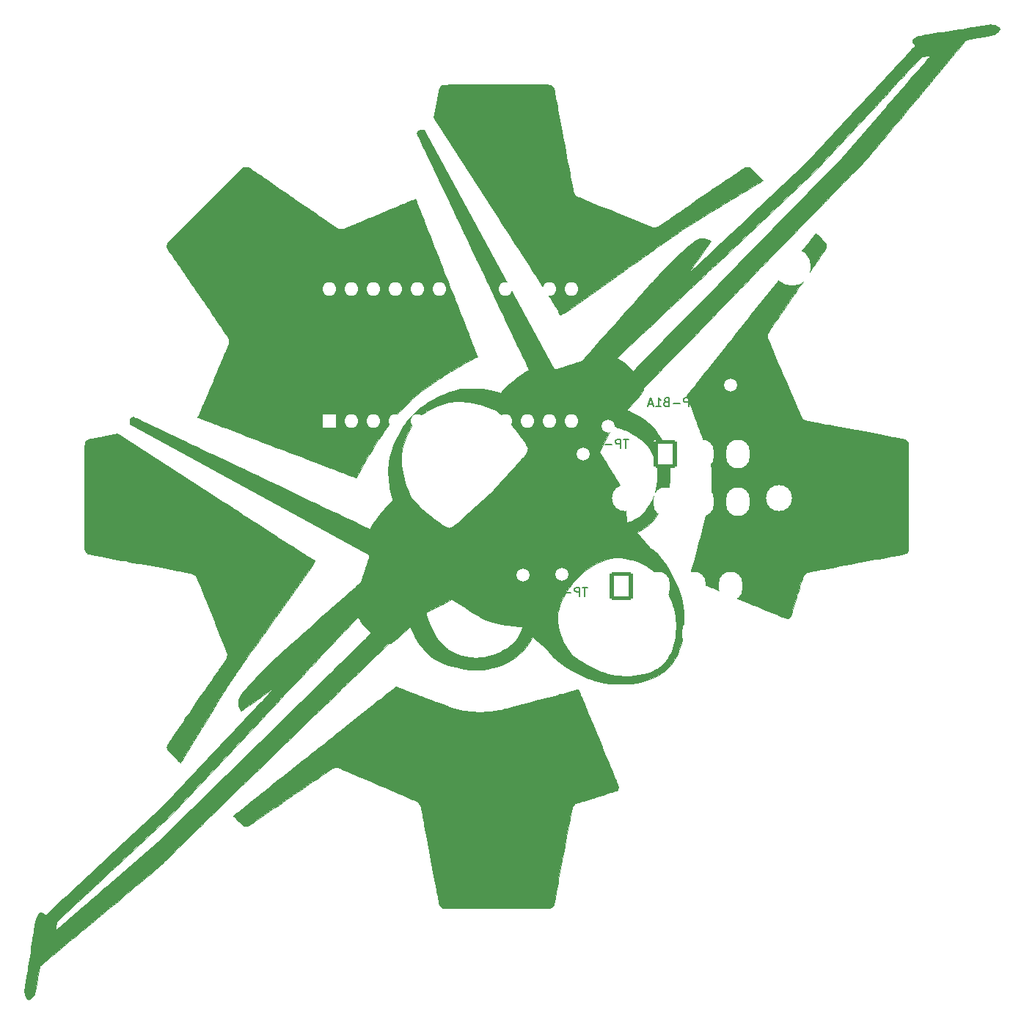
<source format=gbr>
%TF.GenerationSoftware,KiCad,Pcbnew,7.0.1*%
%TF.CreationDate,2023-11-05T12:29:06-07:00*%
%TF.ProjectId,ABSIS_HID Bus Master,41425349-535f-4484-9944-20427573204d,3*%
%TF.SameCoordinates,Original*%
%TF.FileFunction,Legend,Bot*%
%TF.FilePolarity,Positive*%
%FSLAX46Y46*%
G04 Gerber Fmt 4.6, Leading zero omitted, Abs format (unit mm)*
G04 Created by KiCad (PCBNEW 7.0.1) date 2023-11-05 12:29:06*
%MOMM*%
%LPD*%
G01*
G04 APERTURE LIST*
G04 Aperture macros list*
%AMRoundRect*
0 Rectangle with rounded corners*
0 $1 Rounding radius*
0 $2 $3 $4 $5 $6 $7 $8 $9 X,Y pos of 4 corners*
0 Add a 4 corners polygon primitive as box body*
4,1,4,$2,$3,$4,$5,$6,$7,$8,$9,$2,$3,0*
0 Add four circle primitives for the rounded corners*
1,1,$1+$1,$2,$3*
1,1,$1+$1,$4,$5*
1,1,$1+$1,$6,$7*
1,1,$1+$1,$8,$9*
0 Add four rect primitives between the rounded corners*
20,1,$1+$1,$2,$3,$4,$5,0*
20,1,$1+$1,$4,$5,$6,$7,0*
20,1,$1+$1,$6,$7,$8,$9,0*
20,1,$1+$1,$8,$9,$2,$3,0*%
G04 Aperture macros list end*
%ADD10C,0.150000*%
%ADD11C,0.010000*%
%ADD12C,4.300000*%
%ADD13C,1.500000*%
%ADD14C,3.000000*%
%ADD15RoundRect,0.250001X-1.099999X-1.399999X1.099999X-1.399999X1.099999X1.399999X-1.099999X1.399999X0*%
%ADD16O,2.700000X3.300000*%
%ADD17R,1.600000X1.600000*%
%ADD18O,1.600000X1.600000*%
G04 APERTURE END LIST*
D10*
%TO.C,TP6*%
X68341523Y35716381D02*
X67770095Y35716381D01*
X68055809Y34716381D02*
X68055809Y35716381D01*
X67436761Y34716381D02*
X67436761Y35716381D01*
X67436761Y35716381D02*
X67055809Y35716381D01*
X67055809Y35716381D02*
X66960571Y35668762D01*
X66960571Y35668762D02*
X66912952Y35621143D01*
X66912952Y35621143D02*
X66865333Y35525905D01*
X66865333Y35525905D02*
X66865333Y35383048D01*
X66865333Y35383048D02*
X66912952Y35287810D01*
X66912952Y35287810D02*
X66960571Y35240191D01*
X66960571Y35240191D02*
X67055809Y35192572D01*
X67055809Y35192572D02*
X67436761Y35192572D01*
X66436761Y35097334D02*
X65674857Y35097334D01*
X64865333Y35240191D02*
X64722476Y35192572D01*
X64722476Y35192572D02*
X64674857Y35144953D01*
X64674857Y35144953D02*
X64627238Y35049715D01*
X64627238Y35049715D02*
X64627238Y34906858D01*
X64627238Y34906858D02*
X64674857Y34811620D01*
X64674857Y34811620D02*
X64722476Y34764000D01*
X64722476Y34764000D02*
X64817714Y34716381D01*
X64817714Y34716381D02*
X65198666Y34716381D01*
X65198666Y34716381D02*
X65198666Y35716381D01*
X65198666Y35716381D02*
X64865333Y35716381D01*
X64865333Y35716381D02*
X64770095Y35668762D01*
X64770095Y35668762D02*
X64722476Y35621143D01*
X64722476Y35621143D02*
X64674857Y35525905D01*
X64674857Y35525905D02*
X64674857Y35430667D01*
X64674857Y35430667D02*
X64722476Y35335429D01*
X64722476Y35335429D02*
X64770095Y35287810D01*
X64770095Y35287810D02*
X64865333Y35240191D01*
X64865333Y35240191D02*
X65198666Y35240191D01*
X63674857Y34716381D02*
X64246285Y34716381D01*
X63960571Y34716381D02*
X63960571Y35716381D01*
X63960571Y35716381D02*
X64055809Y35573524D01*
X64055809Y35573524D02*
X64151047Y35478286D01*
X64151047Y35478286D02*
X64246285Y35430667D01*
X63293904Y35002096D02*
X62817714Y35002096D01*
X63389142Y34716381D02*
X63055809Y35716381D01*
X63055809Y35716381D02*
X62722476Y34716381D01*
%TO.C,TP5*%
X75143951Y35716381D02*
X74572523Y35716381D01*
X74858237Y34716381D02*
X74858237Y35716381D01*
X74239189Y34716381D02*
X74239189Y35716381D01*
X74239189Y35716381D02*
X73858237Y35716381D01*
X73858237Y35716381D02*
X73762999Y35668762D01*
X73762999Y35668762D02*
X73715380Y35621143D01*
X73715380Y35621143D02*
X73667761Y35525905D01*
X73667761Y35525905D02*
X73667761Y35383048D01*
X73667761Y35383048D02*
X73715380Y35287810D01*
X73715380Y35287810D02*
X73762999Y35240191D01*
X73762999Y35240191D02*
X73858237Y35192572D01*
X73858237Y35192572D02*
X74239189Y35192572D01*
X73239189Y35097334D02*
X72477285Y35097334D01*
X71667761Y35240191D02*
X71524904Y35192572D01*
X71524904Y35192572D02*
X71477285Y35144953D01*
X71477285Y35144953D02*
X71429666Y35049715D01*
X71429666Y35049715D02*
X71429666Y34906858D01*
X71429666Y34906858D02*
X71477285Y34811620D01*
X71477285Y34811620D02*
X71524904Y34764000D01*
X71524904Y34764000D02*
X71620142Y34716381D01*
X71620142Y34716381D02*
X72001094Y34716381D01*
X72001094Y34716381D02*
X72001094Y35716381D01*
X72001094Y35716381D02*
X71667761Y35716381D01*
X71667761Y35716381D02*
X71572523Y35668762D01*
X71572523Y35668762D02*
X71524904Y35621143D01*
X71524904Y35621143D02*
X71477285Y35525905D01*
X71477285Y35525905D02*
X71477285Y35430667D01*
X71477285Y35430667D02*
X71524904Y35335429D01*
X71524904Y35335429D02*
X71572523Y35287810D01*
X71572523Y35287810D02*
X71667761Y35240191D01*
X71667761Y35240191D02*
X72001094Y35240191D01*
X70477285Y34716381D02*
X71048713Y34716381D01*
X70762999Y34716381D02*
X70762999Y35716381D01*
X70762999Y35716381D02*
X70858237Y35573524D01*
X70858237Y35573524D02*
X70953475Y35478286D01*
X70953475Y35478286D02*
X71048713Y35430667D01*
X69715380Y35240191D02*
X69572523Y35192572D01*
X69572523Y35192572D02*
X69524904Y35144953D01*
X69524904Y35144953D02*
X69477285Y35049715D01*
X69477285Y35049715D02*
X69477285Y34906858D01*
X69477285Y34906858D02*
X69524904Y34811620D01*
X69524904Y34811620D02*
X69572523Y34764000D01*
X69572523Y34764000D02*
X69667761Y34716381D01*
X69667761Y34716381D02*
X70048713Y34716381D01*
X70048713Y34716381D02*
X70048713Y35716381D01*
X70048713Y35716381D02*
X69715380Y35716381D01*
X69715380Y35716381D02*
X69620142Y35668762D01*
X69620142Y35668762D02*
X69572523Y35621143D01*
X69572523Y35621143D02*
X69524904Y35525905D01*
X69524904Y35525905D02*
X69524904Y35430667D01*
X69524904Y35430667D02*
X69572523Y35335429D01*
X69572523Y35335429D02*
X69620142Y35287810D01*
X69620142Y35287810D02*
X69715380Y35240191D01*
X69715380Y35240191D02*
X70048713Y35240191D01*
%TO.C,TP1*%
X51155713Y13765381D02*
X50584285Y13765381D01*
X50869999Y12765381D02*
X50869999Y13765381D01*
X50250951Y12765381D02*
X50250951Y13765381D01*
X50250951Y13765381D02*
X49869999Y13765381D01*
X49869999Y13765381D02*
X49774761Y13717762D01*
X49774761Y13717762D02*
X49727142Y13670143D01*
X49727142Y13670143D02*
X49679523Y13574905D01*
X49679523Y13574905D02*
X49679523Y13432048D01*
X49679523Y13432048D02*
X49727142Y13336810D01*
X49727142Y13336810D02*
X49774761Y13289191D01*
X49774761Y13289191D02*
X49869999Y13241572D01*
X49869999Y13241572D02*
X50250951Y13241572D01*
X49250951Y13146334D02*
X48489047Y13146334D01*
X47489047Y12765381D02*
X48060475Y12765381D01*
X47774761Y12765381D02*
X47774761Y13765381D01*
X47774761Y13765381D02*
X47869999Y13622524D01*
X47869999Y13622524D02*
X47965237Y13527286D01*
X47965237Y13527286D02*
X48060475Y13479667D01*
X47108094Y13670143D02*
X47060475Y13717762D01*
X47060475Y13717762D02*
X46965237Y13765381D01*
X46965237Y13765381D02*
X46727142Y13765381D01*
X46727142Y13765381D02*
X46631904Y13717762D01*
X46631904Y13717762D02*
X46584285Y13670143D01*
X46584285Y13670143D02*
X46536666Y13574905D01*
X46536666Y13574905D02*
X46536666Y13479667D01*
X46536666Y13479667D02*
X46584285Y13336810D01*
X46584285Y13336810D02*
X47155713Y12765381D01*
X47155713Y12765381D02*
X46536666Y12765381D01*
X46250951Y13765381D02*
X45917618Y12765381D01*
X45917618Y12765381D02*
X45584285Y13765381D01*
%TO.C,TP4*%
X55768570Y13835381D02*
X55197142Y13835381D01*
X55482856Y12835381D02*
X55482856Y13835381D01*
X54863808Y12835381D02*
X54863808Y13835381D01*
X54863808Y13835381D02*
X54482856Y13835381D01*
X54482856Y13835381D02*
X54387618Y13787762D01*
X54387618Y13787762D02*
X54339999Y13740143D01*
X54339999Y13740143D02*
X54292380Y13644905D01*
X54292380Y13644905D02*
X54292380Y13502048D01*
X54292380Y13502048D02*
X54339999Y13406810D01*
X54339999Y13406810D02*
X54387618Y13359191D01*
X54387618Y13359191D02*
X54482856Y13311572D01*
X54482856Y13311572D02*
X54863808Y13311572D01*
X53863808Y13216334D02*
X53101904Y13216334D01*
X52101904Y13787762D02*
X52197142Y13835381D01*
X52197142Y13835381D02*
X52339999Y13835381D01*
X52339999Y13835381D02*
X52482856Y13787762D01*
X52482856Y13787762D02*
X52578094Y13692524D01*
X52578094Y13692524D02*
X52625713Y13597286D01*
X52625713Y13597286D02*
X52673332Y13406810D01*
X52673332Y13406810D02*
X52673332Y13263953D01*
X52673332Y13263953D02*
X52625713Y13073477D01*
X52625713Y13073477D02*
X52578094Y12978239D01*
X52578094Y12978239D02*
X52482856Y12883000D01*
X52482856Y12883000D02*
X52339999Y12835381D01*
X52339999Y12835381D02*
X52244761Y12835381D01*
X52244761Y12835381D02*
X52101904Y12883000D01*
X52101904Y12883000D02*
X52054285Y12930620D01*
X52054285Y12930620D02*
X52054285Y13263953D01*
X52054285Y13263953D02*
X52244761Y13263953D01*
X51625713Y12835381D02*
X51625713Y13835381D01*
X51625713Y13835381D02*
X51054285Y12835381D01*
X51054285Y12835381D02*
X51054285Y13835381D01*
X50578094Y12835381D02*
X50578094Y13835381D01*
X50578094Y13835381D02*
X50339999Y13835381D01*
X50339999Y13835381D02*
X50197142Y13787762D01*
X50197142Y13787762D02*
X50101904Y13692524D01*
X50101904Y13692524D02*
X50054285Y13597286D01*
X50054285Y13597286D02*
X50006666Y13406810D01*
X50006666Y13406810D02*
X50006666Y13263953D01*
X50006666Y13263953D02*
X50054285Y13073477D01*
X50054285Y13073477D02*
X50101904Y12978239D01*
X50101904Y12978239D02*
X50197142Y12883000D01*
X50197142Y12883000D02*
X50339999Y12835381D01*
X50339999Y12835381D02*
X50578094Y12835381D01*
%TO.C,TP2*%
X60479523Y30905381D02*
X59908095Y30905381D01*
X60193809Y29905381D02*
X60193809Y30905381D01*
X59574761Y29905381D02*
X59574761Y30905381D01*
X59574761Y30905381D02*
X59193809Y30905381D01*
X59193809Y30905381D02*
X59098571Y30857762D01*
X59098571Y30857762D02*
X59050952Y30810143D01*
X59050952Y30810143D02*
X59003333Y30714905D01*
X59003333Y30714905D02*
X59003333Y30572048D01*
X59003333Y30572048D02*
X59050952Y30476810D01*
X59050952Y30476810D02*
X59098571Y30429191D01*
X59098571Y30429191D02*
X59193809Y30381572D01*
X59193809Y30381572D02*
X59574761Y30381572D01*
X58574761Y30286334D02*
X57812857Y30286334D01*
X56860476Y30905381D02*
X57336666Y30905381D01*
X57336666Y30905381D02*
X57384285Y30429191D01*
X57384285Y30429191D02*
X57336666Y30476810D01*
X57336666Y30476810D02*
X57241428Y30524429D01*
X57241428Y30524429D02*
X57003333Y30524429D01*
X57003333Y30524429D02*
X56908095Y30476810D01*
X56908095Y30476810D02*
X56860476Y30429191D01*
X56860476Y30429191D02*
X56812857Y30333953D01*
X56812857Y30333953D02*
X56812857Y30095858D01*
X56812857Y30095858D02*
X56860476Y30000620D01*
X56860476Y30000620D02*
X56908095Y29953000D01*
X56908095Y29953000D02*
X57003333Y29905381D01*
X57003333Y29905381D02*
X57241428Y29905381D01*
X57241428Y29905381D02*
X57336666Y29953000D01*
X57336666Y29953000D02*
X57384285Y30000620D01*
X56527142Y30905381D02*
X56193809Y29905381D01*
X56193809Y29905381D02*
X55860476Y30905381D01*
%TO.C,TP3*%
X58268808Y27715381D02*
X57697380Y27715381D01*
X57983094Y26715381D02*
X57983094Y27715381D01*
X57364046Y26715381D02*
X57364046Y27715381D01*
X57364046Y27715381D02*
X56983094Y27715381D01*
X56983094Y27715381D02*
X56887856Y27667762D01*
X56887856Y27667762D02*
X56840237Y27620143D01*
X56840237Y27620143D02*
X56792618Y27524905D01*
X56792618Y27524905D02*
X56792618Y27382048D01*
X56792618Y27382048D02*
X56840237Y27286810D01*
X56840237Y27286810D02*
X56887856Y27239191D01*
X56887856Y27239191D02*
X56983094Y27191572D01*
X56983094Y27191572D02*
X57364046Y27191572D01*
X56364046Y27096334D02*
X55602142Y27096334D01*
X55221189Y27715381D02*
X54602142Y27715381D01*
X54602142Y27715381D02*
X54935475Y27334429D01*
X54935475Y27334429D02*
X54792618Y27334429D01*
X54792618Y27334429D02*
X54697380Y27286810D01*
X54697380Y27286810D02*
X54649761Y27239191D01*
X54649761Y27239191D02*
X54602142Y27143953D01*
X54602142Y27143953D02*
X54602142Y26905858D01*
X54602142Y26905858D02*
X54649761Y26810620D01*
X54649761Y26810620D02*
X54697380Y26763000D01*
X54697380Y26763000D02*
X54792618Y26715381D01*
X54792618Y26715381D02*
X55078332Y26715381D01*
X55078332Y26715381D02*
X55173570Y26763000D01*
X55173570Y26763000D02*
X55221189Y26810620D01*
X54173570Y26810620D02*
X54125951Y26763000D01*
X54125951Y26763000D02*
X54173570Y26715381D01*
X54173570Y26715381D02*
X54221189Y26763000D01*
X54221189Y26763000D02*
X54173570Y26810620D01*
X54173570Y26810620D02*
X54173570Y26715381D01*
X53792618Y27715381D02*
X53173571Y27715381D01*
X53173571Y27715381D02*
X53506904Y27334429D01*
X53506904Y27334429D02*
X53364047Y27334429D01*
X53364047Y27334429D02*
X53268809Y27286810D01*
X53268809Y27286810D02*
X53221190Y27239191D01*
X53221190Y27239191D02*
X53173571Y27143953D01*
X53173571Y27143953D02*
X53173571Y26905858D01*
X53173571Y26905858D02*
X53221190Y26810620D01*
X53221190Y26810620D02*
X53268809Y26763000D01*
X53268809Y26763000D02*
X53364047Y26715381D01*
X53364047Y26715381D02*
X53649761Y26715381D01*
X53649761Y26715381D02*
X53744999Y26763000D01*
X53744999Y26763000D02*
X53792618Y26810620D01*
X52887856Y27715381D02*
X52554523Y26715381D01*
X52554523Y26715381D02*
X52221190Y27715381D01*
%TO.C,LOGO1*%
D11*
X47009496Y71869887D02*
X47543731Y71869593D01*
X48039227Y71869129D01*
X48496905Y71868487D01*
X48917688Y71867664D01*
X49302499Y71866656D01*
X49652262Y71865458D01*
X49967898Y71864064D01*
X50250332Y71862470D01*
X50500485Y71860671D01*
X50719282Y71858664D01*
X50907644Y71856443D01*
X51066495Y71854003D01*
X51196757Y71851340D01*
X51299353Y71848448D01*
X51375207Y71845325D01*
X51425241Y71841964D01*
X51450379Y71838361D01*
X51488549Y71826724D01*
X51539841Y71805974D01*
X51586495Y71776688D01*
X51639628Y71731342D01*
X51710355Y71662411D01*
X51737311Y71635119D01*
X51807161Y71558833D01*
X51850583Y71499562D01*
X51872908Y71450349D01*
X51875609Y71437963D01*
X51885960Y71385584D01*
X51903529Y71294333D01*
X51928003Y71165883D01*
X51959069Y71001906D01*
X51996415Y70804073D01*
X52039726Y70574054D01*
X52088690Y70313522D01*
X52142995Y70024149D01*
X52202325Y69707605D01*
X52266371Y69365562D01*
X52334816Y68999692D01*
X52407349Y68611665D01*
X52483656Y68203155D01*
X52563425Y67775831D01*
X52646342Y67331365D01*
X52732095Y66871429D01*
X52820370Y66397694D01*
X52910855Y65911832D01*
X53003235Y65415515D01*
X53117267Y64803119D01*
X53234805Y64172868D01*
X53344935Y63583440D01*
X53447738Y63034400D01*
X53543299Y62525315D01*
X53631700Y62055755D01*
X53713023Y61625283D01*
X53787352Y61233468D01*
X53854769Y60879875D01*
X53915357Y60564073D01*
X53969199Y60285627D01*
X54016379Y60044107D01*
X54056977Y59839075D01*
X54091078Y59670102D01*
X54118766Y59536751D01*
X54140121Y59438593D01*
X54155227Y59375191D01*
X54164168Y59346115D01*
X54247093Y59206194D01*
X54357464Y59072473D01*
X54479595Y58967885D01*
X54507684Y58953179D01*
X54576230Y58922128D01*
X54683759Y58875753D01*
X54830052Y58814141D01*
X55014893Y58737383D01*
X55238062Y58645566D01*
X55499340Y58538779D01*
X55798510Y58417111D01*
X56135354Y58280652D01*
X56509653Y58129488D01*
X56921190Y57963710D01*
X57369743Y57783407D01*
X57855098Y57588666D01*
X58377035Y57379576D01*
X58935335Y57156228D01*
X63286345Y55416688D01*
X63483544Y55410481D01*
X63498980Y55409797D01*
X63529586Y55407303D01*
X63556820Y55404094D01*
X63581915Y55400963D01*
X63606110Y55398703D01*
X63630642Y55398109D01*
X63656745Y55399971D01*
X63685657Y55405085D01*
X63718616Y55414244D01*
X63756855Y55428239D01*
X63801614Y55447865D01*
X63854128Y55473916D01*
X63915632Y55507183D01*
X63987366Y55548461D01*
X64070562Y55598542D01*
X64166462Y55658221D01*
X64276298Y55728289D01*
X64401308Y55809542D01*
X64542729Y55902772D01*
X64701797Y56008770D01*
X64879748Y56128333D01*
X65077820Y56262252D01*
X65297247Y56411321D01*
X65539268Y56576333D01*
X65805119Y56758080D01*
X66096036Y56957357D01*
X66413256Y57174957D01*
X66758014Y57411673D01*
X67131548Y57668298D01*
X67535094Y57945626D01*
X67969889Y58244449D01*
X68437169Y58565562D01*
X68938171Y58909757D01*
X69331635Y59179994D01*
X69820398Y59515589D01*
X70276078Y59828343D01*
X70699679Y60118938D01*
X71092203Y60388057D01*
X71454651Y60636380D01*
X71788027Y60864589D01*
X72093334Y61073366D01*
X72371575Y61263391D01*
X72623750Y61435347D01*
X72850866Y61589913D01*
X73053923Y61727774D01*
X73233925Y61849609D01*
X73391873Y61956100D01*
X73528771Y62047928D01*
X73645621Y62125776D01*
X73743428Y62190323D01*
X73823192Y62242253D01*
X73885917Y62282246D01*
X73932605Y62310983D01*
X73964260Y62329148D01*
X73981884Y62337419D01*
X74109570Y62362889D01*
X74261355Y62362309D01*
X74410108Y62332583D01*
X74512723Y62300494D01*
X75263369Y61558401D01*
X76014015Y60816307D01*
X75965033Y60786981D01*
X75933153Y60767839D01*
X75845131Y60714720D01*
X75725765Y60642445D01*
X75577235Y60552344D01*
X75401718Y60445742D01*
X75201392Y60323970D01*
X74978433Y60188356D01*
X74735019Y60040226D01*
X74473327Y59880909D01*
X74195535Y59711735D01*
X73903821Y59534029D01*
X73600361Y59349122D01*
X73287332Y59158341D01*
X72966914Y58963014D01*
X72641283Y58764470D01*
X72312615Y58564035D01*
X71983089Y58363040D01*
X71654881Y58162811D01*
X71330170Y57964679D01*
X71011132Y57769968D01*
X70699947Y57580011D01*
X70398789Y57396131D01*
X70109837Y57219660D01*
X69835269Y57051924D01*
X69577260Y56894253D01*
X69337990Y56747973D01*
X69119636Y56614414D01*
X68924375Y56494904D01*
X68754383Y56390771D01*
X68611839Y56303342D01*
X68498920Y56233947D01*
X68417803Y56183912D01*
X68370667Y56154566D01*
X68296240Y56107549D01*
X67934209Y55877048D01*
X67549679Y55629526D01*
X67149998Y55369835D01*
X66742514Y55102827D01*
X66334579Y54833349D01*
X65933542Y54566256D01*
X65546752Y54306397D01*
X65181559Y54058623D01*
X64845314Y53827786D01*
X64819082Y53809552D01*
X64742371Y53755764D01*
X64633411Y53678960D01*
X64493667Y53580183D01*
X64324604Y53460473D01*
X64127687Y53320872D01*
X63904380Y53162422D01*
X63656147Y52986166D01*
X63384455Y52793144D01*
X63090767Y52584398D01*
X62776548Y52360969D01*
X62443264Y52123900D01*
X62092379Y51874231D01*
X61725357Y51613005D01*
X61343664Y51341263D01*
X60948764Y51060047D01*
X60542121Y50770398D01*
X60125202Y50473359D01*
X59699471Y50169970D01*
X59266391Y49861273D01*
X58827428Y49548311D01*
X53340505Y45635899D01*
X52975612Y45452500D01*
X52937341Y45433303D01*
X52818061Y45374326D01*
X52730116Y45332799D01*
X52668729Y45306852D01*
X52629123Y45294613D01*
X52606523Y45294208D01*
X52596152Y45303766D01*
X52578486Y45345310D01*
X52506436Y45506432D01*
X52431030Y45663694D01*
X52358164Y45805106D01*
X52293739Y45918677D01*
X52281118Y45938682D01*
X52245398Y45994572D01*
X52187874Y46084243D01*
X52109177Y46206721D01*
X52009937Y46361027D01*
X51890783Y46546182D01*
X51752348Y46761210D01*
X51595260Y47005132D01*
X51420150Y47276971D01*
X51227648Y47575750D01*
X51018384Y47900491D01*
X50792990Y48250216D01*
X50552095Y48623948D01*
X50296329Y49020709D01*
X50026322Y49439521D01*
X49742706Y49879407D01*
X49446109Y50339389D01*
X49137164Y50818490D01*
X48816498Y51315732D01*
X48484744Y51830137D01*
X48142531Y52360727D01*
X47790489Y52906526D01*
X47429250Y53466555D01*
X47059442Y54039837D01*
X46681697Y54625395D01*
X46296644Y55222249D01*
X45904915Y55829423D01*
X45507139Y56445940D01*
X45103945Y57070822D01*
X38016109Y68055515D01*
X38323080Y69708825D01*
X38337774Y69787894D01*
X38385862Y70045666D01*
X38432048Y70291761D01*
X38475692Y70522851D01*
X38516153Y70735606D01*
X38552792Y70926699D01*
X38584967Y71092800D01*
X38612039Y71230582D01*
X38633367Y71336716D01*
X38648311Y71407873D01*
X38656230Y71440725D01*
X38672828Y71478069D01*
X38723883Y71556763D01*
X38797878Y71646052D01*
X38808003Y71657650D01*
X38824312Y71678533D01*
X38838046Y71697993D01*
X38850651Y71716081D01*
X38863577Y71732846D01*
X38878273Y71748340D01*
X38896187Y71762611D01*
X38918768Y71775712D01*
X38947465Y71787692D01*
X38983727Y71798601D01*
X39029002Y71808490D01*
X39084737Y71817409D01*
X39152384Y71825408D01*
X39233391Y71832538D01*
X39329205Y71838850D01*
X39441275Y71844393D01*
X39571051Y71849217D01*
X39719981Y71853374D01*
X39889514Y71856914D01*
X40081097Y71859885D01*
X40296181Y71862341D01*
X40536214Y71864329D01*
X40802645Y71865901D01*
X41096920Y71867108D01*
X41420493Y71867999D01*
X41774807Y71868625D01*
X42161314Y71869036D01*
X42581462Y71869282D01*
X43036700Y71869415D01*
X43528475Y71869484D01*
X44058238Y71869539D01*
X44627437Y71869630D01*
X45237521Y71869810D01*
X45821111Y71869976D01*
X46435596Y71870013D01*
X47009496Y71869887D01*
G36*
X47009496Y71869887D02*
G01*
X47543731Y71869593D01*
X48039227Y71869129D01*
X48496905Y71868487D01*
X48917688Y71867664D01*
X49302499Y71866656D01*
X49652262Y71865458D01*
X49967898Y71864064D01*
X50250332Y71862470D01*
X50500485Y71860671D01*
X50719282Y71858664D01*
X50907644Y71856443D01*
X51066495Y71854003D01*
X51196757Y71851340D01*
X51299353Y71848448D01*
X51375207Y71845325D01*
X51425241Y71841964D01*
X51450379Y71838361D01*
X51488549Y71826724D01*
X51539841Y71805974D01*
X51586495Y71776688D01*
X51639628Y71731342D01*
X51710355Y71662411D01*
X51737311Y71635119D01*
X51807161Y71558833D01*
X51850583Y71499562D01*
X51872908Y71450349D01*
X51875609Y71437963D01*
X51885960Y71385584D01*
X51903529Y71294333D01*
X51928003Y71165883D01*
X51959069Y71001906D01*
X51996415Y70804073D01*
X52039726Y70574054D01*
X52088690Y70313522D01*
X52142995Y70024149D01*
X52202325Y69707605D01*
X52266371Y69365562D01*
X52334816Y68999692D01*
X52407349Y68611665D01*
X52483656Y68203155D01*
X52563425Y67775831D01*
X52646342Y67331365D01*
X52732095Y66871429D01*
X52820370Y66397694D01*
X52910855Y65911832D01*
X53003235Y65415515D01*
X53117267Y64803119D01*
X53234805Y64172868D01*
X53344935Y63583440D01*
X53447738Y63034400D01*
X53543299Y62525315D01*
X53631700Y62055755D01*
X53713023Y61625283D01*
X53787352Y61233468D01*
X53854769Y60879875D01*
X53915357Y60564073D01*
X53969199Y60285627D01*
X54016379Y60044107D01*
X54056977Y59839075D01*
X54091078Y59670102D01*
X54118766Y59536751D01*
X54140121Y59438593D01*
X54155227Y59375191D01*
X54164168Y59346115D01*
X54247093Y59206194D01*
X54357464Y59072473D01*
X54479595Y58967885D01*
X54507684Y58953179D01*
X54576230Y58922128D01*
X54683759Y58875753D01*
X54830052Y58814141D01*
X55014893Y58737383D01*
X55238062Y58645566D01*
X55499340Y58538779D01*
X55798510Y58417111D01*
X56135354Y58280652D01*
X56509653Y58129488D01*
X56921190Y57963710D01*
X57369743Y57783407D01*
X57855098Y57588666D01*
X58377035Y57379576D01*
X58935335Y57156228D01*
X63286345Y55416688D01*
X63483544Y55410481D01*
X63498980Y55409797D01*
X63529586Y55407303D01*
X63556820Y55404094D01*
X63581915Y55400963D01*
X63606110Y55398703D01*
X63630642Y55398109D01*
X63656745Y55399971D01*
X63685657Y55405085D01*
X63718616Y55414244D01*
X63756855Y55428239D01*
X63801614Y55447865D01*
X63854128Y55473916D01*
X63915632Y55507183D01*
X63987366Y55548461D01*
X64070562Y55598542D01*
X64166462Y55658221D01*
X64276298Y55728289D01*
X64401308Y55809542D01*
X64542729Y55902772D01*
X64701797Y56008770D01*
X64879748Y56128333D01*
X65077820Y56262252D01*
X65297247Y56411321D01*
X65539268Y56576333D01*
X65805119Y56758080D01*
X66096036Y56957357D01*
X66413256Y57174957D01*
X66758014Y57411673D01*
X67131548Y57668298D01*
X67535094Y57945626D01*
X67969889Y58244449D01*
X68437169Y58565562D01*
X68938171Y58909757D01*
X69331635Y59179994D01*
X69820398Y59515589D01*
X70276078Y59828343D01*
X70699679Y60118938D01*
X71092203Y60388057D01*
X71454651Y60636380D01*
X71788027Y60864589D01*
X72093334Y61073366D01*
X72371575Y61263391D01*
X72623750Y61435347D01*
X72850866Y61589913D01*
X73053923Y61727774D01*
X73233925Y61849609D01*
X73391873Y61956100D01*
X73528771Y62047928D01*
X73645621Y62125776D01*
X73743428Y62190323D01*
X73823192Y62242253D01*
X73885917Y62282246D01*
X73932605Y62310983D01*
X73964260Y62329148D01*
X73981884Y62337419D01*
X74109570Y62362889D01*
X74261355Y62362309D01*
X74410108Y62332583D01*
X74512723Y62300494D01*
X75263369Y61558401D01*
X76014015Y60816307D01*
X75965033Y60786981D01*
X75933153Y60767839D01*
X75845131Y60714720D01*
X75725765Y60642445D01*
X75577235Y60552344D01*
X75401718Y60445742D01*
X75201392Y60323970D01*
X74978433Y60188356D01*
X74735019Y60040226D01*
X74473327Y59880909D01*
X74195535Y59711735D01*
X73903821Y59534029D01*
X73600361Y59349122D01*
X73287332Y59158341D01*
X72966914Y58963014D01*
X72641283Y58764470D01*
X72312615Y58564035D01*
X71983089Y58363040D01*
X71654881Y58162811D01*
X71330170Y57964679D01*
X71011132Y57769968D01*
X70699947Y57580011D01*
X70398789Y57396131D01*
X70109837Y57219660D01*
X69835269Y57051924D01*
X69577260Y56894253D01*
X69337990Y56747973D01*
X69119636Y56614414D01*
X68924375Y56494904D01*
X68754383Y56390771D01*
X68611839Y56303342D01*
X68498920Y56233947D01*
X68417803Y56183912D01*
X68370667Y56154566D01*
X68296240Y56107549D01*
X67934209Y55877048D01*
X67549679Y55629526D01*
X67149998Y55369835D01*
X66742514Y55102827D01*
X66334579Y54833349D01*
X65933542Y54566256D01*
X65546752Y54306397D01*
X65181559Y54058623D01*
X64845314Y53827786D01*
X64819082Y53809552D01*
X64742371Y53755764D01*
X64633411Y53678960D01*
X64493667Y53580183D01*
X64324604Y53460473D01*
X64127687Y53320872D01*
X63904380Y53162422D01*
X63656147Y52986166D01*
X63384455Y52793144D01*
X63090767Y52584398D01*
X62776548Y52360969D01*
X62443264Y52123900D01*
X62092379Y51874231D01*
X61725357Y51613005D01*
X61343664Y51341263D01*
X60948764Y51060047D01*
X60542121Y50770398D01*
X60125202Y50473359D01*
X59699471Y50169970D01*
X59266391Y49861273D01*
X58827428Y49548311D01*
X53340505Y45635899D01*
X52975612Y45452500D01*
X52937341Y45433303D01*
X52818061Y45374326D01*
X52730116Y45332799D01*
X52668729Y45306852D01*
X52629123Y45294613D01*
X52606523Y45294208D01*
X52596152Y45303766D01*
X52578486Y45345310D01*
X52506436Y45506432D01*
X52431030Y45663694D01*
X52358164Y45805106D01*
X52293739Y45918677D01*
X52281118Y45938682D01*
X52245398Y45994572D01*
X52187874Y46084243D01*
X52109177Y46206721D01*
X52009937Y46361027D01*
X51890783Y46546182D01*
X51752348Y46761210D01*
X51595260Y47005132D01*
X51420150Y47276971D01*
X51227648Y47575750D01*
X51018384Y47900491D01*
X50792990Y48250216D01*
X50552095Y48623948D01*
X50296329Y49020709D01*
X50026322Y49439521D01*
X49742706Y49879407D01*
X49446109Y50339389D01*
X49137164Y50818490D01*
X48816498Y51315732D01*
X48484744Y51830137D01*
X48142531Y52360727D01*
X47790489Y52906526D01*
X47429250Y53466555D01*
X47059442Y54039837D01*
X46681697Y54625395D01*
X46296644Y55222249D01*
X45904915Y55829423D01*
X45507139Y56445940D01*
X45103945Y57070822D01*
X38016109Y68055515D01*
X38323080Y69708825D01*
X38337774Y69787894D01*
X38385862Y70045666D01*
X38432048Y70291761D01*
X38475692Y70522851D01*
X38516153Y70735606D01*
X38552792Y70926699D01*
X38584967Y71092800D01*
X38612039Y71230582D01*
X38633367Y71336716D01*
X38648311Y71407873D01*
X38656230Y71440725D01*
X38672828Y71478069D01*
X38723883Y71556763D01*
X38797878Y71646052D01*
X38808003Y71657650D01*
X38824312Y71678533D01*
X38838046Y71697993D01*
X38850651Y71716081D01*
X38863577Y71732846D01*
X38878273Y71748340D01*
X38896187Y71762611D01*
X38918768Y71775712D01*
X38947465Y71787692D01*
X38983727Y71798601D01*
X39029002Y71808490D01*
X39084737Y71817409D01*
X39152384Y71825408D01*
X39233391Y71832538D01*
X39329205Y71838850D01*
X39441275Y71844393D01*
X39571051Y71849217D01*
X39719981Y71853374D01*
X39889514Y71856914D01*
X40081097Y71859885D01*
X40296181Y71862341D01*
X40536214Y71864329D01*
X40802645Y71865901D01*
X41096920Y71867108D01*
X41420493Y71867999D01*
X41774807Y71868625D01*
X42161314Y71869036D01*
X42581462Y71869282D01*
X43036700Y71869415D01*
X43528475Y71869484D01*
X44058238Y71869539D01*
X44627437Y71869630D01*
X45237521Y71869810D01*
X45821111Y71869976D01*
X46435596Y71870013D01*
X47009496Y71869887D01*
G37*
X12510979Y24476309D02*
X13023951Y24145310D01*
X13642231Y23746384D01*
X14251409Y23353361D01*
X14850503Y22966869D01*
X15438535Y22587542D01*
X16014524Y22216009D01*
X16577490Y21852906D01*
X17126452Y21498861D01*
X17660430Y21154507D01*
X18178445Y20820476D01*
X18679516Y20497399D01*
X19162663Y20185909D01*
X19626904Y19886636D01*
X20071262Y19600214D01*
X20494753Y19327272D01*
X20896401Y19068444D01*
X21275224Y18824361D01*
X21630241Y18595655D01*
X21960472Y18382956D01*
X22264937Y18186899D01*
X22542657Y18008112D01*
X22792650Y17847229D01*
X23013937Y17704882D01*
X23205537Y17581701D01*
X23366470Y17478319D01*
X23495756Y17395368D01*
X23592416Y17333479D01*
X23655467Y17293284D01*
X23683932Y17275415D01*
X23726593Y17250593D01*
X23844416Y17186751D01*
X23971647Y17122802D01*
X24087317Y17069454D01*
X24161283Y17037318D01*
X24234939Y17004924D01*
X24285856Y16982057D01*
X24305953Y16972306D01*
X24306011Y16972011D01*
X24296810Y16949445D01*
X24271557Y16895516D01*
X24233086Y16816081D01*
X24184232Y16717000D01*
X24127828Y16604131D01*
X23945055Y16240606D01*
X20032673Y10753653D01*
X19720110Y10315289D01*
X19350239Y9796517D01*
X19003308Y9309868D01*
X18678400Y8854044D01*
X18374600Y8427745D01*
X18090991Y8029670D01*
X17826659Y7658521D01*
X17580684Y7312999D01*
X17352154Y6991805D01*
X17140150Y6693639D01*
X16943757Y6417201D01*
X16762058Y6161192D01*
X16594137Y5924312D01*
X16439080Y5705264D01*
X16295968Y5502747D01*
X16163886Y5315462D01*
X16041917Y5142109D01*
X15929147Y4981390D01*
X15824658Y4832003D01*
X15727535Y4692652D01*
X15636860Y4562035D01*
X15551718Y4438855D01*
X15471193Y4321810D01*
X15394369Y4209603D01*
X15320330Y4100933D01*
X15248158Y3994502D01*
X15176939Y3889009D01*
X15105757Y3783156D01*
X15033694Y3675644D01*
X14959834Y3565172D01*
X14883262Y3450442D01*
X14853450Y3405739D01*
X14723858Y3211229D01*
X14601071Y3026526D01*
X14483894Y2849712D01*
X14371128Y2678870D01*
X14261575Y2512084D01*
X14154039Y2347436D01*
X14047321Y2183007D01*
X13940224Y2016883D01*
X13831550Y1847145D01*
X13720102Y1671875D01*
X13604682Y1489157D01*
X13484092Y1297074D01*
X13357135Y1093707D01*
X13222613Y877142D01*
X13079330Y645458D01*
X12926086Y396740D01*
X12761684Y129070D01*
X12584928Y-159468D01*
X12394618Y-470793D01*
X12189559Y-806822D01*
X11968552Y-1169471D01*
X11730399Y-1560657D01*
X11473903Y-1982299D01*
X11197867Y-2436313D01*
X10901091Y-2924616D01*
X10887040Y-2947738D01*
X10673764Y-3298654D01*
X10466341Y-3639856D01*
X10265845Y-3969582D01*
X10073351Y-4286064D01*
X9889934Y-4587541D01*
X9716671Y-4872245D01*
X9554634Y-5138414D01*
X9404899Y-5384282D01*
X9268542Y-5608084D01*
X9146636Y-5808057D01*
X9040256Y-5982435D01*
X8950478Y-6129453D01*
X8878377Y-6247348D01*
X8825027Y-6334355D01*
X8791503Y-6388707D01*
X8778881Y-6408643D01*
X8775057Y-6409905D01*
X8760104Y-6403003D01*
X8733006Y-6382432D01*
X8691590Y-6346109D01*
X8633687Y-6291947D01*
X8557126Y-6217860D01*
X8459735Y-6121766D01*
X8339345Y-6001577D01*
X8193782Y-5855208D01*
X8020879Y-5680575D01*
X7280538Y-4931690D01*
X7244922Y-4816433D01*
X7230470Y-4758808D01*
X7216114Y-4622979D01*
X7224143Y-4485945D01*
X7254173Y-4366509D01*
X7259186Y-4357530D01*
X7286424Y-4314806D01*
X7336163Y-4239385D01*
X7407434Y-4132686D01*
X7499271Y-3996125D01*
X7610709Y-3831121D01*
X7740782Y-3639093D01*
X7888521Y-3421458D01*
X8052962Y-3179634D01*
X8233137Y-2915039D01*
X8428080Y-2629091D01*
X8636826Y-2323209D01*
X8858407Y-1998809D01*
X9091857Y-1657310D01*
X9336209Y-1300131D01*
X9590498Y-928688D01*
X9853756Y-544400D01*
X10125018Y-148685D01*
X10403316Y257039D01*
X10687686Y671353D01*
X11029011Y1168537D01*
X11348325Y1633760D01*
X11645237Y2066465D01*
X11920546Y2467829D01*
X12175051Y2839033D01*
X12409552Y3181256D01*
X12624848Y3495676D01*
X12821737Y3783473D01*
X13001020Y4045827D01*
X13163497Y4283916D01*
X13309967Y4498920D01*
X13441228Y4692019D01*
X13558080Y4864391D01*
X13661324Y5017215D01*
X13751758Y5151671D01*
X13830181Y5268938D01*
X13897393Y5370195D01*
X13954194Y5456622D01*
X14001383Y5529398D01*
X14039759Y5589702D01*
X14070122Y5638713D01*
X14093270Y5677610D01*
X14110005Y5707573D01*
X14121124Y5729781D01*
X14127428Y5745413D01*
X14138109Y5782555D01*
X14160161Y5902050D01*
X14171452Y6035290D01*
X14170951Y6164359D01*
X14157631Y6271341D01*
X14156930Y6273834D01*
X14144215Y6309210D01*
X14116620Y6381691D01*
X14074866Y6489456D01*
X14019676Y6630686D01*
X13951769Y6803559D01*
X13871870Y7006258D01*
X13780698Y7236961D01*
X13678977Y7493850D01*
X13567426Y7775103D01*
X13446770Y8078902D01*
X13317727Y8403426D01*
X13181022Y8746855D01*
X13037374Y9107370D01*
X12887507Y9483150D01*
X12732142Y9872377D01*
X12571999Y10273229D01*
X12407802Y10683887D01*
X12388479Y10732191D01*
X12185718Y11238884D01*
X11997987Y11707635D01*
X11824760Y12139734D01*
X11665510Y12536472D01*
X11519710Y12899141D01*
X11386833Y13229032D01*
X11266350Y13527435D01*
X11157737Y13795640D01*
X11060464Y14034942D01*
X10974006Y14246627D01*
X10897834Y14431989D01*
X10831422Y14592319D01*
X10774243Y14728906D01*
X10725769Y14843043D01*
X10685474Y14936021D01*
X10652830Y15009128D01*
X10627310Y15063660D01*
X10608386Y15100903D01*
X10595533Y15122151D01*
X10587019Y15133559D01*
X10469830Y15257958D01*
X10326248Y15363489D01*
X10170322Y15439659D01*
X10158637Y15442771D01*
X10106260Y15454161D01*
X10014900Y15472759D01*
X9886249Y15498249D01*
X9722002Y15530308D01*
X9523850Y15568617D01*
X9293485Y15612855D01*
X9032600Y15662701D01*
X8742888Y15717835D01*
X8426042Y15777938D01*
X8083754Y15842687D01*
X7717716Y15911764D01*
X7329621Y15984847D01*
X6921161Y16061616D01*
X6494031Y16141751D01*
X6049920Y16224931D01*
X5590524Y16310837D01*
X5117533Y16399146D01*
X4632640Y16489540D01*
X4137539Y16581697D01*
X3852382Y16634746D01*
X3363489Y16725740D01*
X2885977Y16814672D01*
X2421526Y16901227D01*
X1971814Y16985090D01*
X1538524Y17065947D01*
X1123335Y17143483D01*
X727926Y17217382D01*
X353978Y17287330D01*
X3171Y17353013D01*
X-322815Y17414114D01*
X-622300Y17470322D01*
X-893604Y17521318D01*
X-1135046Y17566790D01*
X-1344947Y17606421D01*
X-1521628Y17639899D01*
X-1663406Y17666906D01*
X-1768603Y17687130D01*
X-1835537Y17700254D01*
X-1862530Y17705965D01*
X-1891366Y17716502D01*
X-1941935Y17745779D01*
X-2002441Y17795063D01*
X-2081338Y17870719D01*
X-2096239Y17885692D01*
X-2162759Y17955647D01*
X-2206471Y18010145D01*
X-2234958Y18059826D01*
X-2255810Y18115325D01*
X-2258273Y18130443D01*
X-2261676Y18178274D01*
X-2264865Y18257320D01*
X-2267846Y18368234D01*
X-2270622Y18511670D01*
X-2273197Y18688283D01*
X-2275573Y18898725D01*
X-2277756Y19143653D01*
X-2279747Y19423719D01*
X-2281553Y19739577D01*
X-2283174Y20091883D01*
X-2284616Y20481288D01*
X-2285882Y20908449D01*
X-2286975Y21374018D01*
X-2287899Y21878649D01*
X-2288657Y22422999D01*
X-2289254Y23007718D01*
X-2289694Y23633462D01*
X-2289978Y24300886D01*
X-2290002Y24377488D01*
X-2290232Y24983091D01*
X-2290493Y25547988D01*
X-2290739Y26073628D01*
X-2290927Y26561461D01*
X-2291014Y27012940D01*
X-2290954Y27429513D01*
X-2290705Y27812630D01*
X-2290222Y28163742D01*
X-2289462Y28484300D01*
X-2288379Y28775751D01*
X-2286932Y29039550D01*
X-2285075Y29277143D01*
X-2282764Y29489982D01*
X-2279957Y29679518D01*
X-2276606Y29847200D01*
X-2272672Y29994479D01*
X-2268108Y30122803D01*
X-2262872Y30233625D01*
X-2256917Y30328395D01*
X-2250202Y30408561D01*
X-2242682Y30475575D01*
X-2234312Y30530888D01*
X-2225051Y30575948D01*
X-2214851Y30612205D01*
X-2203671Y30641112D01*
X-2191467Y30664117D01*
X-2178193Y30682671D01*
X-2163808Y30698225D01*
X-2148265Y30712228D01*
X-2131522Y30726129D01*
X-2113534Y30741381D01*
X-2094258Y30759433D01*
X-2050799Y30800336D01*
X-1970235Y30864338D01*
X-1900626Y30905013D01*
X-1893297Y30907519D01*
X-1845686Y30919517D01*
X-1760936Y30938266D01*
X-1642368Y30963107D01*
X-1493305Y30993383D01*
X-1317069Y31028438D01*
X-1116981Y31067614D01*
X-896364Y31110254D01*
X-658542Y31155702D01*
X-406834Y31203298D01*
X-144564Y31252387D01*
X1527426Y31563741D01*
X12510979Y24476309D01*
G36*
X12510979Y24476309D02*
G01*
X13023951Y24145310D01*
X13642231Y23746384D01*
X14251409Y23353361D01*
X14850503Y22966869D01*
X15438535Y22587542D01*
X16014524Y22216009D01*
X16577490Y21852906D01*
X17126452Y21498861D01*
X17660430Y21154507D01*
X18178445Y20820476D01*
X18679516Y20497399D01*
X19162663Y20185909D01*
X19626904Y19886636D01*
X20071262Y19600214D01*
X20494753Y19327272D01*
X20896401Y19068444D01*
X21275224Y18824361D01*
X21630241Y18595655D01*
X21960472Y18382956D01*
X22264937Y18186899D01*
X22542657Y18008112D01*
X22792650Y17847229D01*
X23013937Y17704882D01*
X23205537Y17581701D01*
X23366470Y17478319D01*
X23495756Y17395368D01*
X23592416Y17333479D01*
X23655467Y17293284D01*
X23683932Y17275415D01*
X23726593Y17250593D01*
X23844416Y17186751D01*
X23971647Y17122802D01*
X24087317Y17069454D01*
X24161283Y17037318D01*
X24234939Y17004924D01*
X24285856Y16982057D01*
X24305953Y16972306D01*
X24306011Y16972011D01*
X24296810Y16949445D01*
X24271557Y16895516D01*
X24233086Y16816081D01*
X24184232Y16717000D01*
X24127828Y16604131D01*
X23945055Y16240606D01*
X20032673Y10753653D01*
X19720110Y10315289D01*
X19350239Y9796517D01*
X19003308Y9309868D01*
X18678400Y8854044D01*
X18374600Y8427745D01*
X18090991Y8029670D01*
X17826659Y7658521D01*
X17580684Y7312999D01*
X17352154Y6991805D01*
X17140150Y6693639D01*
X16943757Y6417201D01*
X16762058Y6161192D01*
X16594137Y5924312D01*
X16439080Y5705264D01*
X16295968Y5502747D01*
X16163886Y5315462D01*
X16041917Y5142109D01*
X15929147Y4981390D01*
X15824658Y4832003D01*
X15727535Y4692652D01*
X15636860Y4562035D01*
X15551718Y4438855D01*
X15471193Y4321810D01*
X15394369Y4209603D01*
X15320330Y4100933D01*
X15248158Y3994502D01*
X15176939Y3889009D01*
X15105757Y3783156D01*
X15033694Y3675644D01*
X14959834Y3565172D01*
X14883262Y3450442D01*
X14853450Y3405739D01*
X14723858Y3211229D01*
X14601071Y3026526D01*
X14483894Y2849712D01*
X14371128Y2678870D01*
X14261575Y2512084D01*
X14154039Y2347436D01*
X14047321Y2183007D01*
X13940224Y2016883D01*
X13831550Y1847145D01*
X13720102Y1671875D01*
X13604682Y1489157D01*
X13484092Y1297074D01*
X13357135Y1093707D01*
X13222613Y877142D01*
X13079330Y645458D01*
X12926086Y396740D01*
X12761684Y129070D01*
X12584928Y-159468D01*
X12394618Y-470793D01*
X12189559Y-806822D01*
X11968552Y-1169471D01*
X11730399Y-1560657D01*
X11473903Y-1982299D01*
X11197867Y-2436313D01*
X10901091Y-2924616D01*
X10887040Y-2947738D01*
X10673764Y-3298654D01*
X10466341Y-3639856D01*
X10265845Y-3969582D01*
X10073351Y-4286064D01*
X9889934Y-4587541D01*
X9716671Y-4872245D01*
X9554634Y-5138414D01*
X9404899Y-5384282D01*
X9268542Y-5608084D01*
X9146636Y-5808057D01*
X9040256Y-5982435D01*
X8950478Y-6129453D01*
X8878377Y-6247348D01*
X8825027Y-6334355D01*
X8791503Y-6388707D01*
X8778881Y-6408643D01*
X8775057Y-6409905D01*
X8760104Y-6403003D01*
X8733006Y-6382432D01*
X8691590Y-6346109D01*
X8633687Y-6291947D01*
X8557126Y-6217860D01*
X8459735Y-6121766D01*
X8339345Y-6001577D01*
X8193782Y-5855208D01*
X8020879Y-5680575D01*
X7280538Y-4931690D01*
X7244922Y-4816433D01*
X7230470Y-4758808D01*
X7216114Y-4622979D01*
X7224143Y-4485945D01*
X7254173Y-4366509D01*
X7259186Y-4357530D01*
X7286424Y-4314806D01*
X7336163Y-4239385D01*
X7407434Y-4132686D01*
X7499271Y-3996125D01*
X7610709Y-3831121D01*
X7740782Y-3639093D01*
X7888521Y-3421458D01*
X8052962Y-3179634D01*
X8233137Y-2915039D01*
X8428080Y-2629091D01*
X8636826Y-2323209D01*
X8858407Y-1998809D01*
X9091857Y-1657310D01*
X9336209Y-1300131D01*
X9590498Y-928688D01*
X9853756Y-544400D01*
X10125018Y-148685D01*
X10403316Y257039D01*
X10687686Y671353D01*
X11029011Y1168537D01*
X11348325Y1633760D01*
X11645237Y2066465D01*
X11920546Y2467829D01*
X12175051Y2839033D01*
X12409552Y3181256D01*
X12624848Y3495676D01*
X12821737Y3783473D01*
X13001020Y4045827D01*
X13163497Y4283916D01*
X13309967Y4498920D01*
X13441228Y4692019D01*
X13558080Y4864391D01*
X13661324Y5017215D01*
X13751758Y5151671D01*
X13830181Y5268938D01*
X13897393Y5370195D01*
X13954194Y5456622D01*
X14001383Y5529398D01*
X14039759Y5589702D01*
X14070122Y5638713D01*
X14093270Y5677610D01*
X14110005Y5707573D01*
X14121124Y5729781D01*
X14127428Y5745413D01*
X14138109Y5782555D01*
X14160161Y5902050D01*
X14171452Y6035290D01*
X14170951Y6164359D01*
X14157631Y6271341D01*
X14156930Y6273834D01*
X14144215Y6309210D01*
X14116620Y6381691D01*
X14074866Y6489456D01*
X14019676Y6630686D01*
X13951769Y6803559D01*
X13871870Y7006258D01*
X13780698Y7236961D01*
X13678977Y7493850D01*
X13567426Y7775103D01*
X13446770Y8078902D01*
X13317727Y8403426D01*
X13181022Y8746855D01*
X13037374Y9107370D01*
X12887507Y9483150D01*
X12732142Y9872377D01*
X12571999Y10273229D01*
X12407802Y10683887D01*
X12388479Y10732191D01*
X12185718Y11238884D01*
X11997987Y11707635D01*
X11824760Y12139734D01*
X11665510Y12536472D01*
X11519710Y12899141D01*
X11386833Y13229032D01*
X11266350Y13527435D01*
X11157737Y13795640D01*
X11060464Y14034942D01*
X10974006Y14246627D01*
X10897834Y14431989D01*
X10831422Y14592319D01*
X10774243Y14728906D01*
X10725769Y14843043D01*
X10685474Y14936021D01*
X10652830Y15009128D01*
X10627310Y15063660D01*
X10608386Y15100903D01*
X10595533Y15122151D01*
X10587019Y15133559D01*
X10469830Y15257958D01*
X10326248Y15363489D01*
X10170322Y15439659D01*
X10158637Y15442771D01*
X10106260Y15454161D01*
X10014900Y15472759D01*
X9886249Y15498249D01*
X9722002Y15530308D01*
X9523850Y15568617D01*
X9293485Y15612855D01*
X9032600Y15662701D01*
X8742888Y15717835D01*
X8426042Y15777938D01*
X8083754Y15842687D01*
X7717716Y15911764D01*
X7329621Y15984847D01*
X6921161Y16061616D01*
X6494031Y16141751D01*
X6049920Y16224931D01*
X5590524Y16310837D01*
X5117533Y16399146D01*
X4632640Y16489540D01*
X4137539Y16581697D01*
X3852382Y16634746D01*
X3363489Y16725740D01*
X2885977Y16814672D01*
X2421526Y16901227D01*
X1971814Y16985090D01*
X1538524Y17065947D01*
X1123335Y17143483D01*
X727926Y17217382D01*
X353978Y17287330D01*
X3171Y17353013D01*
X-322815Y17414114D01*
X-622300Y17470322D01*
X-893604Y17521318D01*
X-1135046Y17566790D01*
X-1344947Y17606421D01*
X-1521628Y17639899D01*
X-1663406Y17666906D01*
X-1768603Y17687130D01*
X-1835537Y17700254D01*
X-1862530Y17705965D01*
X-1891366Y17716502D01*
X-1941935Y17745779D01*
X-2002441Y17795063D01*
X-2081338Y17870719D01*
X-2096239Y17885692D01*
X-2162759Y17955647D01*
X-2206471Y18010145D01*
X-2234958Y18059826D01*
X-2255810Y18115325D01*
X-2258273Y18130443D01*
X-2261676Y18178274D01*
X-2264865Y18257320D01*
X-2267846Y18368234D01*
X-2270622Y18511670D01*
X-2273197Y18688283D01*
X-2275573Y18898725D01*
X-2277756Y19143653D01*
X-2279747Y19423719D01*
X-2281553Y19739577D01*
X-2283174Y20091883D01*
X-2284616Y20481288D01*
X-2285882Y20908449D01*
X-2286975Y21374018D01*
X-2287899Y21878649D01*
X-2288657Y22422999D01*
X-2289254Y23007718D01*
X-2289694Y23633462D01*
X-2289978Y24300886D01*
X-2290002Y24377488D01*
X-2290232Y24983091D01*
X-2290493Y25547988D01*
X-2290739Y26073628D01*
X-2290927Y26561461D01*
X-2291014Y27012940D01*
X-2290954Y27429513D01*
X-2290705Y27812630D01*
X-2290222Y28163742D01*
X-2289462Y28484300D01*
X-2288379Y28775751D01*
X-2286932Y29039550D01*
X-2285075Y29277143D01*
X-2282764Y29489982D01*
X-2279957Y29679518D01*
X-2276606Y29847200D01*
X-2272672Y29994479D01*
X-2268108Y30122803D01*
X-2262872Y30233625D01*
X-2256917Y30328395D01*
X-2250202Y30408561D01*
X-2242682Y30475575D01*
X-2234312Y30530888D01*
X-2225051Y30575948D01*
X-2214851Y30612205D01*
X-2203671Y30641112D01*
X-2191467Y30664117D01*
X-2178193Y30682671D01*
X-2163808Y30698225D01*
X-2148265Y30712228D01*
X-2131522Y30726129D01*
X-2113534Y30741381D01*
X-2094258Y30759433D01*
X-2050799Y30800336D01*
X-1970235Y30864338D01*
X-1900626Y30905013D01*
X-1893297Y30907519D01*
X-1845686Y30919517D01*
X-1760936Y30938266D01*
X-1642368Y30963107D01*
X-1493305Y30993383D01*
X-1317069Y31028438D01*
X-1116981Y31067614D01*
X-896364Y31110254D01*
X-658542Y31155702D01*
X-406834Y31203298D01*
X-144564Y31252387D01*
X1527426Y31563741D01*
X12510979Y24476309D01*
G37*
X16488564Y62349921D02*
X16608936Y62309498D01*
X16626870Y62298335D01*
X16679376Y62263672D01*
X16764226Y62206779D01*
X16880024Y62128611D01*
X17025366Y62030123D01*
X17198854Y61912274D01*
X17399088Y61776018D01*
X17624668Y61622312D01*
X17874193Y61452111D01*
X18146264Y61266372D01*
X18439482Y61066051D01*
X18752446Y60852105D01*
X19083756Y60625489D01*
X19432012Y60387159D01*
X19795814Y60138072D01*
X20173763Y59879184D01*
X20564458Y59611451D01*
X20966500Y59335828D01*
X21378488Y59053272D01*
X21799023Y58764740D01*
X22024249Y58610187D01*
X22519351Y58270493D01*
X22981200Y57953696D01*
X23410927Y57659032D01*
X23809661Y57385733D01*
X24178533Y57133031D01*
X24518675Y56900161D01*
X24831217Y56686356D01*
X25117290Y56490848D01*
X25378024Y56312870D01*
X25614550Y56151656D01*
X25827999Y56006438D01*
X26019500Y55876451D01*
X26190186Y55760927D01*
X26341186Y55659098D01*
X26473632Y55570198D01*
X26588653Y55493461D01*
X26687381Y55428120D01*
X26770946Y55373407D01*
X26840478Y55328555D01*
X26897110Y55292798D01*
X26941971Y55265369D01*
X26976190Y55245501D01*
X27000901Y55232427D01*
X27017234Y55225380D01*
X27044151Y55216683D01*
X27199102Y55182835D01*
X27359606Y55171097D01*
X27505994Y55183166D01*
X27529256Y55190834D01*
X27591012Y55214364D01*
X27688334Y55252878D01*
X27819363Y55305611D01*
X27982243Y55371792D01*
X28175117Y55450656D01*
X28396128Y55541434D01*
X28643419Y55643358D01*
X28915132Y55755662D01*
X29209410Y55877577D01*
X29524397Y56008334D01*
X29858236Y56147168D01*
X30209069Y56293311D01*
X30575040Y56445993D01*
X30954290Y56604448D01*
X31344964Y56767908D01*
X31745203Y56935606D01*
X32103878Y57085962D01*
X32493695Y57249304D01*
X32871591Y57407579D01*
X33235758Y57560031D01*
X33584386Y57705906D01*
X33915671Y57844449D01*
X34227803Y57974908D01*
X34518975Y58096527D01*
X34787381Y58208551D01*
X35031212Y58310227D01*
X35248662Y58400800D01*
X35437921Y58479516D01*
X35597183Y58545620D01*
X35724641Y58598357D01*
X35818486Y58636975D01*
X35876912Y58660719D01*
X35898112Y58668833D01*
X35905112Y58653976D01*
X35927162Y58601096D01*
X35963731Y58511103D01*
X36014330Y58385229D01*
X36078475Y58224707D01*
X36155682Y58030768D01*
X36245461Y57804648D01*
X36347329Y57547577D01*
X36460800Y57260788D01*
X36585388Y56945515D01*
X36720607Y56602989D01*
X36865971Y56234444D01*
X37020995Y55841112D01*
X37185192Y55424225D01*
X37358076Y54985017D01*
X37539164Y54524720D01*
X37727967Y54044566D01*
X37924001Y53545789D01*
X38126779Y53029621D01*
X38335817Y52497294D01*
X38550627Y51950042D01*
X38770724Y51389096D01*
X38995624Y50815691D01*
X39224838Y50231056D01*
X39457884Y49636427D01*
X39657264Y49127600D01*
X39887285Y48540589D01*
X40113084Y47964361D01*
X40334174Y47400159D01*
X40550066Y46849230D01*
X40760275Y46312817D01*
X40964309Y45792166D01*
X41161683Y45288523D01*
X41351908Y44803130D01*
X41534497Y44337233D01*
X41708960Y43892079D01*
X41874811Y43468911D01*
X42031561Y43068976D01*
X42178723Y42693516D01*
X42315808Y42343778D01*
X42442329Y42021005D01*
X42557797Y41726445D01*
X42661725Y41461340D01*
X42753625Y41226937D01*
X42833009Y41024479D01*
X42899389Y40855213D01*
X42952276Y40720382D01*
X42991184Y40621232D01*
X43015623Y40559008D01*
X43025107Y40534955D01*
X43052865Y40466380D01*
X42935517Y40409682D01*
X42857896Y40371564D01*
X42682251Y40282123D01*
X42477478Y40174444D01*
X42248169Y40051101D01*
X41998914Y39914667D01*
X41734302Y39767717D01*
X41458927Y39612825D01*
X41177376Y39452564D01*
X40894244Y39289508D01*
X40614118Y39126233D01*
X40341590Y38965310D01*
X40081251Y38809314D01*
X39984832Y38750984D01*
X39622039Y38529809D01*
X39287721Y38322920D01*
X38974825Y38125740D01*
X38676292Y37933692D01*
X38385067Y37742201D01*
X38094093Y37546690D01*
X37796315Y37342582D01*
X37484675Y37125301D01*
X37230791Y36945855D01*
X36971194Y36759111D01*
X36733809Y36583941D01*
X36513572Y36416055D01*
X36305411Y36251163D01*
X36104256Y36084978D01*
X35905037Y35913207D01*
X35702686Y35731564D01*
X35492133Y35535759D01*
X35268306Y35321501D01*
X35026139Y35084501D01*
X34760560Y34820472D01*
X34524536Y34582952D01*
X34273841Y34326417D01*
X34047604Y34089482D01*
X33841830Y33867678D01*
X33652524Y33656538D01*
X33475692Y33451593D01*
X33307337Y33248374D01*
X33143464Y33042415D01*
X32980079Y32829245D01*
X32922214Y32751148D01*
X32838791Y32636152D01*
X32739432Y32497423D01*
X32628298Y32340893D01*
X32509544Y32172499D01*
X32387332Y31998175D01*
X32265821Y31823853D01*
X32149169Y31655471D01*
X32041536Y31498959D01*
X31947080Y31360253D01*
X31869959Y31245289D01*
X31865156Y31238045D01*
X31602920Y30836676D01*
X31331877Y30410967D01*
X31055843Y29967374D01*
X30778634Y29512354D01*
X30504063Y29052364D01*
X30235948Y28593857D01*
X29978104Y28143294D01*
X29734346Y27707128D01*
X29508490Y27291816D01*
X29304349Y26903816D01*
X29278002Y26852944D01*
X29217790Y26738259D01*
X29164875Y26639623D01*
X29122229Y26562456D01*
X29092826Y26512181D01*
X29079643Y26494218D01*
X29074130Y26496203D01*
X29034236Y26511197D01*
X28957066Y26540416D01*
X28844122Y26583285D01*
X28696907Y26639234D01*
X28516924Y26707688D01*
X28305674Y26788073D01*
X28064660Y26879820D01*
X27795386Y26982352D01*
X27499353Y27095099D01*
X27178063Y27217486D01*
X26833020Y27348941D01*
X26465725Y27488889D01*
X26077681Y27636760D01*
X25670390Y27791980D01*
X25245356Y27953974D01*
X24804080Y28122172D01*
X24348065Y28296000D01*
X23878814Y28474884D01*
X23397828Y28658251D01*
X22906611Y28845530D01*
X22406664Y29036147D01*
X21899490Y29229528D01*
X21386593Y29425100D01*
X20869473Y29622293D01*
X20349634Y29820531D01*
X19828578Y30019240D01*
X19307808Y30217850D01*
X18788825Y30415788D01*
X18273134Y30612478D01*
X17762234Y30807350D01*
X17257631Y30999830D01*
X16760824Y31189344D01*
X16273320Y31375321D01*
X15796617Y31557186D01*
X15332219Y31734367D01*
X14881630Y31906292D01*
X14446349Y32072386D01*
X14027883Y32232077D01*
X13627731Y32384793D01*
X13247397Y32529959D01*
X12888382Y32667004D01*
X12552191Y32795353D01*
X12240323Y32914435D01*
X11954284Y33023675D01*
X11695574Y33122501D01*
X11465697Y33210341D01*
X11266154Y33286621D01*
X11098449Y33350768D01*
X10964083Y33402208D01*
X10864559Y33440371D01*
X10801381Y33464681D01*
X10776049Y33474566D01*
X10773227Y33475976D01*
X10769437Y33497301D01*
X10801454Y33537389D01*
X10847152Y33592947D01*
X10886806Y33657296D01*
X10886914Y33657518D01*
X10899844Y33686782D01*
X10928145Y33752806D01*
X10970885Y33853360D01*
X11027126Y33986216D01*
X11095936Y34149145D01*
X11176380Y34339917D01*
X11267523Y34556304D01*
X11368431Y34796077D01*
X11478169Y35057006D01*
X11595803Y35336862D01*
X11720398Y35633416D01*
X11851020Y35944441D01*
X11986736Y36267705D01*
X12126608Y36600981D01*
X12269704Y36942039D01*
X12415090Y37288651D01*
X12561831Y37638585D01*
X12708991Y37989616D01*
X12855637Y38339513D01*
X13000834Y38686047D01*
X13143649Y39026989D01*
X13283145Y39360109D01*
X13418389Y39683180D01*
X13548447Y39993972D01*
X13672383Y40290256D01*
X13789263Y40569803D01*
X13898154Y40830383D01*
X13998120Y41069769D01*
X14088227Y41285730D01*
X14167541Y41476037D01*
X14235127Y41638463D01*
X14290051Y41770777D01*
X14331378Y41870751D01*
X14358173Y41936155D01*
X14369502Y41964761D01*
X14381943Y42008324D01*
X14399523Y42129813D01*
X14401882Y42268292D01*
X14389236Y42408154D01*
X14361794Y42533789D01*
X14357034Y42547895D01*
X14350096Y42565067D01*
X14340383Y42585788D01*
X14327082Y42611264D01*
X14309376Y42642701D01*
X14286449Y42681304D01*
X14257488Y42728278D01*
X14221675Y42784831D01*
X14178197Y42852165D01*
X14126237Y42931488D01*
X14064981Y43024004D01*
X13993614Y43130919D01*
X13911318Y43253439D01*
X13817281Y43392768D01*
X13710686Y43550113D01*
X13590718Y43726679D01*
X13456563Y43923671D01*
X13307402Y44142295D01*
X13142423Y44383758D01*
X12960810Y44649262D01*
X12761747Y44940014D01*
X12544420Y45257220D01*
X12308013Y45602086D01*
X12051709Y45975816D01*
X11774695Y46379617D01*
X11476156Y46814693D01*
X11155274Y47282250D01*
X10811236Y47783494D01*
X10565252Y48141935D01*
X10281425Y48555690D01*
X10004433Y48959668D01*
X9735227Y49352472D01*
X9474761Y49732708D01*
X9223985Y50098981D01*
X8983853Y50449896D01*
X8755316Y50784057D01*
X8539328Y51100071D01*
X8336841Y51396541D01*
X8148806Y51672073D01*
X7976177Y51925272D01*
X7819906Y52154742D01*
X7680944Y52359089D01*
X7560246Y52536917D01*
X7458762Y52686832D01*
X7377445Y52807439D01*
X7317249Y52897341D01*
X7279124Y52955145D01*
X7264024Y52979455D01*
X7244221Y53032081D01*
X7220412Y53159778D01*
X7220374Y53299465D01*
X7244780Y53435161D01*
X7280538Y53559712D01*
X16021321Y62300494D01*
X16145872Y62336253D01*
X16204279Y62350209D01*
X16348906Y62363768D01*
X16488564Y62349921D01*
G36*
X16488564Y62349921D02*
G01*
X16608936Y62309498D01*
X16626870Y62298335D01*
X16679376Y62263672D01*
X16764226Y62206779D01*
X16880024Y62128611D01*
X17025366Y62030123D01*
X17198854Y61912274D01*
X17399088Y61776018D01*
X17624668Y61622312D01*
X17874193Y61452111D01*
X18146264Y61266372D01*
X18439482Y61066051D01*
X18752446Y60852105D01*
X19083756Y60625489D01*
X19432012Y60387159D01*
X19795814Y60138072D01*
X20173763Y59879184D01*
X20564458Y59611451D01*
X20966500Y59335828D01*
X21378488Y59053272D01*
X21799023Y58764740D01*
X22024249Y58610187D01*
X22519351Y58270493D01*
X22981200Y57953696D01*
X23410927Y57659032D01*
X23809661Y57385733D01*
X24178533Y57133031D01*
X24518675Y56900161D01*
X24831217Y56686356D01*
X25117290Y56490848D01*
X25378024Y56312870D01*
X25614550Y56151656D01*
X25827999Y56006438D01*
X26019500Y55876451D01*
X26190186Y55760927D01*
X26341186Y55659098D01*
X26473632Y55570198D01*
X26588653Y55493461D01*
X26687381Y55428120D01*
X26770946Y55373407D01*
X26840478Y55328555D01*
X26897110Y55292798D01*
X26941971Y55265369D01*
X26976190Y55245501D01*
X27000901Y55232427D01*
X27017234Y55225380D01*
X27044151Y55216683D01*
X27199102Y55182835D01*
X27359606Y55171097D01*
X27505994Y55183166D01*
X27529256Y55190834D01*
X27591012Y55214364D01*
X27688334Y55252878D01*
X27819363Y55305611D01*
X27982243Y55371792D01*
X28175117Y55450656D01*
X28396128Y55541434D01*
X28643419Y55643358D01*
X28915132Y55755662D01*
X29209410Y55877577D01*
X29524397Y56008334D01*
X29858236Y56147168D01*
X30209069Y56293311D01*
X30575040Y56445993D01*
X30954290Y56604448D01*
X31344964Y56767908D01*
X31745203Y56935606D01*
X32103878Y57085962D01*
X32493695Y57249304D01*
X32871591Y57407579D01*
X33235758Y57560031D01*
X33584386Y57705906D01*
X33915671Y57844449D01*
X34227803Y57974908D01*
X34518975Y58096527D01*
X34787381Y58208551D01*
X35031212Y58310227D01*
X35248662Y58400800D01*
X35437921Y58479516D01*
X35597183Y58545620D01*
X35724641Y58598357D01*
X35818486Y58636975D01*
X35876912Y58660719D01*
X35898112Y58668833D01*
X35905112Y58653976D01*
X35927162Y58601096D01*
X35963731Y58511103D01*
X36014330Y58385229D01*
X36078475Y58224707D01*
X36155682Y58030768D01*
X36245461Y57804648D01*
X36347329Y57547577D01*
X36460800Y57260788D01*
X36585388Y56945515D01*
X36720607Y56602989D01*
X36865971Y56234444D01*
X37020995Y55841112D01*
X37185192Y55424225D01*
X37358076Y54985017D01*
X37539164Y54524720D01*
X37727967Y54044566D01*
X37924001Y53545789D01*
X38126779Y53029621D01*
X38335817Y52497294D01*
X38550627Y51950042D01*
X38770724Y51389096D01*
X38995624Y50815691D01*
X39224838Y50231056D01*
X39457884Y49636427D01*
X39657264Y49127600D01*
X39887285Y48540589D01*
X40113084Y47964361D01*
X40334174Y47400159D01*
X40550066Y46849230D01*
X40760275Y46312817D01*
X40964309Y45792166D01*
X41161683Y45288523D01*
X41351908Y44803130D01*
X41534497Y44337233D01*
X41708960Y43892079D01*
X41874811Y43468911D01*
X42031561Y43068976D01*
X42178723Y42693516D01*
X42315808Y42343778D01*
X42442329Y42021005D01*
X42557797Y41726445D01*
X42661725Y41461340D01*
X42753625Y41226937D01*
X42833009Y41024479D01*
X42899389Y40855213D01*
X42952276Y40720382D01*
X42991184Y40621232D01*
X43015623Y40559008D01*
X43025107Y40534955D01*
X43052865Y40466380D01*
X42935517Y40409682D01*
X42857896Y40371564D01*
X42682251Y40282123D01*
X42477478Y40174444D01*
X42248169Y40051101D01*
X41998914Y39914667D01*
X41734302Y39767717D01*
X41458927Y39612825D01*
X41177376Y39452564D01*
X40894244Y39289508D01*
X40614118Y39126233D01*
X40341590Y38965310D01*
X40081251Y38809314D01*
X39984832Y38750984D01*
X39622039Y38529809D01*
X39287721Y38322920D01*
X38974825Y38125740D01*
X38676292Y37933692D01*
X38385067Y37742201D01*
X38094093Y37546690D01*
X37796315Y37342582D01*
X37484675Y37125301D01*
X37230791Y36945855D01*
X36971194Y36759111D01*
X36733809Y36583941D01*
X36513572Y36416055D01*
X36305411Y36251163D01*
X36104256Y36084978D01*
X35905037Y35913207D01*
X35702686Y35731564D01*
X35492133Y35535759D01*
X35268306Y35321501D01*
X35026139Y35084501D01*
X34760560Y34820472D01*
X34524536Y34582952D01*
X34273841Y34326417D01*
X34047604Y34089482D01*
X33841830Y33867678D01*
X33652524Y33656538D01*
X33475692Y33451593D01*
X33307337Y33248374D01*
X33143464Y33042415D01*
X32980079Y32829245D01*
X32922214Y32751148D01*
X32838791Y32636152D01*
X32739432Y32497423D01*
X32628298Y32340893D01*
X32509544Y32172499D01*
X32387332Y31998175D01*
X32265821Y31823853D01*
X32149169Y31655471D01*
X32041536Y31498959D01*
X31947080Y31360253D01*
X31869959Y31245289D01*
X31865156Y31238045D01*
X31602920Y30836676D01*
X31331877Y30410967D01*
X31055843Y29967374D01*
X30778634Y29512354D01*
X30504063Y29052364D01*
X30235948Y28593857D01*
X29978104Y28143294D01*
X29734346Y27707128D01*
X29508490Y27291816D01*
X29304349Y26903816D01*
X29278002Y26852944D01*
X29217790Y26738259D01*
X29164875Y26639623D01*
X29122229Y26562456D01*
X29092826Y26512181D01*
X29079643Y26494218D01*
X29074130Y26496203D01*
X29034236Y26511197D01*
X28957066Y26540416D01*
X28844122Y26583285D01*
X28696907Y26639234D01*
X28516924Y26707688D01*
X28305674Y26788073D01*
X28064660Y26879820D01*
X27795386Y26982352D01*
X27499353Y27095099D01*
X27178063Y27217486D01*
X26833020Y27348941D01*
X26465725Y27488889D01*
X26077681Y27636760D01*
X25670390Y27791980D01*
X25245356Y27953974D01*
X24804080Y28122172D01*
X24348065Y28296000D01*
X23878814Y28474884D01*
X23397828Y28658251D01*
X22906611Y28845530D01*
X22406664Y29036147D01*
X21899490Y29229528D01*
X21386593Y29425100D01*
X20869473Y29622293D01*
X20349634Y29820531D01*
X19828578Y30019240D01*
X19307808Y30217850D01*
X18788825Y30415788D01*
X18273134Y30612478D01*
X17762234Y30807350D01*
X17257631Y30999830D01*
X16760824Y31189344D01*
X16273320Y31375321D01*
X15796617Y31557186D01*
X15332219Y31734367D01*
X14881630Y31906292D01*
X14446349Y32072386D01*
X14027883Y32232077D01*
X13627731Y32384793D01*
X13247397Y32529959D01*
X12888382Y32667004D01*
X12552191Y32795353D01*
X12240323Y32914435D01*
X11954284Y33023675D01*
X11695574Y33122501D01*
X11465697Y33210341D01*
X11266154Y33286621D01*
X11098449Y33350768D01*
X10964083Y33402208D01*
X10864559Y33440371D01*
X10801381Y33464681D01*
X10776049Y33474566D01*
X10773227Y33475976D01*
X10769437Y33497301D01*
X10801454Y33537389D01*
X10847152Y33592947D01*
X10886806Y33657296D01*
X10886914Y33657518D01*
X10899844Y33686782D01*
X10928145Y33752806D01*
X10970885Y33853360D01*
X11027126Y33986216D01*
X11095936Y34149145D01*
X11176380Y34339917D01*
X11267523Y34556304D01*
X11368431Y34796077D01*
X11478169Y35057006D01*
X11595803Y35336862D01*
X11720398Y35633416D01*
X11851020Y35944441D01*
X11986736Y36267705D01*
X12126608Y36600981D01*
X12269704Y36942039D01*
X12415090Y37288651D01*
X12561831Y37638585D01*
X12708991Y37989616D01*
X12855637Y38339513D01*
X13000834Y38686047D01*
X13143649Y39026989D01*
X13283145Y39360109D01*
X13418389Y39683180D01*
X13548447Y39993972D01*
X13672383Y40290256D01*
X13789263Y40569803D01*
X13898154Y40830383D01*
X13998120Y41069769D01*
X14088227Y41285730D01*
X14167541Y41476037D01*
X14235127Y41638463D01*
X14290051Y41770777D01*
X14331378Y41870751D01*
X14358173Y41936155D01*
X14369502Y41964761D01*
X14381943Y42008324D01*
X14399523Y42129813D01*
X14401882Y42268292D01*
X14389236Y42408154D01*
X14361794Y42533789D01*
X14357034Y42547895D01*
X14350096Y42565067D01*
X14340383Y42585788D01*
X14327082Y42611264D01*
X14309376Y42642701D01*
X14286449Y42681304D01*
X14257488Y42728278D01*
X14221675Y42784831D01*
X14178197Y42852165D01*
X14126237Y42931488D01*
X14064981Y43024004D01*
X13993614Y43130919D01*
X13911318Y43253439D01*
X13817281Y43392768D01*
X13710686Y43550113D01*
X13590718Y43726679D01*
X13456563Y43923671D01*
X13307402Y44142295D01*
X13142423Y44383758D01*
X12960810Y44649262D01*
X12761747Y44940014D01*
X12544420Y45257220D01*
X12308013Y45602086D01*
X12051709Y45975816D01*
X11774695Y46379617D01*
X11476156Y46814693D01*
X11155274Y47282250D01*
X10811236Y47783494D01*
X10565252Y48141935D01*
X10281425Y48555690D01*
X10004433Y48959668D01*
X9735227Y49352472D01*
X9474761Y49732708D01*
X9223985Y50098981D01*
X8983853Y50449896D01*
X8755316Y50784057D01*
X8539328Y51100071D01*
X8336841Y51396541D01*
X8148806Y51672073D01*
X7976177Y51925272D01*
X7819906Y52154742D01*
X7680944Y52359089D01*
X7560246Y52536917D01*
X7458762Y52686832D01*
X7377445Y52807439D01*
X7317249Y52897341D01*
X7279124Y52955145D01*
X7264024Y52979455D01*
X7244221Y53032081D01*
X7220412Y53159778D01*
X7220374Y53299465D01*
X7244780Y53435161D01*
X7280538Y53559712D01*
X16021321Y62300494D01*
X16145872Y62336253D01*
X16204279Y62350209D01*
X16348906Y62363768D01*
X16488564Y62349921D01*
G37*
X82665813Y54162371D02*
X82779022Y54049061D01*
X82908666Y53918553D01*
X83013383Y53811391D01*
X83096102Y53723833D01*
X83159756Y53652132D01*
X83207273Y53592547D01*
X83241586Y53541334D01*
X83265625Y53494747D01*
X83282321Y53449043D01*
X83294604Y53400478D01*
X83305405Y53345309D01*
X83312399Y53281845D01*
X83306873Y53157963D01*
X83281369Y53034935D01*
X83239039Y52932365D01*
X83237967Y52930631D01*
X83218341Y52901142D01*
X83175926Y52838467D01*
X83111706Y52744046D01*
X83026668Y52619318D01*
X82921795Y52465721D01*
X82798074Y52284693D01*
X82656490Y52077675D01*
X82498029Y51846104D01*
X82323676Y51591421D01*
X82134416Y51315063D01*
X81931235Y51018470D01*
X81715117Y50703080D01*
X81487050Y50370334D01*
X81248017Y50021668D01*
X80999003Y49658524D01*
X80740997Y49282339D01*
X80474982Y48894551D01*
X80201942Y48496601D01*
X79922864Y48089927D01*
X79872180Y48016072D01*
X79593928Y47610514D01*
X79321840Y47213756D01*
X79056903Y46827248D01*
X78800108Y46452438D01*
X78552444Y46090777D01*
X78314900Y45743714D01*
X78088468Y45412699D01*
X77874135Y45099181D01*
X77672891Y44804608D01*
X77485726Y44530433D01*
X77313629Y44278102D01*
X77157591Y44049065D01*
X77018601Y43844773D01*
X76897647Y43666675D01*
X76795720Y43516220D01*
X76713809Y43394857D01*
X76652903Y43304037D01*
X76613993Y43245207D01*
X76598068Y43219819D01*
X76586049Y43193489D01*
X76550410Y43080129D01*
X76526834Y42947334D01*
X76517671Y42812168D01*
X76525275Y42691695D01*
X76525895Y42688491D01*
X76535939Y42655825D01*
X76557481Y42596958D01*
X76590848Y42511100D01*
X76636377Y42397461D01*
X76694400Y42255249D01*
X76765248Y42083675D01*
X76849255Y41881947D01*
X76946754Y41649275D01*
X77058077Y41384870D01*
X77183556Y41087938D01*
X77323525Y40757692D01*
X77478317Y40393340D01*
X77648263Y39994092D01*
X77833697Y39559156D01*
X78034953Y39087743D01*
X78252360Y38579062D01*
X78486254Y38032323D01*
X78570466Y37835559D01*
X78777278Y37352419D01*
X78968377Y36906134D01*
X79144421Y36495204D01*
X79306066Y36118131D01*
X79453972Y35773416D01*
X79588796Y35459559D01*
X79711196Y35175063D01*
X79821829Y34918428D01*
X79921353Y34688154D01*
X80010426Y34482744D01*
X80089704Y34300697D01*
X80159847Y34140517D01*
X80221512Y34000701D01*
X80275356Y33879754D01*
X80322038Y33776176D01*
X80362214Y33688466D01*
X80396542Y33615127D01*
X80425681Y33554660D01*
X80450288Y33505565D01*
X80471020Y33466344D01*
X80488535Y33435498D01*
X80503492Y33411527D01*
X80516547Y33392934D01*
X80528359Y33378219D01*
X80543424Y33361062D01*
X80675658Y33236078D01*
X80820979Y33138406D01*
X80968984Y33075205D01*
X80969913Y33074942D01*
X81003651Y33067556D01*
X81077135Y33052803D01*
X81188625Y33031010D01*
X81336380Y33002505D01*
X81518662Y32967615D01*
X81733733Y32926668D01*
X81979852Y32879989D01*
X82255279Y32827909D01*
X82558276Y32770754D01*
X82887104Y32708852D01*
X83240023Y32642529D01*
X83615294Y32572114D01*
X84011177Y32497933D01*
X84425933Y32420314D01*
X84857822Y32339585D01*
X85305106Y32256074D01*
X85766046Y32170107D01*
X86238901Y32082013D01*
X86721933Y31992117D01*
X86766750Y31983780D01*
X87248467Y31894074D01*
X87719620Y31806166D01*
X88178484Y31720382D01*
X88623332Y31637053D01*
X89052441Y31556504D01*
X89464081Y31479064D01*
X89856531Y31405064D01*
X90228061Y31334828D01*
X90576949Y31268687D01*
X90901468Y31206969D01*
X91199891Y31150000D01*
X91470493Y31098110D01*
X91711550Y31051627D01*
X91921333Y31010879D01*
X92098119Y30976194D01*
X92240181Y30947900D01*
X92345794Y30926325D01*
X92413232Y30911799D01*
X92440769Y30904646D01*
X92517703Y30856694D01*
X92610349Y30775630D01*
X92694400Y30679787D01*
X92756907Y30582370D01*
X92757451Y30581271D01*
X92762309Y30569017D01*
X92766841Y30552017D01*
X92771056Y30528826D01*
X92774968Y30498000D01*
X92778589Y30458090D01*
X92781932Y30407652D01*
X92785008Y30345241D01*
X92787828Y30269410D01*
X92790408Y30178713D01*
X92792755Y30071707D01*
X92794886Y29946943D01*
X92796809Y29802977D01*
X92798540Y29638364D01*
X92800088Y29451656D01*
X92801466Y29241410D01*
X92802688Y29006178D01*
X92803764Y28744516D01*
X92804706Y28454977D01*
X92805527Y28136117D01*
X92806240Y27786488D01*
X92806857Y27404646D01*
X92807388Y26989145D01*
X92807846Y26538538D01*
X92808244Y26051382D01*
X92808595Y25526229D01*
X92808909Y24961634D01*
X92809199Y24356152D01*
X92809329Y23977054D01*
X92809379Y23477487D01*
X92809287Y22989825D01*
X92809061Y22515758D01*
X92808703Y22056976D01*
X92808220Y21615171D01*
X92807616Y21192031D01*
X92806896Y20789249D01*
X92806066Y20408514D01*
X92805131Y20051517D01*
X92804093Y19719948D01*
X92802961Y19415498D01*
X92801737Y19139857D01*
X92800428Y18894718D01*
X92799037Y18681767D01*
X92797570Y18502697D01*
X92796032Y18359199D01*
X92794428Y18252963D01*
X92792763Y18185678D01*
X92791041Y18159038D01*
X92788141Y18149885D01*
X92761979Y18080782D01*
X92730150Y18010390D01*
X92723023Y17997077D01*
X92659833Y17911952D01*
X92572667Y17828241D01*
X92475633Y17758012D01*
X92382836Y17713329D01*
X92356585Y17707374D01*
X92289983Y17693879D01*
X92185152Y17673304D01*
X92043840Y17645979D01*
X91867788Y17612232D01*
X91658744Y17572391D01*
X91418450Y17526785D01*
X91148652Y17475742D01*
X90851093Y17419590D01*
X90527519Y17358660D01*
X90179674Y17293277D01*
X89809302Y17223772D01*
X89418149Y17150472D01*
X89007958Y17073707D01*
X88580474Y16993804D01*
X88137442Y16911092D01*
X87680605Y16825900D01*
X87211709Y16738556D01*
X86732499Y16649388D01*
X86094513Y16530643D01*
X85485286Y16417038D01*
X84917034Y16310843D01*
X84389411Y16211991D01*
X83902071Y16120418D01*
X83454671Y16036057D01*
X83046867Y15958841D01*
X82678314Y15888706D01*
X82348666Y15825583D01*
X82057578Y15769410D01*
X81804709Y15720117D01*
X81589710Y15677641D01*
X81412239Y15641914D01*
X81271950Y15612872D01*
X81168501Y15590448D01*
X81101543Y15574575D01*
X81070735Y15565189D01*
X81005760Y15526878D01*
X80911350Y15454290D01*
X80816409Y15366350D01*
X80733235Y15274663D01*
X80674118Y15190835D01*
X80672527Y15187549D01*
X80658174Y15148855D01*
X80632615Y15072920D01*
X80596687Y14962427D01*
X80551230Y14820060D01*
X80497080Y14648505D01*
X80435078Y14450447D01*
X80366059Y14228569D01*
X80290864Y13985558D01*
X80210331Y13724097D01*
X80125295Y13446871D01*
X80036598Y13156565D01*
X79945077Y12855864D01*
X79924777Y12789062D01*
X79833803Y12490210D01*
X79745875Y12202216D01*
X79661831Y11927775D01*
X79582509Y11669585D01*
X79508744Y11430344D01*
X79441372Y11212746D01*
X79381232Y11019490D01*
X79329157Y10853273D01*
X79285986Y10716791D01*
X79252554Y10612741D01*
X79229700Y10543820D01*
X79218258Y10512723D01*
X79166606Y10433772D01*
X79073160Y10349503D01*
X78959432Y10289748D01*
X78836276Y10259841D01*
X78714541Y10265114D01*
X78690537Y10273959D01*
X78629214Y10298266D01*
X78532569Y10337230D01*
X78402509Y10390061D01*
X78240941Y10455972D01*
X78049772Y10534175D01*
X77830909Y10623879D01*
X77586259Y10724299D01*
X77317730Y10834644D01*
X77027228Y10954128D01*
X76716659Y11081961D01*
X76387933Y11217356D01*
X76042953Y11359523D01*
X75683629Y11507675D01*
X75311868Y11661024D01*
X74929576Y11818780D01*
X74538660Y11980157D01*
X74141027Y12144364D01*
X73738584Y12310614D01*
X73333239Y12478119D01*
X72926898Y12646091D01*
X72521468Y12813741D01*
X72118857Y12980280D01*
X71720971Y13144920D01*
X71329718Y13306875D01*
X70947004Y13465354D01*
X70574737Y13619569D01*
X70214823Y13768732D01*
X69869170Y13912056D01*
X69539683Y14048751D01*
X69228273Y14178029D01*
X68936842Y14299102D01*
X68667302Y14411181D01*
X68421556Y14513479D01*
X68201513Y14605207D01*
X68009080Y14685577D01*
X67846163Y14753799D01*
X67714670Y14809087D01*
X67616508Y14850651D01*
X67553584Y14877704D01*
X67527804Y14889456D01*
X67520425Y14901147D01*
X67522393Y14942156D01*
X67541248Y15014176D01*
X67577756Y15120757D01*
X67581665Y15132378D01*
X67598735Y15189123D01*
X67625708Y15283496D01*
X67661956Y15413135D01*
X67706850Y15575674D01*
X67759759Y15768750D01*
X67820054Y15990001D01*
X67887104Y16237062D01*
X67960281Y16507569D01*
X68038955Y16799159D01*
X68122496Y17109468D01*
X68210274Y17436132D01*
X68301660Y17776787D01*
X68396022Y18129072D01*
X68492735Y18490619D01*
X68591165Y18859068D01*
X68690684Y19232054D01*
X68790662Y19607212D01*
X68890470Y19982181D01*
X68989478Y20354596D01*
X69087056Y20722092D01*
X69182574Y21082307D01*
X69275402Y21432877D01*
X69364913Y21771438D01*
X69450474Y22095627D01*
X69531457Y22403079D01*
X69607232Y22691431D01*
X69677169Y22958320D01*
X69740640Y23201382D01*
X69797012Y23418252D01*
X69845658Y23606569D01*
X69885949Y23763966D01*
X69917252Y23888081D01*
X69938941Y23976552D01*
X69950383Y24027012D01*
X70009943Y24364172D01*
X70072829Y24855715D01*
X70112911Y25368128D01*
X70130546Y25894923D01*
X70126083Y26429614D01*
X70099879Y26965714D01*
X70052286Y27496735D01*
X69983659Y28016191D01*
X69894353Y28517595D01*
X69784718Y28994460D01*
X69655111Y29440300D01*
X69652332Y29448662D01*
X69631370Y29508387D01*
X69596844Y29603763D01*
X69549806Y29731998D01*
X69491307Y29890306D01*
X69422400Y30075897D01*
X69344137Y30285982D01*
X69257569Y30517773D01*
X69163750Y30768480D01*
X69063730Y31035315D01*
X68958560Y31315490D01*
X68849294Y31606215D01*
X68736984Y31904702D01*
X68622680Y32208161D01*
X68507436Y32513805D01*
X68392304Y32818844D01*
X68278333Y33120489D01*
X68166578Y33415952D01*
X68058090Y33702444D01*
X67953921Y33977176D01*
X67855122Y34237359D01*
X67762746Y34480206D01*
X67677844Y34702925D01*
X67601470Y34902730D01*
X67534674Y35076831D01*
X67478508Y35222440D01*
X67434024Y35336766D01*
X67402274Y35417023D01*
X67384312Y35460421D01*
X67346098Y35542415D01*
X67295020Y35645990D01*
X67245702Y35740891D01*
X67215385Y35799333D01*
X67189724Y35859902D01*
X67182804Y35901439D01*
X67191942Y35933567D01*
X67192737Y35934693D01*
X67212207Y35959747D01*
X67256946Y36016535D01*
X67326042Y36103915D01*
X67418591Y36220748D01*
X67533683Y36365891D01*
X67670409Y36538203D01*
X67827862Y36736543D01*
X68005133Y36959768D01*
X68201315Y37206739D01*
X68415499Y37476313D01*
X68646776Y37767350D01*
X68894239Y38078707D01*
X69156980Y38409244D01*
X69434091Y38757819D01*
X69724662Y39123291D01*
X70027786Y39504518D01*
X70342556Y39900360D01*
X70668062Y40309673D01*
X71003397Y40731319D01*
X71347653Y41164154D01*
X71699920Y41607038D01*
X72059291Y42058829D01*
X72424859Y42518386D01*
X72795713Y42984567D01*
X73170948Y43456231D01*
X73549654Y43932238D01*
X73930923Y44411444D01*
X74313848Y44892710D01*
X74697518Y45374894D01*
X75081027Y45856853D01*
X75463468Y46337448D01*
X75843930Y46815537D01*
X76221507Y47289977D01*
X76595290Y47759628D01*
X76964370Y48223349D01*
X77327840Y48679999D01*
X77684792Y49128435D01*
X78034316Y49567517D01*
X78375506Y49996102D01*
X78707453Y50413051D01*
X79029249Y50817220D01*
X79339985Y51207469D01*
X79638753Y51582657D01*
X79924647Y51941643D01*
X80196755Y52283284D01*
X80454173Y52606440D01*
X80695988Y52909969D01*
X80921297Y53192730D01*
X81129189Y53453581D01*
X81318756Y53691381D01*
X81489089Y53904990D01*
X81639282Y54093265D01*
X81768426Y54255064D01*
X81875612Y54389248D01*
X81959933Y54494672D01*
X82020480Y54570199D01*
X82056344Y54614685D01*
X82126785Y54701399D01*
X82665813Y54162371D01*
G36*
X82665813Y54162371D02*
G01*
X82779022Y54049061D01*
X82908666Y53918553D01*
X83013383Y53811391D01*
X83096102Y53723833D01*
X83159756Y53652132D01*
X83207273Y53592547D01*
X83241586Y53541334D01*
X83265625Y53494747D01*
X83282321Y53449043D01*
X83294604Y53400478D01*
X83305405Y53345309D01*
X83312399Y53281845D01*
X83306873Y53157963D01*
X83281369Y53034935D01*
X83239039Y52932365D01*
X83237967Y52930631D01*
X83218341Y52901142D01*
X83175926Y52838467D01*
X83111706Y52744046D01*
X83026668Y52619318D01*
X82921795Y52465721D01*
X82798074Y52284693D01*
X82656490Y52077675D01*
X82498029Y51846104D01*
X82323676Y51591421D01*
X82134416Y51315063D01*
X81931235Y51018470D01*
X81715117Y50703080D01*
X81487050Y50370334D01*
X81248017Y50021668D01*
X80999003Y49658524D01*
X80740997Y49282339D01*
X80474982Y48894551D01*
X80201942Y48496601D01*
X79922864Y48089927D01*
X79872180Y48016072D01*
X79593928Y47610514D01*
X79321840Y47213756D01*
X79056903Y46827248D01*
X78800108Y46452438D01*
X78552444Y46090777D01*
X78314900Y45743714D01*
X78088468Y45412699D01*
X77874135Y45099181D01*
X77672891Y44804608D01*
X77485726Y44530433D01*
X77313629Y44278102D01*
X77157591Y44049065D01*
X77018601Y43844773D01*
X76897647Y43666675D01*
X76795720Y43516220D01*
X76713809Y43394857D01*
X76652903Y43304037D01*
X76613993Y43245207D01*
X76598068Y43219819D01*
X76586049Y43193489D01*
X76550410Y43080129D01*
X76526834Y42947334D01*
X76517671Y42812168D01*
X76525275Y42691695D01*
X76525895Y42688491D01*
X76535939Y42655825D01*
X76557481Y42596958D01*
X76590848Y42511100D01*
X76636377Y42397461D01*
X76694400Y42255249D01*
X76765248Y42083675D01*
X76849255Y41881947D01*
X76946754Y41649275D01*
X77058077Y41384870D01*
X77183556Y41087938D01*
X77323525Y40757692D01*
X77478317Y40393340D01*
X77648263Y39994092D01*
X77833697Y39559156D01*
X78034953Y39087743D01*
X78252360Y38579062D01*
X78486254Y38032323D01*
X78570466Y37835559D01*
X78777278Y37352419D01*
X78968377Y36906134D01*
X79144421Y36495204D01*
X79306066Y36118131D01*
X79453972Y35773416D01*
X79588796Y35459559D01*
X79711196Y35175063D01*
X79821829Y34918428D01*
X79921353Y34688154D01*
X80010426Y34482744D01*
X80089704Y34300697D01*
X80159847Y34140517D01*
X80221512Y34000701D01*
X80275356Y33879754D01*
X80322038Y33776176D01*
X80362214Y33688466D01*
X80396542Y33615127D01*
X80425681Y33554660D01*
X80450288Y33505565D01*
X80471020Y33466344D01*
X80488535Y33435498D01*
X80503492Y33411527D01*
X80516547Y33392934D01*
X80528359Y33378219D01*
X80543424Y33361062D01*
X80675658Y33236078D01*
X80820979Y33138406D01*
X80968984Y33075205D01*
X80969913Y33074942D01*
X81003651Y33067556D01*
X81077135Y33052803D01*
X81188625Y33031010D01*
X81336380Y33002505D01*
X81518662Y32967615D01*
X81733733Y32926668D01*
X81979852Y32879989D01*
X82255279Y32827909D01*
X82558276Y32770754D01*
X82887104Y32708852D01*
X83240023Y32642529D01*
X83615294Y32572114D01*
X84011177Y32497933D01*
X84425933Y32420314D01*
X84857822Y32339585D01*
X85305106Y32256074D01*
X85766046Y32170107D01*
X86238901Y32082013D01*
X86721933Y31992117D01*
X86766750Y31983780D01*
X87248467Y31894074D01*
X87719620Y31806166D01*
X88178484Y31720382D01*
X88623332Y31637053D01*
X89052441Y31556504D01*
X89464081Y31479064D01*
X89856531Y31405064D01*
X90228061Y31334828D01*
X90576949Y31268687D01*
X90901468Y31206969D01*
X91199891Y31150000D01*
X91470493Y31098110D01*
X91711550Y31051627D01*
X91921333Y31010879D01*
X92098119Y30976194D01*
X92240181Y30947900D01*
X92345794Y30926325D01*
X92413232Y30911799D01*
X92440769Y30904646D01*
X92517703Y30856694D01*
X92610349Y30775630D01*
X92694400Y30679787D01*
X92756907Y30582370D01*
X92757451Y30581271D01*
X92762309Y30569017D01*
X92766841Y30552017D01*
X92771056Y30528826D01*
X92774968Y30498000D01*
X92778589Y30458090D01*
X92781932Y30407652D01*
X92785008Y30345241D01*
X92787828Y30269410D01*
X92790408Y30178713D01*
X92792755Y30071707D01*
X92794886Y29946943D01*
X92796809Y29802977D01*
X92798540Y29638364D01*
X92800088Y29451656D01*
X92801466Y29241410D01*
X92802688Y29006178D01*
X92803764Y28744516D01*
X92804706Y28454977D01*
X92805527Y28136117D01*
X92806240Y27786488D01*
X92806857Y27404646D01*
X92807388Y26989145D01*
X92807846Y26538538D01*
X92808244Y26051382D01*
X92808595Y25526229D01*
X92808909Y24961634D01*
X92809199Y24356152D01*
X92809329Y23977054D01*
X92809379Y23477487D01*
X92809287Y22989825D01*
X92809061Y22515758D01*
X92808703Y22056976D01*
X92808220Y21615171D01*
X92807616Y21192031D01*
X92806896Y20789249D01*
X92806066Y20408514D01*
X92805131Y20051517D01*
X92804093Y19719948D01*
X92802961Y19415498D01*
X92801737Y19139857D01*
X92800428Y18894718D01*
X92799037Y18681767D01*
X92797570Y18502697D01*
X92796032Y18359199D01*
X92794428Y18252963D01*
X92792763Y18185678D01*
X92791041Y18159038D01*
X92788141Y18149885D01*
X92761979Y18080782D01*
X92730150Y18010390D01*
X92723023Y17997077D01*
X92659833Y17911952D01*
X92572667Y17828241D01*
X92475633Y17758012D01*
X92382836Y17713329D01*
X92356585Y17707374D01*
X92289983Y17693879D01*
X92185152Y17673304D01*
X92043840Y17645979D01*
X91867788Y17612232D01*
X91658744Y17572391D01*
X91418450Y17526785D01*
X91148652Y17475742D01*
X90851093Y17419590D01*
X90527519Y17358660D01*
X90179674Y17293277D01*
X89809302Y17223772D01*
X89418149Y17150472D01*
X89007958Y17073707D01*
X88580474Y16993804D01*
X88137442Y16911092D01*
X87680605Y16825900D01*
X87211709Y16738556D01*
X86732499Y16649388D01*
X86094513Y16530643D01*
X85485286Y16417038D01*
X84917034Y16310843D01*
X84389411Y16211991D01*
X83902071Y16120418D01*
X83454671Y16036057D01*
X83046867Y15958841D01*
X82678314Y15888706D01*
X82348666Y15825583D01*
X82057578Y15769410D01*
X81804709Y15720117D01*
X81589710Y15677641D01*
X81412239Y15641914D01*
X81271950Y15612872D01*
X81168501Y15590448D01*
X81101543Y15574575D01*
X81070735Y15565189D01*
X81005760Y15526878D01*
X80911350Y15454290D01*
X80816409Y15366350D01*
X80733235Y15274663D01*
X80674118Y15190835D01*
X80672527Y15187549D01*
X80658174Y15148855D01*
X80632615Y15072920D01*
X80596687Y14962427D01*
X80551230Y14820060D01*
X80497080Y14648505D01*
X80435078Y14450447D01*
X80366059Y14228569D01*
X80290864Y13985558D01*
X80210331Y13724097D01*
X80125295Y13446871D01*
X80036598Y13156565D01*
X79945077Y12855864D01*
X79924777Y12789062D01*
X79833803Y12490210D01*
X79745875Y12202216D01*
X79661831Y11927775D01*
X79582509Y11669585D01*
X79508744Y11430344D01*
X79441372Y11212746D01*
X79381232Y11019490D01*
X79329157Y10853273D01*
X79285986Y10716791D01*
X79252554Y10612741D01*
X79229700Y10543820D01*
X79218258Y10512723D01*
X79166606Y10433772D01*
X79073160Y10349503D01*
X78959432Y10289748D01*
X78836276Y10259841D01*
X78714541Y10265114D01*
X78690537Y10273959D01*
X78629214Y10298266D01*
X78532569Y10337230D01*
X78402509Y10390061D01*
X78240941Y10455972D01*
X78049772Y10534175D01*
X77830909Y10623879D01*
X77586259Y10724299D01*
X77317730Y10834644D01*
X77027228Y10954128D01*
X76716659Y11081961D01*
X76387933Y11217356D01*
X76042953Y11359523D01*
X75683629Y11507675D01*
X75311868Y11661024D01*
X74929576Y11818780D01*
X74538660Y11980157D01*
X74141027Y12144364D01*
X73738584Y12310614D01*
X73333239Y12478119D01*
X72926898Y12646091D01*
X72521468Y12813741D01*
X72118857Y12980280D01*
X71720971Y13144920D01*
X71329718Y13306875D01*
X70947004Y13465354D01*
X70574737Y13619569D01*
X70214823Y13768732D01*
X69869170Y13912056D01*
X69539683Y14048751D01*
X69228273Y14178029D01*
X68936842Y14299102D01*
X68667302Y14411181D01*
X68421556Y14513479D01*
X68201513Y14605207D01*
X68009080Y14685577D01*
X67846163Y14753799D01*
X67714670Y14809087D01*
X67616508Y14850651D01*
X67553584Y14877704D01*
X67527804Y14889456D01*
X67520425Y14901147D01*
X67522393Y14942156D01*
X67541248Y15014176D01*
X67577756Y15120757D01*
X67581665Y15132378D01*
X67598735Y15189123D01*
X67625708Y15283496D01*
X67661956Y15413135D01*
X67706850Y15575674D01*
X67759759Y15768750D01*
X67820054Y15990001D01*
X67887104Y16237062D01*
X67960281Y16507569D01*
X68038955Y16799159D01*
X68122496Y17109468D01*
X68210274Y17436132D01*
X68301660Y17776787D01*
X68396022Y18129072D01*
X68492735Y18490619D01*
X68591165Y18859068D01*
X68690684Y19232054D01*
X68790662Y19607212D01*
X68890470Y19982181D01*
X68989478Y20354596D01*
X69087056Y20722092D01*
X69182574Y21082307D01*
X69275402Y21432877D01*
X69364913Y21771438D01*
X69450474Y22095627D01*
X69531457Y22403079D01*
X69607232Y22691431D01*
X69677169Y22958320D01*
X69740640Y23201382D01*
X69797012Y23418252D01*
X69845658Y23606569D01*
X69885949Y23763966D01*
X69917252Y23888081D01*
X69938941Y23976552D01*
X69950383Y24027012D01*
X70009943Y24364172D01*
X70072829Y24855715D01*
X70112911Y25368128D01*
X70130546Y25894923D01*
X70126083Y26429614D01*
X70099879Y26965714D01*
X70052286Y27496735D01*
X69983659Y28016191D01*
X69894353Y28517595D01*
X69784718Y28994460D01*
X69655111Y29440300D01*
X69652332Y29448662D01*
X69631370Y29508387D01*
X69596844Y29603763D01*
X69549806Y29731998D01*
X69491307Y29890306D01*
X69422400Y30075897D01*
X69344137Y30285982D01*
X69257569Y30517773D01*
X69163750Y30768480D01*
X69063730Y31035315D01*
X68958560Y31315490D01*
X68849294Y31606215D01*
X68736984Y31904702D01*
X68622680Y32208161D01*
X68507436Y32513805D01*
X68392304Y32818844D01*
X68278333Y33120489D01*
X68166578Y33415952D01*
X68058090Y33702444D01*
X67953921Y33977176D01*
X67855122Y34237359D01*
X67762746Y34480206D01*
X67677844Y34702925D01*
X67601470Y34902730D01*
X67534674Y35076831D01*
X67478508Y35222440D01*
X67434024Y35336766D01*
X67402274Y35417023D01*
X67384312Y35460421D01*
X67346098Y35542415D01*
X67295020Y35645990D01*
X67245702Y35740891D01*
X67215385Y35799333D01*
X67189724Y35859902D01*
X67182804Y35901439D01*
X67191942Y35933567D01*
X67192737Y35934693D01*
X67212207Y35959747D01*
X67256946Y36016535D01*
X67326042Y36103915D01*
X67418591Y36220748D01*
X67533683Y36365891D01*
X67670409Y36538203D01*
X67827862Y36736543D01*
X68005133Y36959768D01*
X68201315Y37206739D01*
X68415499Y37476313D01*
X68646776Y37767350D01*
X68894239Y38078707D01*
X69156980Y38409244D01*
X69434091Y38757819D01*
X69724662Y39123291D01*
X70027786Y39504518D01*
X70342556Y39900360D01*
X70668062Y40309673D01*
X71003397Y40731319D01*
X71347653Y41164154D01*
X71699920Y41607038D01*
X72059291Y42058829D01*
X72424859Y42518386D01*
X72795713Y42984567D01*
X73170948Y43456231D01*
X73549654Y43932238D01*
X73930923Y44411444D01*
X74313848Y44892710D01*
X74697518Y45374894D01*
X75081027Y45856853D01*
X75463468Y46337448D01*
X75843930Y46815537D01*
X76221507Y47289977D01*
X76595290Y47759628D01*
X76964370Y48223349D01*
X77327840Y48679999D01*
X77684792Y49128435D01*
X78034316Y49567517D01*
X78375506Y49996102D01*
X78707453Y50413051D01*
X79029249Y50817220D01*
X79339985Y51207469D01*
X79638753Y51582657D01*
X79924647Y51941643D01*
X80196755Y52283284D01*
X80454173Y52606440D01*
X80695988Y52909969D01*
X80921297Y53192730D01*
X81129189Y53453581D01*
X81318756Y53691381D01*
X81489089Y53904990D01*
X81639282Y54093265D01*
X81768426Y54255064D01*
X81875612Y54389248D01*
X81959933Y54494672D01*
X82020480Y54570199D01*
X82056344Y54614685D01*
X82126785Y54701399D01*
X82665813Y54162371D01*
G37*
X33706905Y2395277D02*
X33760661Y2375609D01*
X33840142Y2335330D01*
X33926158Y2290502D01*
X34029900Y2239091D01*
X34120552Y2196661D01*
X34128224Y2193362D01*
X34178509Y2173092D01*
X34264817Y2139302D01*
X34384378Y2093038D01*
X34534419Y2035349D01*
X34712167Y1967281D01*
X34914852Y1889884D01*
X35139702Y1804204D01*
X35383945Y1711289D01*
X35644809Y1612186D01*
X35919522Y1507943D01*
X36205313Y1399609D01*
X36499410Y1288229D01*
X36799041Y1174852D01*
X37101435Y1060526D01*
X37403819Y946299D01*
X37703422Y833217D01*
X37997471Y722329D01*
X38283198Y614682D01*
X38557826Y511324D01*
X38818586Y413301D01*
X39062707Y321663D01*
X39287416Y237457D01*
X39489942Y161729D01*
X39667512Y95529D01*
X39817354Y39903D01*
X39936699Y-4101D01*
X40022772Y-35436D01*
X40072804Y-53054D01*
X40088832Y-58392D01*
X40378202Y-146357D01*
X40698787Y-229738D01*
X41040154Y-306353D01*
X41391866Y-374019D01*
X41743490Y-430555D01*
X42084590Y-473777D01*
X42540122Y-514729D01*
X43073843Y-542662D01*
X43603981Y-549463D01*
X44123803Y-535332D01*
X44626575Y-500471D01*
X45105567Y-445085D01*
X45554045Y-369375D01*
X45569497Y-366074D01*
X45635432Y-350465D01*
X45738432Y-324863D01*
X45876134Y-289896D01*
X46046171Y-246195D01*
X46246182Y-194389D01*
X46473804Y-135107D01*
X46726671Y-68981D01*
X47002421Y3363D01*
X47298690Y81292D01*
X47613114Y164177D01*
X47943328Y251390D01*
X48286972Y342300D01*
X48641679Y436277D01*
X49005087Y532692D01*
X49374831Y630915D01*
X49748550Y730317D01*
X50123877Y830268D01*
X50498450Y930138D01*
X50869906Y1029296D01*
X51235879Y1127115D01*
X51594008Y1222964D01*
X51941929Y1316213D01*
X52277276Y1406234D01*
X52597688Y1492395D01*
X52900800Y1574068D01*
X53184248Y1650623D01*
X53445669Y1721429D01*
X53682700Y1785858D01*
X53892976Y1843279D01*
X54074134Y1893064D01*
X54223811Y1934583D01*
X54339641Y1967203D01*
X54419263Y1990300D01*
X54460312Y2003240D01*
X54534366Y2029260D01*
X54617680Y2054074D01*
X54668857Y2061780D01*
X54691507Y2053159D01*
X54702930Y2028122D01*
X54729740Y1965786D01*
X54771074Y1868182D01*
X54826143Y1737217D01*
X54894161Y1574799D01*
X54974339Y1382834D01*
X55065888Y1163229D01*
X55168020Y917892D01*
X55279947Y648729D01*
X55400880Y357646D01*
X55530030Y46552D01*
X55666610Y-282648D01*
X55809833Y-628045D01*
X55958908Y-987734D01*
X56113049Y-1359807D01*
X56271465Y-1742358D01*
X56433370Y-2133478D01*
X56597975Y-2531263D01*
X56764490Y-2933804D01*
X56932131Y-3339195D01*
X57100105Y-3745528D01*
X57267627Y-4150897D01*
X57433906Y-4553394D01*
X57598156Y-4951114D01*
X57759588Y-5342149D01*
X57917413Y-5724591D01*
X58070843Y-6096535D01*
X58219090Y-6456072D01*
X58361365Y-6801298D01*
X58496881Y-7130303D01*
X58624848Y-7441182D01*
X58744480Y-7732027D01*
X58854987Y-8000931D01*
X58955580Y-8245987D01*
X59045471Y-8465291D01*
X59123875Y-8656932D01*
X59189999Y-8819005D01*
X59243057Y-8949603D01*
X59282261Y-9046819D01*
X59306822Y-9108745D01*
X59315951Y-9133476D01*
X59318698Y-9148108D01*
X59319576Y-9272531D01*
X59285038Y-9397062D01*
X59219552Y-9510595D01*
X59127581Y-9602022D01*
X59122791Y-9605048D01*
X59084586Y-9622165D01*
X59013753Y-9648626D01*
X58909489Y-9684687D01*
X58770997Y-9730600D01*
X58597475Y-9786620D01*
X58388124Y-9853003D01*
X58142144Y-9930000D01*
X57858734Y-10017868D01*
X57537094Y-10116860D01*
X57176424Y-10227230D01*
X56775924Y-10349233D01*
X56694754Y-10373923D01*
X56395007Y-10465282D01*
X56106162Y-10553603D01*
X55830911Y-10638048D01*
X55571946Y-10717780D01*
X55331961Y-10791960D01*
X55113649Y-10859752D01*
X54919700Y-10920317D01*
X54752811Y-10972817D01*
X54615671Y-11016415D01*
X54510974Y-11050273D01*
X54441414Y-11073553D01*
X54409681Y-11085418D01*
X54347459Y-11123085D01*
X54252579Y-11199832D01*
X54158464Y-11294185D01*
X54076563Y-11394351D01*
X54018327Y-11488534D01*
X54011477Y-11508324D01*
X53999177Y-11555529D01*
X53982172Y-11629347D01*
X53960292Y-11730663D01*
X53933366Y-11860364D01*
X53901228Y-12019331D01*
X53863706Y-12208450D01*
X53820630Y-12428605D01*
X53771831Y-12680680D01*
X53717140Y-12965560D01*
X53656385Y-13284128D01*
X53589399Y-13637269D01*
X53516011Y-14025868D01*
X53436050Y-14450809D01*
X53349350Y-14912975D01*
X53255738Y-15413252D01*
X53155047Y-15952524D01*
X53047104Y-16531674D01*
X52931743Y-17151587D01*
X52847185Y-17606090D01*
X52759860Y-18075081D01*
X52674710Y-18531992D01*
X52592062Y-18975083D01*
X52512244Y-19402618D01*
X52435578Y-19812859D01*
X52362394Y-20204068D01*
X52293018Y-20574507D01*
X52227775Y-20922438D01*
X52166992Y-21246124D01*
X52110996Y-21543827D01*
X52060113Y-21813809D01*
X52014667Y-22054333D01*
X51974988Y-22263659D01*
X51941399Y-22440052D01*
X51914229Y-22581773D01*
X51893804Y-22687084D01*
X51880449Y-22754249D01*
X51874491Y-22781528D01*
X51872470Y-22787785D01*
X51848337Y-22854288D01*
X51824585Y-22908951D01*
X51800761Y-22945638D01*
X51738155Y-23013772D01*
X51656861Y-23083278D01*
X51569163Y-23144063D01*
X51487343Y-23186036D01*
X51479742Y-23188423D01*
X51458790Y-23192465D01*
X51427199Y-23196232D01*
X51383590Y-23199732D01*
X51326585Y-23202978D01*
X51254807Y-23205978D01*
X51166878Y-23208739D01*
X51061419Y-23211274D01*
X50937052Y-23213590D01*
X50792400Y-23215697D01*
X50626084Y-23217605D01*
X50436727Y-23219323D01*
X50222951Y-23220861D01*
X49983377Y-23222228D01*
X49716627Y-23223432D01*
X49421325Y-23224485D01*
X49096091Y-23225395D01*
X48739547Y-23226170D01*
X48350316Y-23226823D01*
X47927020Y-23227360D01*
X47468280Y-23227793D01*
X46972720Y-23228130D01*
X46438959Y-23228380D01*
X45865622Y-23228553D01*
X45251328Y-23228659D01*
X45208772Y-23228664D01*
X44605960Y-23228715D01*
X44043934Y-23228718D01*
X43521249Y-23228661D01*
X43036453Y-23228533D01*
X42588100Y-23228322D01*
X42174743Y-23228018D01*
X41794932Y-23227609D01*
X41447220Y-23227083D01*
X41130161Y-23226430D01*
X40842303Y-23225638D01*
X40582201Y-23224696D01*
X40348407Y-23223592D01*
X40139471Y-23222315D01*
X39953947Y-23220855D01*
X39790386Y-23219199D01*
X39647341Y-23217337D01*
X39523363Y-23215256D01*
X39417004Y-23212945D01*
X39326818Y-23210394D01*
X39251355Y-23207592D01*
X39189167Y-23204525D01*
X39138807Y-23201185D01*
X39098827Y-23197559D01*
X39067779Y-23193635D01*
X39044214Y-23189403D01*
X39026686Y-23184851D01*
X39013745Y-23179969D01*
X38934025Y-23135140D01*
X38829725Y-23053105D01*
X38739347Y-22957003D01*
X38676311Y-22859580D01*
X38675970Y-22858758D01*
X38668121Y-22827469D01*
X38652929Y-22756438D01*
X38630720Y-22647389D01*
X38601824Y-22502050D01*
X38566568Y-22322146D01*
X38525281Y-22109403D01*
X38478290Y-21865546D01*
X38425923Y-21592302D01*
X38368509Y-21291396D01*
X38306377Y-20964554D01*
X38239853Y-20613502D01*
X38169267Y-20239966D01*
X38094947Y-19845671D01*
X38017219Y-19432342D01*
X37936413Y-19001708D01*
X37852857Y-18555493D01*
X37766879Y-18095421D01*
X37678807Y-17623220D01*
X37588969Y-17140615D01*
X37581735Y-17101720D01*
X37491988Y-16619438D01*
X37404066Y-16147472D01*
X37318297Y-15687563D01*
X37235008Y-15241448D01*
X37154526Y-14810866D01*
X37077181Y-14397559D01*
X37003298Y-14003264D01*
X36933203Y-13629721D01*
X36867227Y-13278670D01*
X36805695Y-12951849D01*
X36748936Y-12650998D01*
X36697276Y-12377856D01*
X36651044Y-12134163D01*
X36610566Y-11921658D01*
X36576170Y-11742079D01*
X36548184Y-11597168D01*
X36526935Y-11488662D01*
X36512749Y-11418300D01*
X36505955Y-11387823D01*
X36500803Y-11371469D01*
X36432821Y-11222391D01*
X36331177Y-11077801D01*
X36203121Y-10948222D01*
X36202426Y-10947632D01*
X36187297Y-10935713D01*
X36167850Y-10922358D01*
X36142581Y-10906908D01*
X36109984Y-10888701D01*
X36068555Y-10867075D01*
X36016790Y-10841371D01*
X35953183Y-10810929D01*
X35876229Y-10775087D01*
X35784423Y-10733185D01*
X35676260Y-10684560D01*
X35550237Y-10628555D01*
X35404848Y-10564507D01*
X35238587Y-10491756D01*
X35049950Y-10409641D01*
X34837432Y-10317503D01*
X34599529Y-10214678D01*
X34334735Y-10100508D01*
X34041545Y-9974331D01*
X33718456Y-9835488D01*
X33363961Y-9683316D01*
X32976556Y-9517156D01*
X32554736Y-9336347D01*
X32096996Y-9140228D01*
X31601831Y-8928138D01*
X31351452Y-8820920D01*
X30940699Y-8645086D01*
X30540604Y-8473884D01*
X30152930Y-8308069D01*
X29779445Y-8148393D01*
X29421915Y-7995610D01*
X29082104Y-7850472D01*
X28761779Y-7713733D01*
X28462706Y-7586144D01*
X28186649Y-7468459D01*
X27935374Y-7361431D01*
X27710650Y-7265814D01*
X27514239Y-7182358D01*
X27347908Y-7111819D01*
X27213423Y-7054947D01*
X27112549Y-7012498D01*
X27047052Y-6985223D01*
X27018700Y-6973875D01*
X26989371Y-6965208D01*
X26878303Y-6946553D01*
X26749391Y-6940293D01*
X26619802Y-6946692D01*
X26506711Y-6966014D01*
X26460725Y-6980406D01*
X26370812Y-7016801D01*
X26287649Y-7058898D01*
X26286744Y-7059435D01*
X26257099Y-7078778D01*
X26194147Y-7121012D01*
X26099350Y-7185138D01*
X25974173Y-7270155D01*
X25820081Y-7375060D01*
X25638534Y-7498851D01*
X25430997Y-7640531D01*
X25198934Y-7799094D01*
X24943808Y-7973542D01*
X24667084Y-8162873D01*
X24370221Y-8366085D01*
X24054687Y-8582177D01*
X23721942Y-8810148D01*
X23373453Y-9048998D01*
X23010680Y-9297723D01*
X22635088Y-9555324D01*
X22248141Y-9820800D01*
X21851301Y-10093148D01*
X21446032Y-10371369D01*
X21404986Y-10399551D01*
X21001089Y-10676840D01*
X20606063Y-10947987D01*
X20221352Y-11212003D01*
X19848404Y-11467895D01*
X19488663Y-11714674D01*
X19143575Y-11951349D01*
X18814587Y-12176930D01*
X18503143Y-12390426D01*
X18210689Y-12590847D01*
X17938672Y-12777202D01*
X17688536Y-12948501D01*
X17461728Y-13103753D01*
X17259693Y-13241969D01*
X17083878Y-13362157D01*
X16935726Y-13463327D01*
X16816685Y-13544490D01*
X16728201Y-13604653D01*
X16671718Y-13642826D01*
X16648683Y-13658021D01*
X16593965Y-13683978D01*
X16477299Y-13717123D01*
X16351347Y-13731638D01*
X16235724Y-13724373D01*
X16195459Y-13716675D01*
X16145300Y-13705085D01*
X16099084Y-13689907D01*
X16053056Y-13668203D01*
X16003462Y-13637038D01*
X15946547Y-13593473D01*
X15878557Y-13534573D01*
X15795738Y-13457400D01*
X15694333Y-13359016D01*
X15570591Y-13236488D01*
X15420755Y-13086874D01*
X15336994Y-13003064D01*
X15211665Y-12877300D01*
X15112133Y-12776656D01*
X15035680Y-12698140D01*
X14979590Y-12638765D01*
X14941144Y-12595537D01*
X14917623Y-12565469D01*
X14906312Y-12545569D01*
X14904492Y-12532848D01*
X14909446Y-12524317D01*
X14909612Y-12524157D01*
X14930365Y-12507055D01*
X14983015Y-12464589D01*
X15066421Y-12397662D01*
X15179444Y-12307186D01*
X15320944Y-12194065D01*
X15489779Y-12059210D01*
X15684808Y-11903527D01*
X15904892Y-11727924D01*
X16148890Y-11533308D01*
X16415661Y-11320588D01*
X16704064Y-11090671D01*
X17012960Y-10844466D01*
X17341208Y-10582878D01*
X17687665Y-10306818D01*
X18051194Y-10017192D01*
X18430654Y-9714907D01*
X18824902Y-9400872D01*
X19232799Y-9075996D01*
X19653205Y-8741183D01*
X20084979Y-8397344D01*
X20526980Y-8045386D01*
X20978068Y-7686216D01*
X21437102Y-7320742D01*
X21902942Y-6949873D01*
X22374447Y-6574514D01*
X22850477Y-6195576D01*
X23329890Y-5813964D01*
X23811547Y-5430587D01*
X24294308Y-5046353D01*
X24777030Y-4662169D01*
X25258575Y-4278944D01*
X25737801Y-3897584D01*
X26213568Y-3518998D01*
X26684736Y-3144092D01*
X27150163Y-2773776D01*
X27608709Y-2408957D01*
X28059235Y-2050543D01*
X28500599Y-1699441D01*
X28931660Y-1356559D01*
X29351278Y-1022805D01*
X29758313Y-699085D01*
X30151623Y-386310D01*
X30530070Y-85386D01*
X30892512Y202780D01*
X31237807Y477279D01*
X31564816Y737204D01*
X31872400Y981647D01*
X32159416Y1209700D01*
X32424725Y1420456D01*
X32667184Y1613007D01*
X32885656Y1786444D01*
X33078998Y1939861D01*
X33246069Y2072350D01*
X33385731Y2183002D01*
X33496841Y2270910D01*
X33578261Y2335167D01*
X33628849Y2374864D01*
X33647463Y2389094D01*
X33669251Y2397023D01*
X33706905Y2395277D01*
G36*
X33706905Y2395277D02*
G01*
X33760661Y2375609D01*
X33840142Y2335330D01*
X33926158Y2290502D01*
X34029900Y2239091D01*
X34120552Y2196661D01*
X34128224Y2193362D01*
X34178509Y2173092D01*
X34264817Y2139302D01*
X34384378Y2093038D01*
X34534419Y2035349D01*
X34712167Y1967281D01*
X34914852Y1889884D01*
X35139702Y1804204D01*
X35383945Y1711289D01*
X35644809Y1612186D01*
X35919522Y1507943D01*
X36205313Y1399609D01*
X36499410Y1288229D01*
X36799041Y1174852D01*
X37101435Y1060526D01*
X37403819Y946299D01*
X37703422Y833217D01*
X37997471Y722329D01*
X38283198Y614682D01*
X38557826Y511324D01*
X38818586Y413301D01*
X39062707Y321663D01*
X39287416Y237457D01*
X39489942Y161729D01*
X39667512Y95529D01*
X39817354Y39903D01*
X39936699Y-4101D01*
X40022772Y-35436D01*
X40072804Y-53054D01*
X40088832Y-58392D01*
X40378202Y-146357D01*
X40698787Y-229738D01*
X41040154Y-306353D01*
X41391866Y-374019D01*
X41743490Y-430555D01*
X42084590Y-473777D01*
X42540122Y-514729D01*
X43073843Y-542662D01*
X43603981Y-549463D01*
X44123803Y-535332D01*
X44626575Y-500471D01*
X45105567Y-445085D01*
X45554045Y-369375D01*
X45569497Y-366074D01*
X45635432Y-350465D01*
X45738432Y-324863D01*
X45876134Y-289896D01*
X46046171Y-246195D01*
X46246182Y-194389D01*
X46473804Y-135107D01*
X46726671Y-68981D01*
X47002421Y3363D01*
X47298690Y81292D01*
X47613114Y164177D01*
X47943328Y251390D01*
X48286972Y342300D01*
X48641679Y436277D01*
X49005087Y532692D01*
X49374831Y630915D01*
X49748550Y730317D01*
X50123877Y830268D01*
X50498450Y930138D01*
X50869906Y1029296D01*
X51235879Y1127115D01*
X51594008Y1222964D01*
X51941929Y1316213D01*
X52277276Y1406234D01*
X52597688Y1492395D01*
X52900800Y1574068D01*
X53184248Y1650623D01*
X53445669Y1721429D01*
X53682700Y1785858D01*
X53892976Y1843279D01*
X54074134Y1893064D01*
X54223811Y1934583D01*
X54339641Y1967203D01*
X54419263Y1990300D01*
X54460312Y2003240D01*
X54534366Y2029260D01*
X54617680Y2054074D01*
X54668857Y2061780D01*
X54691507Y2053159D01*
X54702930Y2028122D01*
X54729740Y1965786D01*
X54771074Y1868182D01*
X54826143Y1737217D01*
X54894161Y1574799D01*
X54974339Y1382834D01*
X55065888Y1163229D01*
X55168020Y917892D01*
X55279947Y648729D01*
X55400880Y357646D01*
X55530030Y46552D01*
X55666610Y-282648D01*
X55809833Y-628045D01*
X55958908Y-987734D01*
X56113049Y-1359807D01*
X56271465Y-1742358D01*
X56433370Y-2133478D01*
X56597975Y-2531263D01*
X56764490Y-2933804D01*
X56932131Y-3339195D01*
X57100105Y-3745528D01*
X57267627Y-4150897D01*
X57433906Y-4553394D01*
X57598156Y-4951114D01*
X57759588Y-5342149D01*
X57917413Y-5724591D01*
X58070843Y-6096535D01*
X58219090Y-6456072D01*
X58361365Y-6801298D01*
X58496881Y-7130303D01*
X58624848Y-7441182D01*
X58744480Y-7732027D01*
X58854987Y-8000931D01*
X58955580Y-8245987D01*
X59045471Y-8465291D01*
X59123875Y-8656932D01*
X59189999Y-8819005D01*
X59243057Y-8949603D01*
X59282261Y-9046819D01*
X59306822Y-9108745D01*
X59315951Y-9133476D01*
X59318698Y-9148108D01*
X59319576Y-9272531D01*
X59285038Y-9397062D01*
X59219552Y-9510595D01*
X59127581Y-9602022D01*
X59122791Y-9605048D01*
X59084586Y-9622165D01*
X59013753Y-9648626D01*
X58909489Y-9684687D01*
X58770997Y-9730600D01*
X58597475Y-9786620D01*
X58388124Y-9853003D01*
X58142144Y-9930000D01*
X57858734Y-10017868D01*
X57537094Y-10116860D01*
X57176424Y-10227230D01*
X56775924Y-10349233D01*
X56694754Y-10373923D01*
X56395007Y-10465282D01*
X56106162Y-10553603D01*
X55830911Y-10638048D01*
X55571946Y-10717780D01*
X55331961Y-10791960D01*
X55113649Y-10859752D01*
X54919700Y-10920317D01*
X54752811Y-10972817D01*
X54615671Y-11016415D01*
X54510974Y-11050273D01*
X54441414Y-11073553D01*
X54409681Y-11085418D01*
X54347459Y-11123085D01*
X54252579Y-11199832D01*
X54158464Y-11294185D01*
X54076563Y-11394351D01*
X54018327Y-11488534D01*
X54011477Y-11508324D01*
X53999177Y-11555529D01*
X53982172Y-11629347D01*
X53960292Y-11730663D01*
X53933366Y-11860364D01*
X53901228Y-12019331D01*
X53863706Y-12208450D01*
X53820630Y-12428605D01*
X53771831Y-12680680D01*
X53717140Y-12965560D01*
X53656385Y-13284128D01*
X53589399Y-13637269D01*
X53516011Y-14025868D01*
X53436050Y-14450809D01*
X53349350Y-14912975D01*
X53255738Y-15413252D01*
X53155047Y-15952524D01*
X53047104Y-16531674D01*
X52931743Y-17151587D01*
X52847185Y-17606090D01*
X52759860Y-18075081D01*
X52674710Y-18531992D01*
X52592062Y-18975083D01*
X52512244Y-19402618D01*
X52435578Y-19812859D01*
X52362394Y-20204068D01*
X52293018Y-20574507D01*
X52227775Y-20922438D01*
X52166992Y-21246124D01*
X52110996Y-21543827D01*
X52060113Y-21813809D01*
X52014667Y-22054333D01*
X51974988Y-22263659D01*
X51941399Y-22440052D01*
X51914229Y-22581773D01*
X51893804Y-22687084D01*
X51880449Y-22754249D01*
X51874491Y-22781528D01*
X51872470Y-22787785D01*
X51848337Y-22854288D01*
X51824585Y-22908951D01*
X51800761Y-22945638D01*
X51738155Y-23013772D01*
X51656861Y-23083278D01*
X51569163Y-23144063D01*
X51487343Y-23186036D01*
X51479742Y-23188423D01*
X51458790Y-23192465D01*
X51427199Y-23196232D01*
X51383590Y-23199732D01*
X51326585Y-23202978D01*
X51254807Y-23205978D01*
X51166878Y-23208739D01*
X51061419Y-23211274D01*
X50937052Y-23213590D01*
X50792400Y-23215697D01*
X50626084Y-23217605D01*
X50436727Y-23219323D01*
X50222951Y-23220861D01*
X49983377Y-23222228D01*
X49716627Y-23223432D01*
X49421325Y-23224485D01*
X49096091Y-23225395D01*
X48739547Y-23226170D01*
X48350316Y-23226823D01*
X47927020Y-23227360D01*
X47468280Y-23227793D01*
X46972720Y-23228130D01*
X46438959Y-23228380D01*
X45865622Y-23228553D01*
X45251328Y-23228659D01*
X45208772Y-23228664D01*
X44605960Y-23228715D01*
X44043934Y-23228718D01*
X43521249Y-23228661D01*
X43036453Y-23228533D01*
X42588100Y-23228322D01*
X42174743Y-23228018D01*
X41794932Y-23227609D01*
X41447220Y-23227083D01*
X41130161Y-23226430D01*
X40842303Y-23225638D01*
X40582201Y-23224696D01*
X40348407Y-23223592D01*
X40139471Y-23222315D01*
X39953947Y-23220855D01*
X39790386Y-23219199D01*
X39647341Y-23217337D01*
X39523363Y-23215256D01*
X39417004Y-23212945D01*
X39326818Y-23210394D01*
X39251355Y-23207592D01*
X39189167Y-23204525D01*
X39138807Y-23201185D01*
X39098827Y-23197559D01*
X39067779Y-23193635D01*
X39044214Y-23189403D01*
X39026686Y-23184851D01*
X39013745Y-23179969D01*
X38934025Y-23135140D01*
X38829725Y-23053105D01*
X38739347Y-22957003D01*
X38676311Y-22859580D01*
X38675970Y-22858758D01*
X38668121Y-22827469D01*
X38652929Y-22756438D01*
X38630720Y-22647389D01*
X38601824Y-22502050D01*
X38566568Y-22322146D01*
X38525281Y-22109403D01*
X38478290Y-21865546D01*
X38425923Y-21592302D01*
X38368509Y-21291396D01*
X38306377Y-20964554D01*
X38239853Y-20613502D01*
X38169267Y-20239966D01*
X38094947Y-19845671D01*
X38017219Y-19432342D01*
X37936413Y-19001708D01*
X37852857Y-18555493D01*
X37766879Y-18095421D01*
X37678807Y-17623220D01*
X37588969Y-17140615D01*
X37581735Y-17101720D01*
X37491988Y-16619438D01*
X37404066Y-16147472D01*
X37318297Y-15687563D01*
X37235008Y-15241448D01*
X37154526Y-14810866D01*
X37077181Y-14397559D01*
X37003298Y-14003264D01*
X36933203Y-13629721D01*
X36867227Y-13278670D01*
X36805695Y-12951849D01*
X36748936Y-12650998D01*
X36697276Y-12377856D01*
X36651044Y-12134163D01*
X36610566Y-11921658D01*
X36576170Y-11742079D01*
X36548184Y-11597168D01*
X36526935Y-11488662D01*
X36512749Y-11418300D01*
X36505955Y-11387823D01*
X36500803Y-11371469D01*
X36432821Y-11222391D01*
X36331177Y-11077801D01*
X36203121Y-10948222D01*
X36202426Y-10947632D01*
X36187297Y-10935713D01*
X36167850Y-10922358D01*
X36142581Y-10906908D01*
X36109984Y-10888701D01*
X36068555Y-10867075D01*
X36016790Y-10841371D01*
X35953183Y-10810929D01*
X35876229Y-10775087D01*
X35784423Y-10733185D01*
X35676260Y-10684560D01*
X35550237Y-10628555D01*
X35404848Y-10564507D01*
X35238587Y-10491756D01*
X35049950Y-10409641D01*
X34837432Y-10317503D01*
X34599529Y-10214678D01*
X34334735Y-10100508D01*
X34041545Y-9974331D01*
X33718456Y-9835488D01*
X33363961Y-9683316D01*
X32976556Y-9517156D01*
X32554736Y-9336347D01*
X32096996Y-9140228D01*
X31601831Y-8928138D01*
X31351452Y-8820920D01*
X30940699Y-8645086D01*
X30540604Y-8473884D01*
X30152930Y-8308069D01*
X29779445Y-8148393D01*
X29421915Y-7995610D01*
X29082104Y-7850472D01*
X28761779Y-7713733D01*
X28462706Y-7586144D01*
X28186649Y-7468459D01*
X27935374Y-7361431D01*
X27710650Y-7265814D01*
X27514239Y-7182358D01*
X27347908Y-7111819D01*
X27213423Y-7054947D01*
X27112549Y-7012498D01*
X27047052Y-6985223D01*
X27018700Y-6973875D01*
X26989371Y-6965208D01*
X26878303Y-6946553D01*
X26749391Y-6940293D01*
X26619802Y-6946692D01*
X26506711Y-6966014D01*
X26460725Y-6980406D01*
X26370812Y-7016801D01*
X26287649Y-7058898D01*
X26286744Y-7059435D01*
X26257099Y-7078778D01*
X26194147Y-7121012D01*
X26099350Y-7185138D01*
X25974173Y-7270155D01*
X25820081Y-7375060D01*
X25638534Y-7498851D01*
X25430997Y-7640531D01*
X25198934Y-7799094D01*
X24943808Y-7973542D01*
X24667084Y-8162873D01*
X24370221Y-8366085D01*
X24054687Y-8582177D01*
X23721942Y-8810148D01*
X23373453Y-9048998D01*
X23010680Y-9297723D01*
X22635088Y-9555324D01*
X22248141Y-9820800D01*
X21851301Y-10093148D01*
X21446032Y-10371369D01*
X21404986Y-10399551D01*
X21001089Y-10676840D01*
X20606063Y-10947987D01*
X20221352Y-11212003D01*
X19848404Y-11467895D01*
X19488663Y-11714674D01*
X19143575Y-11951349D01*
X18814587Y-12176930D01*
X18503143Y-12390426D01*
X18210689Y-12590847D01*
X17938672Y-12777202D01*
X17688536Y-12948501D01*
X17461728Y-13103753D01*
X17259693Y-13241969D01*
X17083878Y-13362157D01*
X16935726Y-13463327D01*
X16816685Y-13544490D01*
X16728201Y-13604653D01*
X16671718Y-13642826D01*
X16648683Y-13658021D01*
X16593965Y-13683978D01*
X16477299Y-13717123D01*
X16351347Y-13731638D01*
X16235724Y-13724373D01*
X16195459Y-13716675D01*
X16145300Y-13705085D01*
X16099084Y-13689907D01*
X16053056Y-13668203D01*
X16003462Y-13637038D01*
X15946547Y-13593473D01*
X15878557Y-13534573D01*
X15795738Y-13457400D01*
X15694333Y-13359016D01*
X15570591Y-13236488D01*
X15420755Y-13086874D01*
X15336994Y-13003064D01*
X15211665Y-12877300D01*
X15112133Y-12776656D01*
X15035680Y-12698140D01*
X14979590Y-12638765D01*
X14941144Y-12595537D01*
X14917623Y-12565469D01*
X14906312Y-12545569D01*
X14904492Y-12532848D01*
X14909446Y-12524317D01*
X14909612Y-12524157D01*
X14930365Y-12507055D01*
X14983015Y-12464589D01*
X15066421Y-12397662D01*
X15179444Y-12307186D01*
X15320944Y-12194065D01*
X15489779Y-12059210D01*
X15684808Y-11903527D01*
X15904892Y-11727924D01*
X16148890Y-11533308D01*
X16415661Y-11320588D01*
X16704064Y-11090671D01*
X17012960Y-10844466D01*
X17341208Y-10582878D01*
X17687665Y-10306818D01*
X18051194Y-10017192D01*
X18430654Y-9714907D01*
X18824902Y-9400872D01*
X19232799Y-9075996D01*
X19653205Y-8741183D01*
X20084979Y-8397344D01*
X20526980Y-8045386D01*
X20978068Y-7686216D01*
X21437102Y-7320742D01*
X21902942Y-6949873D01*
X22374447Y-6574514D01*
X22850477Y-6195576D01*
X23329890Y-5813964D01*
X23811547Y-5430587D01*
X24294308Y-5046353D01*
X24777030Y-4662169D01*
X25258575Y-4278944D01*
X25737801Y-3897584D01*
X26213568Y-3518998D01*
X26684736Y-3144092D01*
X27150163Y-2773776D01*
X27608709Y-2408957D01*
X28059235Y-2050543D01*
X28500599Y-1699441D01*
X28931660Y-1356559D01*
X29351278Y-1022805D01*
X29758313Y-699085D01*
X30151623Y-386310D01*
X30530070Y-85386D01*
X30892512Y202780D01*
X31237807Y477279D01*
X31564816Y737204D01*
X31872400Y981647D01*
X32159416Y1209700D01*
X32424725Y1420456D01*
X32667184Y1613007D01*
X32885656Y1786444D01*
X33078998Y1939861D01*
X33246069Y2072350D01*
X33385731Y2183002D01*
X33496841Y2270910D01*
X33578261Y2335167D01*
X33628849Y2374864D01*
X33647463Y2389094D01*
X33669251Y2397023D01*
X33706905Y2395277D01*
G37*
X98288228Y78171205D02*
X98554214Y78213257D01*
X98969200Y78279088D01*
X99365462Y78342177D01*
X99739695Y78402001D01*
X100088598Y78458040D01*
X100408865Y78509770D01*
X100697196Y78556668D01*
X100950286Y78598211D01*
X101164833Y78633877D01*
X101366952Y78667712D01*
X101574834Y78702268D01*
X101748409Y78730649D01*
X101891729Y78753354D01*
X102008848Y78770884D01*
X102103820Y78783739D01*
X102180699Y78792418D01*
X102243537Y78797423D01*
X102296387Y78799253D01*
X102343305Y78798410D01*
X102388340Y78795392D01*
X102435550Y78790700D01*
X102600556Y78764010D01*
X102760917Y78721641D01*
X102911256Y78666527D01*
X103046232Y78601597D01*
X103160507Y78529781D01*
X103248743Y78454006D01*
X103305599Y78377203D01*
X103325738Y78302302D01*
X103324619Y78279757D01*
X103311805Y78227217D01*
X103281432Y78170882D01*
X103229448Y78105316D01*
X103151803Y78025081D01*
X103044449Y77924743D01*
X102992013Y77876508D01*
X102939129Y77827329D01*
X102891770Y77784524D01*
X102846790Y77747154D01*
X102801049Y77714282D01*
X102751400Y77684971D01*
X102694702Y77658283D01*
X102627810Y77633280D01*
X102547581Y77609024D01*
X102450871Y77584579D01*
X102334538Y77559006D01*
X102195437Y77531368D01*
X102030424Y77500726D01*
X101836357Y77466144D01*
X101610091Y77426685D01*
X101348485Y77381410D01*
X101048392Y77329381D01*
X100769435Y77280844D01*
X100510661Y77235700D01*
X100288073Y77196628D01*
X100098825Y77163032D01*
X99940071Y77134312D01*
X99808965Y77109871D01*
X99702657Y77089111D01*
X99618303Y77071432D01*
X99553056Y77056238D01*
X99504069Y77042930D01*
X99468496Y77030909D01*
X99443489Y77019579D01*
X99426203Y77008340D01*
X99413790Y76996595D01*
X99403404Y76983745D01*
X99400115Y76979520D01*
X99370828Y76943318D01*
X99315971Y76876444D01*
X99236761Y76780360D01*
X99134414Y76656528D01*
X99010149Y76506412D01*
X98865181Y76331475D01*
X98700730Y76133178D01*
X98518010Y75912984D01*
X98318239Y75672356D01*
X98102636Y75412756D01*
X97872416Y75135648D01*
X97628798Y74842495D01*
X97372998Y74534756D01*
X97106233Y74213898D01*
X96829721Y73881380D01*
X96544679Y73538667D01*
X96252323Y73187221D01*
X95953871Y72828505D01*
X95650541Y72463981D01*
X95343548Y72095111D01*
X95034112Y71723359D01*
X94723448Y71350187D01*
X94412774Y70977058D01*
X94103307Y70605434D01*
X93796264Y70236777D01*
X93492862Y69872551D01*
X93194319Y69514219D01*
X92901851Y69163243D01*
X92616675Y68821084D01*
X92340011Y68489207D01*
X92073072Y68169073D01*
X91817078Y67862146D01*
X91573245Y67569888D01*
X91342792Y67293761D01*
X91126933Y67035228D01*
X90926887Y66795753D01*
X90743871Y66576796D01*
X90579103Y66379821D01*
X90419155Y66188683D01*
X90114345Y65824379D01*
X89834377Y65489767D01*
X89577647Y65183032D01*
X89342550Y64902355D01*
X89127482Y64645921D01*
X88930839Y64411913D01*
X88751014Y64198512D01*
X88586404Y64003901D01*
X88435405Y63826264D01*
X88296411Y63663783D01*
X88167819Y63514642D01*
X88048022Y63377023D01*
X87935418Y63249109D01*
X87828401Y63129083D01*
X87725367Y63015128D01*
X87624711Y62905426D01*
X87524828Y62798162D01*
X87424115Y62691516D01*
X87320966Y62583673D01*
X87213776Y62472815D01*
X87100941Y62357126D01*
X86980858Y62234787D01*
X86851920Y62103982D01*
X86712524Y61962895D01*
X86561064Y61809706D01*
X86395937Y61642601D01*
X86377607Y61624039D01*
X86198536Y61442627D01*
X86019097Y61260687D01*
X85838166Y61077073D01*
X85654624Y60890639D01*
X85467351Y60700236D01*
X85275225Y60504717D01*
X85077126Y60302936D01*
X84871933Y60093744D01*
X84658526Y59875994D01*
X84435784Y59648540D01*
X84202588Y59410233D01*
X83957813Y59159928D01*
X83700343Y58896476D01*
X83429055Y58618729D01*
X83142830Y58325541D01*
X82840544Y58015765D01*
X82521080Y57688254D01*
X82183316Y57341859D01*
X81826131Y56975434D01*
X81448404Y56587830D01*
X81049016Y56177902D01*
X80626846Y55744501D01*
X80180773Y55286482D01*
X79709674Y54802695D01*
X79212432Y54291995D01*
X78687925Y53753233D01*
X78135031Y53185262D01*
X77787270Y52827965D01*
X77306001Y52333389D01*
X76799018Y51812269D01*
X76268450Y51266799D01*
X75716423Y50699169D01*
X75145067Y50111569D01*
X74556511Y49506189D01*
X73952881Y48885219D01*
X73336306Y48250852D01*
X72708915Y47605275D01*
X72072834Y46950681D01*
X71430193Y46289260D01*
X70783119Y45623203D01*
X70133741Y44954699D01*
X69484188Y44285939D01*
X68836586Y43619113D01*
X68193064Y42956414D01*
X67555751Y42300030D01*
X66926774Y41652152D01*
X66308260Y41014971D01*
X65702341Y40390677D01*
X65111142Y39781460D01*
X64536792Y39189512D01*
X63981420Y38617022D01*
X62256928Y36839213D01*
X62218424Y36719707D01*
X62199841Y36668454D01*
X62136713Y36533364D01*
X62046695Y36375873D01*
X61932522Y36200571D01*
X61796923Y36012047D01*
X61781188Y35991149D01*
X61688755Y35870753D01*
X61594165Y35752048D01*
X61493466Y35630500D01*
X61382709Y35501571D01*
X61257943Y35360727D01*
X61115220Y35203430D01*
X60950589Y35025143D01*
X60760101Y34821333D01*
X60675723Y34731316D01*
X60566978Y34614871D01*
X60470472Y34511034D01*
X60389566Y34423446D01*
X60327617Y34355747D01*
X60287984Y34311574D01*
X60274027Y34294571D01*
X60282458Y34287726D01*
X60320581Y34268753D01*
X60379039Y34244167D01*
X60484621Y34200987D01*
X60692067Y34109453D01*
X60918926Y34002263D01*
X61155168Y33884473D01*
X61390764Y33761136D01*
X61615682Y33637307D01*
X61819895Y33518041D01*
X61938484Y33445265D01*
X62222282Y33260923D01*
X62479873Y33076578D01*
X62721780Y32884029D01*
X62958520Y32675071D01*
X63200615Y32441505D01*
X63360327Y32275886D01*
X63659045Y31928986D01*
X63669810Y31916486D01*
X63945220Y31539301D01*
X64187949Y31141693D01*
X64399388Y30721023D01*
X64580930Y30274648D01*
X64733965Y29799932D01*
X64859886Y29294232D01*
X64884458Y29189476D01*
X64918987Y29055937D01*
X64957747Y28915949D01*
X64996085Y28786847D01*
X65018286Y28713584D01*
X65138871Y28234405D01*
X65222946Y27738928D01*
X65270999Y27230734D01*
X65283516Y26713400D01*
X65260987Y26190505D01*
X65203899Y25665629D01*
X65112739Y25142350D01*
X64987995Y24624245D01*
X64830157Y24114894D01*
X64639710Y23617875D01*
X64417143Y23136767D01*
X64162944Y22675148D01*
X64127020Y22615598D01*
X63948026Y22333593D01*
X63769406Y22079145D01*
X63582471Y21841071D01*
X63378534Y21608178D01*
X63148909Y21369283D01*
X63011481Y21234742D01*
X62767759Y21013161D01*
X62527829Y20819295D01*
X62282383Y20646326D01*
X62022111Y20487438D01*
X61737704Y20335813D01*
X61425357Y20179141D01*
X61566818Y20020174D01*
X61610092Y19971607D01*
X61682724Y19890204D01*
X61773301Y19788770D01*
X61876248Y19673546D01*
X61985992Y19550773D01*
X62096955Y19426692D01*
X62168839Y19346120D01*
X62294997Y19203888D01*
X62423901Y19057675D01*
X62547772Y18916335D01*
X62658839Y18788724D01*
X62749326Y18683694D01*
X63013022Y18375211D01*
X63260789Y18207328D01*
X63269227Y18201604D01*
X63363408Y18136292D01*
X63443982Y18076570D01*
X63519501Y18015177D01*
X63598509Y17944852D01*
X63689558Y17858335D01*
X63801194Y17748368D01*
X63900599Y17647827D01*
X64107399Y17425171D01*
X64276936Y17221313D01*
X64426896Y17022657D01*
X64580141Y16803639D01*
X64719735Y16604133D01*
X65007554Y16153404D01*
X65286805Y15677178D01*
X65553941Y15182167D01*
X65805414Y14675080D01*
X66037677Y14162624D01*
X66247182Y13651511D01*
X66430381Y13148449D01*
X66442929Y13111245D01*
X66589721Y12622722D01*
X66707542Y12119717D01*
X66796931Y11598488D01*
X66858426Y11055293D01*
X66892568Y10486391D01*
X66899892Y9888040D01*
X66889733Y9480866D01*
X66854108Y8933615D01*
X66792677Y8410486D01*
X66704487Y7905268D01*
X66588581Y7411745D01*
X66444004Y6923704D01*
X66315665Y6557153D01*
X66164348Y6186669D01*
X65997642Y5841144D01*
X65810887Y5511748D01*
X65599426Y5189650D01*
X65358598Y4866020D01*
X65351721Y4857841D01*
X65313614Y4816831D01*
X65252053Y4753557D01*
X65172240Y4673267D01*
X65079375Y4581210D01*
X64978660Y4482636D01*
X64817640Y4329370D01*
X64660330Y4188705D01*
X64510473Y4066279D01*
X64358157Y3954443D01*
X64193474Y3845544D01*
X64006515Y3731929D01*
X63734851Y3581890D01*
X63311953Y3381680D01*
X62859965Y3203857D01*
X62383825Y3049965D01*
X61888474Y2921550D01*
X61378851Y2820157D01*
X60859894Y2747332D01*
X60436291Y2708959D01*
X59904274Y2683537D01*
X59365880Y2681534D01*
X58829670Y2702580D01*
X58304204Y2746306D01*
X57798042Y2812340D01*
X57319747Y2900314D01*
X57024264Y2970901D01*
X56663695Y3074340D01*
X56288759Y3198748D01*
X55903167Y3342103D01*
X55510628Y3502385D01*
X55114853Y3677574D01*
X54719553Y3865647D01*
X54328437Y4064585D01*
X53945218Y4272367D01*
X53573604Y4486971D01*
X53217306Y4706377D01*
X52880035Y4928567D01*
X52565502Y5151515D01*
X52277416Y5373204D01*
X52019489Y5591613D01*
X51795429Y5804719D01*
X51608949Y6010503D01*
X51564237Y6065791D01*
X51480021Y6174636D01*
X51398090Y6285542D01*
X51331182Y6381497D01*
X51319589Y6398869D01*
X51278500Y6459000D01*
X51241143Y6509158D01*
X51201511Y6555566D01*
X51153600Y6604444D01*
X51091404Y6662018D01*
X51008917Y6734510D01*
X50900134Y6828140D01*
X50753976Y6954435D01*
X50573123Y7112523D01*
X50363641Y7297169D01*
X50126784Y7507264D01*
X49863804Y7741702D01*
X49575953Y7999373D01*
X49401784Y8155566D01*
X49246296Y7844166D01*
X49244993Y7841557D01*
X49079950Y7535017D01*
X48900482Y7249548D01*
X48700194Y6976424D01*
X48472688Y6706918D01*
X48211570Y6432303D01*
X48159058Y6380191D01*
X47923565Y6157683D01*
X47691618Y5958852D01*
X47452099Y5775065D01*
X47193893Y5597689D01*
X46905885Y5418089D01*
X46766636Y5336782D01*
X46290789Y5088023D01*
X45797209Y4872450D01*
X45289246Y4690478D01*
X44770246Y4542526D01*
X44243558Y4429011D01*
X43712529Y4350353D01*
X43180509Y4306967D01*
X42650845Y4299274D01*
X42126885Y4327691D01*
X41611977Y4392634D01*
X41109470Y4494523D01*
X40622712Y4633776D01*
X40606370Y4639097D01*
X40491450Y4673251D01*
X40368253Y4705535D01*
X40260786Y4729589D01*
X40129297Y4756893D01*
X39694483Y4870529D01*
X39259337Y5018524D01*
X38833422Y5196988D01*
X38426309Y5402028D01*
X38047560Y5629755D01*
X37913075Y5721636D01*
X37594000Y5965897D01*
X37279344Y6242438D01*
X36976123Y6544453D01*
X36691350Y6865132D01*
X36432039Y7197669D01*
X36231017Y7489929D01*
X36008755Y7848781D01*
X35793219Y8233983D01*
X35589083Y8637133D01*
X35401026Y9049830D01*
X35391522Y9071860D01*
X35351215Y9163967D01*
X35317631Y9238647D01*
X35294046Y9288719D01*
X35283733Y9307005D01*
X35274842Y9299721D01*
X35238521Y9266981D01*
X35177617Y9210984D01*
X35095754Y9135088D01*
X34996553Y9042657D01*
X34883636Y8937052D01*
X34760626Y8821634D01*
X34741967Y8804104D01*
X34539947Y8615298D01*
X34362945Y8452010D01*
X34206365Y8310238D01*
X34065613Y8185983D01*
X33936093Y8075243D01*
X33813212Y7974018D01*
X33692375Y7878306D01*
X33568985Y7784109D01*
X33484541Y7721867D01*
X33301280Y7595377D01*
X33133265Y7491514D01*
X32985083Y7413014D01*
X32861326Y7362609D01*
X32741820Y7324104D01*
X30964011Y5599613D01*
X30530123Y5178708D01*
X29942624Y4608697D01*
X29337333Y4021330D01*
X28716442Y3418732D01*
X28082139Y2803035D01*
X27436618Y2176364D01*
X26782066Y1540848D01*
X26120676Y898616D01*
X25454637Y251796D01*
X24786141Y-397485D01*
X24117376Y-1047099D01*
X23450535Y-1694916D01*
X22787807Y-2338810D01*
X22131383Y-2976650D01*
X21483453Y-3606311D01*
X20846210Y-4225663D01*
X20221841Y-4832579D01*
X19612537Y-5424930D01*
X19020491Y-6000588D01*
X18447891Y-6557425D01*
X17896929Y-7093312D01*
X17369795Y-7606123D01*
X16868679Y-8093727D01*
X16395770Y-8553999D01*
X16336335Y-8611854D01*
X15771402Y-9161795D01*
X15235562Y-9683463D01*
X14727665Y-10177982D01*
X14246565Y-10646470D01*
X13791115Y-11090049D01*
X13360167Y-11509839D01*
X12952574Y-11906961D01*
X12567188Y-12282536D01*
X12202863Y-12637685D01*
X11858451Y-12973527D01*
X11532805Y-13291184D01*
X11224777Y-13591775D01*
X10933221Y-13876422D01*
X10656989Y-14146246D01*
X10394932Y-14402367D01*
X10145906Y-14645906D01*
X9908762Y-14877984D01*
X9682353Y-15099719D01*
X9465530Y-15312235D01*
X9257149Y-15516651D01*
X9056060Y-15714088D01*
X8861117Y-15905666D01*
X8671173Y-16092507D01*
X8485079Y-16275730D01*
X8301689Y-16456457D01*
X8119856Y-16635808D01*
X7938432Y-16814904D01*
X7854174Y-16898142D01*
X7694158Y-17056329D01*
X7547164Y-17201640D01*
X7411374Y-17335678D01*
X7284971Y-17460049D01*
X7166139Y-17576358D01*
X7053059Y-17686208D01*
X6943915Y-17791204D01*
X6836890Y-17892952D01*
X6730166Y-17993056D01*
X6621927Y-18093118D01*
X6510354Y-18194747D01*
X6393633Y-18299545D01*
X6269944Y-18409116D01*
X6137471Y-18525066D01*
X5994398Y-18649000D01*
X5838905Y-18782521D01*
X5669177Y-18927235D01*
X5483397Y-19084745D01*
X5279748Y-19256657D01*
X5056411Y-19444575D01*
X4811571Y-19650104D01*
X4543409Y-19874848D01*
X4250110Y-20120412D01*
X3929855Y-20388401D01*
X3580827Y-20680419D01*
X3201211Y-20998071D01*
X3151919Y-21039317D01*
X2949056Y-21208974D01*
X2724594Y-21396559D01*
X2479994Y-21600856D01*
X2216721Y-21820649D01*
X1936235Y-22054718D01*
X1640001Y-22301847D01*
X1329480Y-22560820D01*
X1006135Y-22830419D01*
X671428Y-23109426D01*
X326824Y-23396626D01*
X-26217Y-23690800D01*
X-386232Y-23990730D01*
X-751757Y-24295202D01*
X-1121330Y-24602996D01*
X-1493489Y-24912896D01*
X-1866771Y-25223686D01*
X-2239712Y-25534146D01*
X-2610852Y-25843061D01*
X-2978727Y-26149213D01*
X-3341873Y-26451386D01*
X-3698831Y-26748360D01*
X-4048135Y-27038922D01*
X-4388324Y-27321852D01*
X-4717934Y-27595933D01*
X-5035504Y-27859949D01*
X-5339570Y-28112682D01*
X-5628671Y-28352914D01*
X-5901343Y-28579430D01*
X-6156124Y-28791012D01*
X-6391551Y-28986442D01*
X-6606161Y-29164503D01*
X-6798492Y-29323979D01*
X-6967082Y-29463651D01*
X-7110467Y-29582304D01*
X-7227185Y-29678720D01*
X-7315774Y-29751681D01*
X-7374771Y-29799970D01*
X-7402713Y-29822371D01*
X-7414835Y-29832111D01*
X-7426629Y-29844324D01*
X-7437881Y-29861241D01*
X-7449190Y-29885709D01*
X-7461152Y-29920574D01*
X-7474367Y-29968684D01*
X-7489433Y-30032885D01*
X-7506947Y-30116022D01*
X-7527507Y-30220945D01*
X-7551713Y-30350498D01*
X-7580162Y-30507529D01*
X-7613451Y-30694884D01*
X-7652181Y-30915409D01*
X-7696946Y-31171952D01*
X-7748348Y-31467359D01*
X-7793628Y-31728444D01*
X-7839778Y-31995169D01*
X-7879984Y-32226119D01*
X-7915183Y-32424438D01*
X-7946310Y-32593269D01*
X-7974307Y-32735755D01*
X-8000110Y-32855040D01*
X-8024655Y-32954268D01*
X-8048881Y-33036582D01*
X-8073725Y-33105125D01*
X-8100125Y-33163042D01*
X-8129020Y-33213475D01*
X-8161344Y-33259569D01*
X-8198038Y-33304466D01*
X-8240039Y-33351311D01*
X-8288283Y-33403246D01*
X-8343710Y-33463416D01*
X-8344909Y-33464737D01*
X-8456913Y-33583294D01*
X-8549438Y-33668726D01*
X-8627075Y-33722689D01*
X-8694412Y-33746837D01*
X-8756040Y-33742826D01*
X-8816548Y-33712308D01*
X-8880526Y-33656939D01*
X-8881057Y-33656408D01*
X-8987247Y-33523341D01*
X-9076894Y-33355418D01*
X-9147827Y-33157578D01*
X-9197875Y-32934765D01*
X-9205592Y-32885371D01*
X-9214722Y-32807400D01*
X-9218495Y-32730307D01*
X-9216410Y-32647030D01*
X-9207968Y-32550504D01*
X-9192665Y-32433668D01*
X-9170004Y-32289459D01*
X-9139483Y-32110812D01*
X-9119999Y-31997672D01*
X-9089853Y-31818619D01*
X-9053891Y-31601491D01*
X-9012452Y-31348393D01*
X-8965871Y-31061433D01*
X-8914484Y-30742717D01*
X-8858626Y-30394349D01*
X-8798635Y-30018437D01*
X-8734845Y-29617086D01*
X-8667593Y-29192402D01*
X-8597215Y-28746491D01*
X-8524045Y-28281459D01*
X-8448422Y-27799413D01*
X-8370680Y-27302456D01*
X-8291155Y-26792698D01*
X-8285589Y-26756984D01*
X-8223658Y-26361955D01*
X-8166287Y-26000368D01*
X-8123844Y-25736624D01*
X-5633453Y-25736624D01*
X-5627380Y-25749971D01*
X-5625872Y-25748739D01*
X-5600132Y-25726815D01*
X-5543742Y-25678451D01*
X-5457831Y-25604620D01*
X-5343526Y-25506292D01*
X-5201954Y-25384441D01*
X-5034242Y-25240039D01*
X-4841518Y-25074055D01*
X-4624909Y-24887463D01*
X-4385544Y-24681232D01*
X-4124548Y-24456335D01*
X-3843050Y-24213745D01*
X-3542178Y-23954432D01*
X-3223058Y-23679369D01*
X-2886818Y-23389527D01*
X-2534584Y-23085876D01*
X-2167486Y-22769390D01*
X-1786651Y-22441040D01*
X-1393205Y-22101797D01*
X-988277Y-21752633D01*
X-572992Y-21394519D01*
X-148481Y-21028429D01*
X284132Y-20655332D01*
X6166655Y-15581942D01*
X17929067Y-4040589D01*
X18080373Y-3892127D01*
X18677855Y-3305876D01*
X19269007Y-2725836D01*
X19853058Y-2152766D01*
X20429239Y-1587422D01*
X20996777Y-1030558D01*
X21554903Y-482932D01*
X22102846Y54701D01*
X22639836Y581585D01*
X23165102Y1096964D01*
X23677873Y1600082D01*
X24177380Y2090183D01*
X24662851Y2566511D01*
X25133516Y3028309D01*
X25588605Y3474822D01*
X26027346Y3905295D01*
X26448971Y4318970D01*
X26852705Y4715092D01*
X27237783Y5092905D01*
X27603431Y5451652D01*
X27948879Y5790579D01*
X28273357Y6108929D01*
X28576095Y6405945D01*
X28856321Y6680873D01*
X29113265Y6932955D01*
X29346157Y7161436D01*
X29554226Y7365559D01*
X29736701Y7544570D01*
X29892814Y7697712D01*
X30021790Y7824228D01*
X30122863Y7923363D01*
X30195260Y7994362D01*
X30238210Y8036467D01*
X30784942Y8572170D01*
X30297003Y9073322D01*
X30203511Y9169401D01*
X30087580Y9289016D01*
X29994502Y9386182D01*
X29920257Y9465566D01*
X29860826Y9531832D01*
X29812188Y9589646D01*
X29770324Y9643669D01*
X29731211Y9698570D01*
X29690832Y9759010D01*
X29645166Y9829655D01*
X29641160Y9835900D01*
X29570469Y9947911D01*
X29498305Y10065191D01*
X29432911Y10174192D01*
X29382528Y10261366D01*
X29357267Y10306274D01*
X29317349Y10376088D01*
X29287868Y10426151D01*
X29273857Y10447824D01*
X29271842Y10448080D01*
X29249471Y10430671D01*
X29209612Y10389036D01*
X29159303Y10330389D01*
X29148926Y10317974D01*
X29088516Y10249896D01*
X29008785Y10164537D01*
X28918899Y10071571D01*
X28828018Y9980670D01*
X28826487Y9979151D01*
X28796891Y9948647D01*
X28739140Y9888164D01*
X28653979Y9798494D01*
X28542150Y9680428D01*
X28404398Y9534755D01*
X28241467Y9362265D01*
X28054100Y9163749D01*
X27843042Y8939998D01*
X27609035Y8691800D01*
X27352824Y8419949D01*
X27075153Y8125232D01*
X26776766Y7808441D01*
X26458407Y7470366D01*
X26120818Y7111797D01*
X25764745Y6733525D01*
X25390932Y6336341D01*
X25000120Y5921033D01*
X24593056Y5488393D01*
X24170483Y5039211D01*
X23733142Y4574278D01*
X23281782Y4094383D01*
X22817142Y3600317D01*
X22339968Y3092871D01*
X21851005Y2572835D01*
X21350995Y2040999D01*
X20840683Y1498153D01*
X20320812Y945088D01*
X19792126Y382594D01*
X19255369Y-188538D01*
X18711285Y-767518D01*
X18160617Y-1353557D01*
X7719877Y-12465431D01*
X1165596Y-18543376D01*
X782242Y-18898876D01*
X338740Y-19310172D01*
X-96248Y-19713590D01*
X-521697Y-20108181D01*
X-936583Y-20492994D01*
X-1339883Y-20867078D01*
X-1730572Y-21229484D01*
X-2107626Y-21579261D01*
X-2470022Y-21915458D01*
X-2816735Y-22237127D01*
X-3146740Y-22543315D01*
X-3459016Y-22833075D01*
X-3752536Y-23105454D01*
X-4026277Y-23359504D01*
X-4279216Y-23594273D01*
X-4510328Y-23808810D01*
X-4718588Y-24002168D01*
X-4902974Y-24173394D01*
X-5062461Y-24321539D01*
X-5196025Y-24445652D01*
X-5302642Y-24544783D01*
X-5381288Y-24617984D01*
X-5430938Y-24664300D01*
X-5450571Y-24682786D01*
X-5465731Y-24699192D01*
X-5483076Y-24724618D01*
X-5498155Y-24758988D01*
X-5512249Y-24807810D01*
X-5526640Y-24876588D01*
X-5542609Y-24970831D01*
X-5561439Y-25096044D01*
X-5584412Y-25257736D01*
X-5595511Y-25338768D01*
X-5613693Y-25482576D01*
X-5626290Y-25599263D01*
X-5632984Y-25685167D01*
X-5633453Y-25736624D01*
X-8123844Y-25736624D01*
X-8113632Y-25673163D01*
X-8065853Y-25381281D01*
X-8023111Y-25125663D01*
X-7985562Y-24907247D01*
X-7953366Y-24726978D01*
X-7926685Y-24585794D01*
X-7905675Y-24484636D01*
X-7890496Y-24424444D01*
X-7836692Y-24267275D01*
X-7757902Y-24083407D01*
X-7672272Y-23929614D01*
X-7581836Y-23808954D01*
X-7488633Y-23724488D01*
X-7394695Y-23679276D01*
X-7340650Y-23669449D01*
X-7259051Y-23674664D01*
X-7176151Y-23707836D01*
X-7085472Y-23771946D01*
X-6980535Y-23869980D01*
X-6960231Y-23890568D01*
X-6897890Y-23952628D01*
X-6856819Y-23989641D01*
X-6830586Y-24005939D01*
X-6812763Y-24005857D01*
X-6796917Y-23993729D01*
X-6795828Y-23992694D01*
X-6772094Y-23970569D01*
X-6718527Y-23920780D01*
X-6636130Y-23844260D01*
X-6525906Y-23741938D01*
X-6388859Y-23614745D01*
X-6225992Y-23463611D01*
X-6038306Y-23289468D01*
X-5826806Y-23093244D01*
X-5592495Y-22875872D01*
X-5336377Y-22638281D01*
X-5059453Y-22381401D01*
X-4762728Y-22106165D01*
X-4447204Y-21813500D01*
X-4113886Y-21504341D01*
X-3763774Y-21179613D01*
X-3397874Y-20840251D01*
X-3017188Y-20487183D01*
X-2622719Y-20121340D01*
X-2215470Y-19743654D01*
X-1796446Y-19355054D01*
X-1366647Y-18956469D01*
X-927078Y-18548834D01*
X-478743Y-18133075D01*
X-22643Y-17710124D01*
X6720251Y-11457357D01*
X13162359Y-4600904D01*
X13371633Y-4378167D01*
X13799055Y-3923221D01*
X14218769Y-3476449D01*
X14629847Y-3038836D01*
X15031364Y-2611370D01*
X15422396Y-2195035D01*
X15802017Y-1790817D01*
X16169302Y-1399703D01*
X16523325Y-1022678D01*
X16863161Y-660728D01*
X17187885Y-314839D01*
X17496572Y14003D01*
X17788297Y324814D01*
X18062132Y616606D01*
X18317156Y888394D01*
X18552441Y1139191D01*
X18767061Y1368013D01*
X18960093Y1573874D01*
X19130611Y1755786D01*
X19277690Y1912765D01*
X19400403Y2043826D01*
X19497826Y2147980D01*
X19569035Y2224245D01*
X19613102Y2271632D01*
X19629103Y2289157D01*
X19628463Y2289375D01*
X19604539Y2274515D01*
X19548927Y2237099D01*
X19463773Y2178630D01*
X19351223Y2100611D01*
X19213424Y2004546D01*
X19052519Y1891939D01*
X18870656Y1764291D01*
X18669981Y1623108D01*
X18452638Y1469890D01*
X18220773Y1306144D01*
X17976532Y1133370D01*
X17722062Y953074D01*
X17648272Y900757D01*
X17395531Y721624D01*
X17153149Y549930D01*
X16923324Y387226D01*
X16708250Y235064D01*
X16510125Y94994D01*
X16331147Y-31432D01*
X16173510Y-142665D01*
X16039413Y-237151D01*
X15931052Y-313340D01*
X15850622Y-369682D01*
X15800321Y-404624D01*
X15782347Y-416616D01*
X15779635Y-415825D01*
X15757891Y-390629D01*
X15725315Y-336105D01*
X15686038Y-260526D01*
X15644195Y-172165D01*
X15603916Y-79294D01*
X15569336Y9814D01*
X15557633Y42770D01*
X15509088Y193814D01*
X15476850Y328437D01*
X15457453Y463909D01*
X15447433Y617496D01*
X15448550Y726319D01*
X15462952Y834064D01*
X15493400Y942472D01*
X15542484Y1057578D01*
X15612793Y1185423D01*
X15706916Y1332039D01*
X15827444Y1503466D01*
X15938283Y1651182D01*
X16090296Y1842735D01*
X16267458Y2056865D01*
X16466667Y2290244D01*
X16684820Y2539551D01*
X16918813Y2801459D01*
X17165543Y3072643D01*
X17421908Y3349779D01*
X17684804Y3629541D01*
X17951128Y3908605D01*
X18217778Y4183645D01*
X18481649Y4451337D01*
X18739640Y4708357D01*
X18988647Y4951377D01*
X19225567Y5177076D01*
X19447297Y5382126D01*
X19578451Y5501183D01*
X19860509Y5756623D01*
X20172417Y6038374D01*
X20512915Y6345308D01*
X20880746Y6676303D01*
X21274652Y7030231D01*
X21693374Y7405966D01*
X22135654Y7802384D01*
X22600235Y8218358D01*
X23085858Y8652762D01*
X23591265Y9104471D01*
X24115197Y9572360D01*
X24656398Y10055302D01*
X25213608Y10552172D01*
X25626516Y10920113D01*
X37075067Y10920113D01*
X37076743Y10914216D01*
X37089345Y10875255D01*
X37112679Y10804871D01*
X37144819Y10708833D01*
X37183836Y10592908D01*
X37227805Y10462864D01*
X37322373Y10191434D01*
X37498624Y9725780D01*
X37681542Y9294696D01*
X37873560Y8893229D01*
X38077114Y8516428D01*
X38294639Y8159340D01*
X38528569Y7817013D01*
X38546953Y7791870D01*
X38601200Y7721578D01*
X38662987Y7647705D01*
X38736966Y7565159D01*
X38827787Y7468843D01*
X38940098Y7353666D01*
X39078553Y7214532D01*
X39180848Y7112692D01*
X39289180Y7006022D01*
X39377642Y6920998D01*
X39451682Y6852782D01*
X39516746Y6796531D01*
X39578283Y6747407D01*
X39641740Y6700568D01*
X39712564Y6651174D01*
X39947103Y6499634D01*
X40357145Y6274178D01*
X40786333Y6084756D01*
X41230506Y5932909D01*
X41685505Y5820181D01*
X42147167Y5748116D01*
X42151302Y5747663D01*
X42312509Y5734187D01*
X42502295Y5724866D01*
X42707474Y5719880D01*
X42914862Y5719408D01*
X43111275Y5723628D01*
X43283527Y5732718D01*
X43402497Y5742722D01*
X43872100Y5804309D01*
X44339212Y5899839D01*
X44798919Y6027442D01*
X45246315Y6185240D01*
X45676491Y6371361D01*
X46084537Y6583931D01*
X46465545Y6821073D01*
X46814604Y7080915D01*
X46994833Y7233840D01*
X47287582Y7512897D01*
X47541293Y7799026D01*
X47758018Y8094877D01*
X47939808Y8403101D01*
X48088717Y8726347D01*
X48109435Y8779636D01*
X48150523Y8895747D01*
X48186170Y9009929D01*
X48214438Y9114659D01*
X48233389Y9202416D01*
X48241089Y9265678D01*
X48235600Y9296922D01*
X48231704Y9299298D01*
X48193318Y9308464D01*
X48123351Y9317704D01*
X48030228Y9326060D01*
X47922370Y9332572D01*
X47739853Y9342742D01*
X47384489Y9370903D01*
X47018289Y9409975D01*
X46646087Y9458957D01*
X46272717Y9516850D01*
X45903010Y9582652D01*
X45541803Y9655363D01*
X45193928Y9733985D01*
X44864219Y9817516D01*
X44557507Y9904956D01*
X44278630Y9995305D01*
X44032418Y10087563D01*
X43823706Y10180728D01*
X43674825Y10257086D01*
X43468989Y10368718D01*
X43335295Y10444309D01*
X52292367Y10444309D01*
X52300370Y10212483D01*
X52323883Y9953347D01*
X52333457Y9871732D01*
X52411726Y9360815D01*
X52519369Y8864042D01*
X52655125Y8384683D01*
X52817729Y7926002D01*
X53005920Y7491271D01*
X53218433Y7083755D01*
X53454005Y6706724D01*
X53711375Y6363444D01*
X53739647Y6329795D01*
X53913410Y6144987D01*
X54123515Y5952293D01*
X54366065Y5754035D01*
X54637160Y5552536D01*
X54932903Y5350118D01*
X55249395Y5149102D01*
X55582737Y4951811D01*
X55929031Y4760569D01*
X56284379Y4577697D01*
X56644883Y4405517D01*
X57006644Y4246353D01*
X57365764Y4102525D01*
X57718344Y3976357D01*
X57740577Y3968949D01*
X58151135Y3845983D01*
X58566910Y3748372D01*
X58994226Y3675218D01*
X59439408Y3625618D01*
X59908779Y3598675D01*
X60408666Y3593488D01*
X60652265Y3599080D01*
X61201658Y3635529D01*
X61726001Y3704662D01*
X62224842Y3806360D01*
X62697730Y3940502D01*
X63144215Y4106968D01*
X63563847Y4305640D01*
X63956175Y4536397D01*
X64034935Y4588952D01*
X64114128Y4645714D01*
X64190704Y4706157D01*
X64272687Y4776956D01*
X64368102Y4864786D01*
X64484971Y4976325D01*
X64591028Y5079547D01*
X64701097Y5190462D01*
X64791919Y5288326D01*
X64870444Y5381474D01*
X64943622Y5478239D01*
X65018402Y5586956D01*
X65101734Y5715958D01*
X65211210Y5898148D01*
X65409623Y6286433D01*
X65579605Y6704083D01*
X65720712Y7149371D01*
X65832501Y7620570D01*
X65914532Y8115954D01*
X65966361Y8633794D01*
X65987544Y9172366D01*
X65983837Y9623570D01*
X65960051Y10080661D01*
X65914312Y10518459D01*
X65845117Y10943602D01*
X65750962Y11362723D01*
X65630343Y11782458D01*
X65481757Y12209441D01*
X65303699Y12650306D01*
X65094667Y13111689D01*
X65042553Y13219961D01*
X64878884Y13543237D01*
X64705376Y13863045D01*
X64524730Y14175353D01*
X64339647Y14476125D01*
X64152827Y14761324D01*
X63966972Y15026916D01*
X63784780Y15268865D01*
X63608954Y15483135D01*
X63442195Y15665693D01*
X63287201Y15812500D01*
X62980047Y16053823D01*
X62632850Y16283014D01*
X62255029Y16493613D01*
X61851322Y16683197D01*
X61426470Y16849342D01*
X60985212Y16989626D01*
X60773185Y17046716D01*
X60403562Y17132752D01*
X60043873Y17199529D01*
X59698502Y17246617D01*
X59371839Y17273583D01*
X59068271Y17279996D01*
X58792186Y17265425D01*
X58547974Y17229435D01*
X58470255Y17212704D01*
X58066564Y17105027D01*
X57650014Y16960411D01*
X57224172Y16780337D01*
X56792604Y16566288D01*
X56358878Y16319746D01*
X56155752Y16194252D01*
X55881325Y16014217D01*
X55626211Y15832343D01*
X55381912Y15641912D01*
X55139932Y15436205D01*
X54891773Y15208504D01*
X54628938Y14952094D01*
X54596626Y14919707D01*
X54411032Y14730472D01*
X54248335Y14558824D01*
X54111625Y14408075D01*
X54003989Y14281538D01*
X53889370Y14137370D01*
X53614932Y13765545D01*
X53359226Y13380647D01*
X53124785Y12987617D01*
X52914140Y12591396D01*
X52729823Y12196926D01*
X52574366Y11809150D01*
X52450302Y11433008D01*
X52360162Y11073442D01*
X52324471Y10874963D01*
X52300269Y10661057D01*
X52292367Y10444309D01*
X43335295Y10444309D01*
X43231329Y10503092D01*
X42963333Y10659302D01*
X42666492Y10836438D01*
X42342295Y11033594D01*
X41992232Y11249866D01*
X41617791Y11484344D01*
X41220463Y11736122D01*
X40801736Y12004292D01*
X40363101Y12287949D01*
X40089580Y12465638D01*
X39693874Y12244325D01*
X39601537Y12193275D01*
X39419633Y12095068D01*
X39210083Y11984283D01*
X38979575Y11864327D01*
X38734795Y11738607D01*
X38482431Y11610526D01*
X38229170Y11483492D01*
X37981701Y11360912D01*
X37746710Y11246190D01*
X37530886Y11142732D01*
X37444317Y11101583D01*
X37325391Y11044627D01*
X37223749Y10995435D01*
X37144645Y10956575D01*
X37093332Y10930612D01*
X37075067Y10920113D01*
X25626516Y10920113D01*
X25785570Y11061845D01*
X26371024Y11583193D01*
X26968714Y12115094D01*
X27577382Y12656418D01*
X27735197Y12796759D01*
X27974039Y13009271D01*
X28203744Y13213792D01*
X28422264Y13408492D01*
X28627552Y13591543D01*
X28817562Y13761115D01*
X28990247Y13915380D01*
X29143560Y14052508D01*
X29275453Y14170670D01*
X29383882Y14268039D01*
X29466796Y14342785D01*
X29522151Y14393078D01*
X29547900Y14417091D01*
X29564552Y14434929D01*
X29583058Y14459076D01*
X29602084Y14490478D01*
X29623039Y14532798D01*
X29647332Y14589699D01*
X29676370Y14664844D01*
X29711563Y14761898D01*
X29754317Y14884522D01*
X29806039Y15036381D01*
X29868141Y15221139D01*
X29942028Y15442457D01*
X30019999Y15676867D01*
X30118335Y15974176D01*
X30204273Y16236465D01*
X30278670Y16466642D01*
X30342384Y16667615D01*
X30396274Y16842295D01*
X30441197Y16993588D01*
X30478012Y17124404D01*
X30507574Y17237650D01*
X30530745Y17336236D01*
X30548379Y17423069D01*
X30561337Y17501060D01*
X30570476Y17573115D01*
X30578732Y17650096D01*
X16749906Y25158229D01*
X2921080Y32666361D01*
X2909004Y32788040D01*
X2905792Y32851476D01*
X2907911Y32954412D01*
X2916776Y33051914D01*
X2918001Y33060574D01*
X2931617Y33136355D01*
X2951648Y33194193D01*
X2985605Y33250364D01*
X3040999Y33321148D01*
X3044530Y33325433D01*
X3131965Y33420249D01*
X3209207Y33478736D01*
X3281428Y33503825D01*
X3353800Y33498447D01*
X3356926Y33497432D01*
X3393865Y33482013D01*
X3465632Y33449937D01*
X3569450Y33402503D01*
X3702537Y33341009D01*
X3862117Y33266754D01*
X4045410Y33181036D01*
X4249637Y33085158D01*
X4472020Y32980413D01*
X4709780Y32868104D01*
X4960139Y32749529D01*
X5220316Y32625985D01*
X5344387Y32567005D01*
X5540620Y32473744D01*
X5771405Y32364082D01*
X6034638Y32239020D01*
X6328216Y32099557D01*
X6650034Y31946690D01*
X6997990Y31781420D01*
X7369980Y31604743D01*
X7763902Y31417662D01*
X8177650Y31221173D01*
X8609123Y31016275D01*
X9056217Y30803968D01*
X9516828Y30585249D01*
X9988853Y30361119D01*
X10470190Y30132575D01*
X10958733Y29900618D01*
X11452380Y29666245D01*
X11949028Y29430456D01*
X12446573Y29194249D01*
X12942912Y28958623D01*
X13534200Y28677927D01*
X14383503Y28274746D01*
X15220087Y27877603D01*
X16043178Y27486865D01*
X16852004Y27102897D01*
X17645790Y26726069D01*
X18423763Y26356748D01*
X19185149Y25995299D01*
X19929177Y25642091D01*
X20655070Y25297491D01*
X21362057Y24961865D01*
X22049364Y24635582D01*
X22716217Y24319006D01*
X23361843Y24012509D01*
X23985469Y23716455D01*
X24586321Y23431211D01*
X25163625Y23157145D01*
X25716609Y22894625D01*
X26244498Y22644017D01*
X26746519Y22405689D01*
X27221899Y22180006D01*
X27669865Y21967339D01*
X28089642Y21768052D01*
X28480458Y21582513D01*
X28841539Y21411090D01*
X29172111Y21254149D01*
X29471401Y21112059D01*
X29738637Y20985185D01*
X29973043Y20873895D01*
X30173847Y20778557D01*
X30340275Y20699538D01*
X30471554Y20637204D01*
X30566910Y20591922D01*
X30625571Y20564062D01*
X30646762Y20553988D01*
X30661178Y20557465D01*
X30684922Y20595126D01*
X30714388Y20672584D01*
X30731300Y20718929D01*
X30798878Y20865225D01*
X30896739Y21038408D01*
X31024058Y21237383D01*
X31180008Y21461053D01*
X31363760Y21708328D01*
X31574489Y21978110D01*
X31811365Y22269305D01*
X32073563Y22580821D01*
X32360254Y22911561D01*
X32670610Y23260432D01*
X32687748Y23279417D01*
X32791472Y23392432D01*
X32895875Y23503334D01*
X32993805Y23604697D01*
X33078105Y23689100D01*
X33141622Y23749120D01*
X33300635Y23891253D01*
X33234893Y24085435D01*
X33170223Y24292113D01*
X33086688Y24610507D01*
X33011347Y24958762D01*
X32945077Y25329934D01*
X32888748Y25717079D01*
X32843235Y26113252D01*
X32809410Y26511508D01*
X32788146Y26904905D01*
X32780317Y27286498D01*
X32786796Y27649342D01*
X32798947Y27896276D01*
X32817560Y28141319D01*
X32843395Y28367747D01*
X32878228Y28585057D01*
X32886279Y28623484D01*
X34260107Y28623484D01*
X34274514Y28270726D01*
X34307768Y27897845D01*
X34358467Y27510505D01*
X34425210Y27114372D01*
X34506591Y26715112D01*
X34601211Y26318390D01*
X34707665Y25929869D01*
X34824551Y25555219D01*
X34950467Y25200101D01*
X35084010Y24870182D01*
X35223776Y24571128D01*
X35368365Y24308603D01*
X35404654Y24249969D01*
X35483944Y24131429D01*
X35572133Y24013090D01*
X35673881Y23889418D01*
X35793849Y23754874D01*
X35936697Y23603922D01*
X36107086Y23431027D01*
X36189394Y23349434D01*
X36422015Y23125580D01*
X36668709Y22897069D01*
X36926093Y22666564D01*
X37190787Y22436730D01*
X37459408Y22210230D01*
X37728574Y21989730D01*
X37994904Y21777892D01*
X38255016Y21577384D01*
X38505527Y21390866D01*
X38743057Y21221005D01*
X38964223Y21070465D01*
X39165644Y20941908D01*
X39343936Y20838000D01*
X39495720Y20761407D01*
X39501953Y20758623D01*
X39564025Y20737991D01*
X39630732Y20715819D01*
X39759579Y20703601D01*
X39894775Y20722826D01*
X40042599Y20774354D01*
X40209334Y20859046D01*
X40286273Y20904947D01*
X40396252Y20977761D01*
X40514376Y21064581D01*
X40644817Y21168774D01*
X40791747Y21293704D01*
X40959339Y21442738D01*
X41151764Y21619241D01*
X41162762Y21629435D01*
X41248192Y21708196D01*
X41361550Y21812147D01*
X41499833Y21938554D01*
X41660032Y22084682D01*
X41839141Y22247797D01*
X42034155Y22425165D01*
X42242067Y22614050D01*
X42459870Y22811719D01*
X42684559Y23015437D01*
X42913127Y23222469D01*
X43142567Y23430079D01*
X43243289Y23521197D01*
X43460300Y23717702D01*
X43668853Y23906796D01*
X43866653Y24086385D01*
X44051401Y24254373D01*
X44220802Y24408667D01*
X44372556Y24547169D01*
X44504369Y24667784D01*
X44613943Y24768417D01*
X44698980Y24846975D01*
X44757186Y24901359D01*
X44786260Y24929476D01*
X44786756Y24929992D01*
X44815742Y24961163D01*
X44870807Y25021299D01*
X44949773Y25107996D01*
X45050459Y25218847D01*
X45170687Y25351443D01*
X45308277Y25503380D01*
X45461048Y25672248D01*
X45626823Y25855644D01*
X45803420Y26051159D01*
X45988662Y26256386D01*
X46180367Y26468920D01*
X46320366Y26624101D01*
X46522924Y26848353D01*
X46724138Y27070816D01*
X46921014Y27288190D01*
X47110552Y27497179D01*
X47289757Y27694484D01*
X47455633Y27876806D01*
X47605184Y28040847D01*
X47735414Y28183309D01*
X47843324Y28300894D01*
X47925920Y28390304D01*
X47952298Y28418764D01*
X48071037Y28548270D01*
X48186039Y28675818D01*
X48292234Y28795646D01*
X48384555Y28901991D01*
X48457934Y28989094D01*
X48507301Y29051192D01*
X48631614Y29226653D01*
X48744823Y29413166D01*
X48782824Y29494057D01*
X57113807Y29494057D01*
X57456656Y28964523D01*
X57464315Y28952692D01*
X57719132Y28557060D01*
X57961690Y28176557D01*
X58190913Y27812971D01*
X58405729Y27468094D01*
X58605062Y27143716D01*
X58787838Y26841627D01*
X58952985Y26563617D01*
X59099427Y26311477D01*
X59226091Y26086998D01*
X59331902Y25891968D01*
X59415787Y25728179D01*
X59476671Y25597422D01*
X59527596Y25472238D01*
X59612826Y25232091D01*
X59697109Y24958404D01*
X59779379Y24656680D01*
X59858571Y24332417D01*
X59933618Y23991120D01*
X60003455Y23638289D01*
X60067019Y23279424D01*
X60123241Y22920028D01*
X60171057Y22565600D01*
X60209402Y22221643D01*
X60237209Y21893657D01*
X60253415Y21587145D01*
X60256638Y21521519D01*
X60263980Y21437495D01*
X60273351Y21375645D01*
X60283494Y21346049D01*
X60284452Y21345773D01*
X60304913Y21339879D01*
X60362434Y21344420D01*
X60446831Y21361606D01*
X60551110Y21389520D01*
X60668270Y21426247D01*
X60791314Y21469870D01*
X60913246Y21518473D01*
X61028845Y21569907D01*
X61366194Y21750111D01*
X61687279Y21968696D01*
X61868597Y22114361D01*
X62179310Y22404342D01*
X62469523Y22728661D01*
X62737496Y23084705D01*
X62981493Y23469858D01*
X63199772Y23881502D01*
X63390595Y24317023D01*
X63552223Y24773803D01*
X63662810Y25165523D01*
X63767692Y25659245D01*
X63834739Y26152346D01*
X63863911Y26641843D01*
X63855170Y27124756D01*
X63808475Y27598102D01*
X63723789Y28058896D01*
X63601073Y28504159D01*
X63491447Y28814620D01*
X63339697Y29169372D01*
X63165821Y29498581D01*
X62965001Y29810328D01*
X62732423Y30112698D01*
X62463271Y30413770D01*
X62304750Y30574691D01*
X62046543Y30814093D01*
X61777151Y31035322D01*
X61491393Y31241806D01*
X61184087Y31436970D01*
X60850057Y31624237D01*
X60484120Y31807033D01*
X60081096Y31988782D01*
X60040245Y32005985D01*
X59944416Y32044619D01*
X59826441Y32090619D01*
X59691927Y32141942D01*
X59546484Y32196542D01*
X59395719Y32252375D01*
X59245238Y32307396D01*
X59100650Y32359562D01*
X58967564Y32406828D01*
X58851587Y32447149D01*
X58758327Y32478481D01*
X58693390Y32498780D01*
X58662386Y32506000D01*
X58656061Y32496930D01*
X58634038Y32455659D01*
X58599578Y32386792D01*
X58555841Y32296684D01*
X58505988Y32191689D01*
X58501729Y32182636D01*
X58391369Y31950834D01*
X58270687Y31702236D01*
X58142508Y31442354D01*
X58009663Y31176703D01*
X57874978Y30910797D01*
X57741280Y30650147D01*
X57611396Y30400269D01*
X57488156Y30166675D01*
X57374385Y29954880D01*
X57272910Y29770395D01*
X57186560Y29618736D01*
X57113807Y29494057D01*
X48782824Y29494057D01*
X48823456Y29580548D01*
X48868200Y29730627D01*
X48879741Y29865229D01*
X48858768Y29986183D01*
X48834298Y30052175D01*
X48769200Y30190294D01*
X48677849Y30354096D01*
X48562436Y30540723D01*
X48425157Y30747312D01*
X48268203Y30971004D01*
X48093768Y31208937D01*
X47904046Y31458250D01*
X47701229Y31716084D01*
X47487512Y31979574D01*
X47265086Y32245864D01*
X47036146Y32512091D01*
X46802885Y32775394D01*
X46567495Y33032913D01*
X46332171Y33281786D01*
X46287684Y33327896D01*
X46109669Y33510069D01*
X45953898Y33664847D01*
X45815992Y33796043D01*
X45691577Y33907466D01*
X45576276Y34002926D01*
X45465715Y34086233D01*
X45355516Y34161198D01*
X45241303Y34231631D01*
X44992790Y34365700D01*
X44703557Y34498941D01*
X44382960Y34627559D01*
X44036510Y34750033D01*
X43669723Y34864837D01*
X43288114Y34970445D01*
X42897195Y35065335D01*
X42502482Y35147981D01*
X42109490Y35216858D01*
X41723732Y35270444D01*
X41350722Y35307212D01*
X41318655Y35309533D01*
X41078671Y35319936D01*
X40827957Y35319908D01*
X40579565Y35309937D01*
X40346547Y35290510D01*
X40141951Y35262114D01*
X39811923Y35196939D01*
X39275296Y35060803D01*
X38746321Y34889781D01*
X38230492Y34686120D01*
X37733297Y34452063D01*
X37260228Y34189860D01*
X36816776Y33901756D01*
X36746479Y33850180D01*
X36601244Y33733795D01*
X36444031Y33597438D01*
X36284057Y33449740D01*
X36130543Y33299326D01*
X35992707Y33154823D01*
X35879769Y33024861D01*
X35639508Y32705460D01*
X35399812Y32335933D01*
X35175074Y31936466D01*
X34967901Y31512807D01*
X34780901Y31070701D01*
X34616681Y30615894D01*
X34477849Y30154132D01*
X34367013Y29691162D01*
X34334269Y29528390D01*
X34306035Y29370539D01*
X34286008Y29229830D01*
X34272701Y29093623D01*
X34264628Y28949280D01*
X34260302Y28784163D01*
X34260107Y28623484D01*
X32886279Y28623484D01*
X32923839Y28802746D01*
X32982003Y29030312D01*
X33054500Y29277252D01*
X33143106Y29553063D01*
X33248356Y29855868D01*
X33447639Y30366797D01*
X33671497Y30872821D01*
X33917180Y31369271D01*
X34181937Y31851478D01*
X34463018Y32314774D01*
X34757671Y32754489D01*
X35063148Y33165955D01*
X35376696Y33544505D01*
X35695565Y33885467D01*
X35806826Y33994151D01*
X36159709Y34310317D01*
X36548699Y34620543D01*
X36969195Y34922080D01*
X37416599Y35212184D01*
X37886312Y35488103D01*
X38373734Y35747093D01*
X38874267Y35986404D01*
X39383312Y36203290D01*
X39896269Y36395003D01*
X39969958Y36420382D01*
X40279912Y36521756D01*
X40564572Y36604388D01*
X40833443Y36669882D01*
X41096032Y36719846D01*
X41361844Y36755883D01*
X41640384Y36779601D01*
X41941160Y36792603D01*
X42273676Y36796494D01*
X42433476Y36795278D01*
X42848689Y36781910D01*
X43267574Y36754512D01*
X43683660Y36713987D01*
X44090475Y36661242D01*
X44481547Y36597180D01*
X44850406Y36522706D01*
X45190580Y36438724D01*
X45495598Y36346140D01*
X45689780Y36280398D01*
X45831913Y36439411D01*
X45840120Y36448482D01*
X45904831Y36516058D01*
X45992658Y36603193D01*
X46096177Y36702734D01*
X46207965Y36807529D01*
X46320600Y36910422D01*
X46478149Y37051508D01*
X46815135Y37347923D01*
X47134375Y37621200D01*
X47434673Y37870431D01*
X47714833Y38094714D01*
X47973656Y38293142D01*
X48209947Y38464811D01*
X48422507Y38608813D01*
X48610141Y38724245D01*
X48771652Y38810200D01*
X48905841Y38865775D01*
X48965823Y38886692D01*
X49007207Y38905507D01*
X49022205Y38922356D01*
X49018629Y38942560D01*
X49016167Y38947880D01*
X48997770Y38986939D01*
X48962038Y39062512D01*
X48909538Y39173404D01*
X48840839Y39318416D01*
X48756508Y39496353D01*
X48657115Y39706016D01*
X48543226Y39946210D01*
X48415411Y40215737D01*
X48274236Y40513400D01*
X48120271Y40838002D01*
X47954083Y41188347D01*
X47776241Y41563236D01*
X47587311Y41961474D01*
X47387864Y42381864D01*
X47178467Y42823207D01*
X46959686Y43284308D01*
X46732093Y43763969D01*
X46496253Y44260995D01*
X46252737Y44774187D01*
X46002109Y45302348D01*
X45744941Y45844281D01*
X45481798Y46398790D01*
X45213250Y46964677D01*
X44939865Y47540748D01*
X44662210Y48125802D01*
X44380855Y48718645D01*
X44096367Y49318077D01*
X43809313Y49922903D01*
X43520263Y50531927D01*
X43229784Y51143950D01*
X42938445Y51757777D01*
X42646813Y52372209D01*
X42355457Y52986049D01*
X42064944Y53598103D01*
X41775843Y54207171D01*
X41488722Y54812058D01*
X41204149Y55411565D01*
X40922692Y56004497D01*
X40644919Y56589656D01*
X40371399Y57165845D01*
X40102699Y57731867D01*
X39839388Y58286526D01*
X39582033Y58828625D01*
X39331203Y59356964D01*
X39087466Y59870350D01*
X38851390Y60367585D01*
X38623542Y60847470D01*
X38404493Y61308810D01*
X38194807Y61750408D01*
X37995056Y62171067D01*
X37805806Y62569588D01*
X37627625Y62944777D01*
X37461082Y63295435D01*
X37306745Y63620366D01*
X37165182Y63918372D01*
X37036961Y64188258D01*
X36922649Y64428825D01*
X36822816Y64638877D01*
X36738029Y64817217D01*
X36665962Y64968974D01*
X36562597Y65187363D01*
X36465317Y65393743D01*
X36375643Y65584840D01*
X36295098Y65757383D01*
X36225204Y65908097D01*
X36167481Y66033709D01*
X36123452Y66130947D01*
X36094638Y66196537D01*
X36082560Y66227207D01*
X36082282Y66228269D01*
X36077414Y66300947D01*
X36103308Y66373592D01*
X36162860Y66451328D01*
X36258971Y66539283D01*
X36322666Y66589305D01*
X36381925Y66626373D01*
X36440794Y66648316D01*
X36515342Y66662878D01*
X36572050Y66669331D01*
X36680269Y66674150D01*
X36779963Y66670949D01*
X36914339Y66659046D01*
X51815097Y39215497D01*
X51930860Y39002292D01*
X52008316Y39010116D01*
X52056403Y39015681D01*
X52130505Y39026917D01*
X52213152Y39042741D01*
X52307201Y39063997D01*
X52415514Y39091528D01*
X52540948Y39126180D01*
X52686363Y39168795D01*
X52854619Y39220219D01*
X53048574Y39281295D01*
X53271088Y39352868D01*
X53525020Y39435781D01*
X53813230Y39530878D01*
X54138575Y39639005D01*
X54332354Y39703677D01*
X54521806Y39767278D01*
X54677869Y39820312D01*
X54804205Y39864188D01*
X54904478Y39900312D01*
X54982351Y39930093D01*
X55041487Y39954940D01*
X55085550Y39976259D01*
X55118202Y39995461D01*
X55143108Y40013954D01*
X55163931Y40033143D01*
X55164705Y40033927D01*
X55190319Y40061519D01*
X55242159Y40118648D01*
X55318461Y40203341D01*
X55411673Y40307175D01*
X59133208Y40307175D01*
X59141456Y40301458D01*
X59180232Y40278087D01*
X59242516Y40242090D01*
X59319667Y40198504D01*
X59324026Y40196060D01*
X59412888Y40144546D01*
X59522766Y40078514D01*
X59640112Y40006207D01*
X59751378Y39935866D01*
X59803148Y39902493D01*
X59865808Y39861163D01*
X59921642Y39822232D01*
X59975285Y39781700D01*
X60031376Y39735568D01*
X60094552Y39679836D01*
X60169449Y39610508D01*
X60260706Y39523583D01*
X60372961Y39415062D01*
X60510849Y39280947D01*
X61015138Y38789924D01*
X61097893Y38876557D01*
X61097948Y38876614D01*
X61117156Y38896310D01*
X61165295Y38945499D01*
X61241662Y39023464D01*
X61345551Y39129487D01*
X61476258Y39262849D01*
X61633079Y39422833D01*
X61815310Y39608719D01*
X62022246Y39819791D01*
X62253183Y40055328D01*
X62507417Y40314615D01*
X62784242Y40596931D01*
X63082956Y40901560D01*
X63402853Y41227783D01*
X63743230Y41574881D01*
X64103382Y41942137D01*
X64482604Y42328832D01*
X64880193Y42734248D01*
X65295444Y43157668D01*
X65727652Y43598371D01*
X66176114Y44055642D01*
X66640124Y44528760D01*
X67118980Y45017008D01*
X67611975Y45519669D01*
X68118406Y46036024D01*
X68637571Y46565353D01*
X69168761Y47106941D01*
X69711275Y47660067D01*
X70264408Y48224014D01*
X70827454Y48798065D01*
X71399711Y49381499D01*
X71980474Y49973600D01*
X72569038Y50573649D01*
X73164699Y51180929D01*
X85148750Y63398668D01*
X90229252Y69289045D01*
X90327839Y69403349D01*
X90699462Y69834230D01*
X91063825Y70256716D01*
X91419956Y70669680D01*
X91766885Y71071995D01*
X92103640Y71462535D01*
X92429250Y71840174D01*
X92742745Y72203784D01*
X93043153Y72552239D01*
X93329503Y72884412D01*
X93600825Y73199177D01*
X93856147Y73495407D01*
X94094499Y73771974D01*
X94314908Y74027755D01*
X94516406Y74261620D01*
X94698019Y74472444D01*
X94858778Y74659099D01*
X94997711Y74820460D01*
X95113847Y74955400D01*
X95206216Y75062792D01*
X95273845Y75141509D01*
X95315765Y75190424D01*
X95331004Y75208412D01*
X95329314Y75212291D01*
X95296431Y75215049D01*
X95227271Y75211423D01*
X95125499Y75201734D01*
X94994776Y75186302D01*
X94838768Y75165444D01*
X94714609Y75147883D01*
X94580621Y75128119D01*
X94479006Y75111542D01*
X94404260Y75096871D01*
X94350875Y75082822D01*
X94313344Y75068117D01*
X94286161Y75051471D01*
X94263818Y75031603D01*
X94249876Y75016825D01*
X94207646Y74971583D01*
X94138392Y74897192D01*
X94043064Y74794679D01*
X93922613Y74665065D01*
X93777989Y74509377D01*
X93610143Y74328635D01*
X93420023Y74123867D01*
X93208581Y73896096D01*
X92976767Y73646345D01*
X92725530Y73375638D01*
X92455823Y73085000D01*
X92168593Y72775455D01*
X91864792Y72448027D01*
X91545370Y72103738D01*
X91211278Y71743615D01*
X90863465Y71368680D01*
X90502881Y70979957D01*
X90130477Y70578472D01*
X89747203Y70165247D01*
X89354010Y69741306D01*
X88951846Y69307675D01*
X88541664Y68865376D01*
X88124412Y68415433D01*
X82046470Y61861149D01*
X70934600Y51420405D01*
X70868466Y51358265D01*
X70283181Y50808299D01*
X69705042Y50265001D01*
X69134841Y49729113D01*
X68573366Y49201380D01*
X68021410Y48682545D01*
X67479761Y48173352D01*
X66949210Y47674545D01*
X66430548Y47186869D01*
X65924565Y46711066D01*
X65432052Y46247880D01*
X64953797Y45798057D01*
X64490594Y45362339D01*
X64043230Y44941469D01*
X63612496Y44536193D01*
X63199185Y44147254D01*
X62804085Y43775395D01*
X62427985Y43421360D01*
X62071678Y43085894D01*
X61735954Y42769741D01*
X61421602Y42473643D01*
X61129413Y42198345D01*
X60860178Y41944591D01*
X60614686Y41713124D01*
X60393729Y41504690D01*
X60198096Y41320029D01*
X60028577Y41159889D01*
X59885965Y41025012D01*
X59771046Y40916140D01*
X59684614Y40834021D01*
X59627459Y40779395D01*
X59600370Y40753007D01*
X59579760Y40732103D01*
X59487504Y40640635D01*
X59395452Y40552309D01*
X59313274Y40476286D01*
X59250644Y40421730D01*
X59235055Y40408787D01*
X59179917Y40360392D01*
X59143563Y40324177D01*
X59133208Y40307175D01*
X55411673Y40307175D01*
X55417461Y40313623D01*
X55537398Y40447519D01*
X55676506Y40603058D01*
X55833025Y40778264D01*
X56005189Y40971164D01*
X56191235Y41179785D01*
X56389400Y41402152D01*
X56597922Y41636293D01*
X56815036Y41880233D01*
X57038979Y42131996D01*
X57091289Y42190821D01*
X57594026Y42756008D01*
X58088337Y43311428D01*
X58572587Y43855250D01*
X59045145Y44385648D01*
X59504374Y44900788D01*
X59948643Y45398841D01*
X60376319Y45877979D01*
X60785766Y46336369D01*
X61175355Y46772184D01*
X61543448Y47183591D01*
X61888414Y47568764D01*
X62208619Y47925868D01*
X62502430Y48253076D01*
X62657705Y48425889D01*
X62837574Y48626138D01*
X63018071Y48827151D01*
X63195062Y49024320D01*
X63364417Y49213041D01*
X63521998Y49388706D01*
X63663675Y49546710D01*
X63785313Y49682447D01*
X63882780Y49791309D01*
X63962494Y49879920D01*
X64116005Y50047739D01*
X64275886Y50218645D01*
X64447073Y50397776D01*
X64634498Y50590273D01*
X64843098Y50801275D01*
X65077807Y51035920D01*
X65442891Y51396784D01*
X65843891Y51787011D01*
X66222406Y52148492D01*
X66578025Y52480876D01*
X66910338Y52783813D01*
X67218933Y53056952D01*
X67503398Y53299943D01*
X67763325Y53512435D01*
X67998299Y53694080D01*
X68207911Y53844525D01*
X68391751Y53963422D01*
X68549405Y54050420D01*
X68680464Y54105168D01*
X68740684Y54119257D01*
X68852139Y54130688D01*
X68983251Y54132224D01*
X69121435Y54123859D01*
X69254105Y54105583D01*
X69295740Y54096745D01*
X69411220Y54064909D01*
X69542120Y54021380D01*
X69674255Y53971382D01*
X69793439Y53920145D01*
X69885490Y53872894D01*
X69937478Y53841302D01*
X69980949Y53812745D01*
X69997649Y53798686D01*
X69996656Y53796977D01*
X69977950Y53769545D01*
X69936737Y53710414D01*
X69874568Y53621782D01*
X69792993Y53505845D01*
X69693565Y53364800D01*
X69577835Y53200843D01*
X69447352Y53016171D01*
X69303669Y52812981D01*
X69148338Y52593469D01*
X68982908Y52359832D01*
X68808931Y52114267D01*
X68627958Y51858971D01*
X68570939Y51778536D01*
X68392832Y51527032D01*
X68222721Y51286429D01*
X68062107Y51058875D01*
X67912493Y50846511D01*
X67775383Y50651486D01*
X67652280Y50475946D01*
X67544687Y50322034D01*
X67454107Y50191897D01*
X67382043Y50087681D01*
X67329999Y50011531D01*
X67299477Y49965592D01*
X67291982Y49952011D01*
X67296642Y49956164D01*
X67328692Y49985815D01*
X67390128Y50043085D01*
X67479967Y50127051D01*
X67597220Y50236784D01*
X67740903Y50371362D01*
X67910030Y50529858D01*
X68103615Y50711346D01*
X68320670Y50914903D01*
X68560212Y51139601D01*
X68821254Y51384517D01*
X69102809Y51648724D01*
X69403893Y51931297D01*
X69723518Y52231311D01*
X70060699Y52547841D01*
X70414451Y52879961D01*
X70783787Y53226744D01*
X71167721Y53587269D01*
X71565268Y53960607D01*
X71975441Y54345834D01*
X72397255Y54742023D01*
X72829722Y55148252D01*
X73271859Y55563592D01*
X73722679Y55987120D01*
X74181195Y56417911D01*
X81036694Y62859094D01*
X87290317Y69602823D01*
X87378254Y69697652D01*
X87799826Y70152257D01*
X88214013Y70598890D01*
X88619886Y71036550D01*
X89016514Y71464233D01*
X89402966Y71880935D01*
X89778313Y72285654D01*
X90141624Y72677387D01*
X90491968Y73055129D01*
X90828414Y73417880D01*
X91150033Y73764635D01*
X91455895Y74094392D01*
X91745068Y74406145D01*
X92016622Y74698895D01*
X92269627Y74971637D01*
X92503152Y75223368D01*
X92716267Y75453084D01*
X92908041Y75659784D01*
X93077545Y75842464D01*
X93223847Y76000119D01*
X93346017Y76131749D01*
X93443125Y76236349D01*
X93514240Y76312916D01*
X93558432Y76360448D01*
X93574770Y76377942D01*
X93578806Y76382194D01*
X93588241Y76397938D01*
X93584512Y76417316D01*
X93563288Y76446760D01*
X93520233Y76492700D01*
X93451012Y76561568D01*
X93423201Y76589151D01*
X93357330Y76657687D01*
X93314086Y76710416D01*
X93286586Y76756492D01*
X93267950Y76805068D01*
X93253342Y76870282D01*
X93258298Y76965904D01*
X93299900Y77057507D01*
X93380403Y77152055D01*
X93404171Y77174383D01*
X93511404Y77257529D01*
X93641113Y77332185D01*
X93796605Y77399480D01*
X93981183Y77460543D01*
X94198148Y77516504D01*
X94450806Y77568490D01*
X94742458Y77617633D01*
X94956603Y77650652D01*
X95402476Y77719595D01*
X95856049Y77789980D01*
X96314019Y77861281D01*
X96773082Y77932978D01*
X97229937Y78004545D01*
X97681279Y78075464D01*
X98123806Y78145209D01*
X98288228Y78171205D01*
G36*
X98288228Y78171205D02*
G01*
X98554214Y78213257D01*
X98969200Y78279088D01*
X99365462Y78342177D01*
X99739695Y78402001D01*
X100088598Y78458040D01*
X100408865Y78509770D01*
X100697196Y78556668D01*
X100950286Y78598211D01*
X101164833Y78633877D01*
X101366952Y78667712D01*
X101574834Y78702268D01*
X101748409Y78730649D01*
X101891729Y78753354D01*
X102008848Y78770884D01*
X102103820Y78783739D01*
X102180699Y78792418D01*
X102243537Y78797423D01*
X102296387Y78799253D01*
X102343305Y78798410D01*
X102388340Y78795392D01*
X102435550Y78790700D01*
X102600556Y78764010D01*
X102760917Y78721641D01*
X102911256Y78666527D01*
X103046232Y78601597D01*
X103160507Y78529781D01*
X103248743Y78454006D01*
X103305599Y78377203D01*
X103325738Y78302302D01*
X103324619Y78279757D01*
X103311805Y78227217D01*
X103281432Y78170882D01*
X103229448Y78105316D01*
X103151803Y78025081D01*
X103044449Y77924743D01*
X102992013Y77876508D01*
X102939129Y77827329D01*
X102891770Y77784524D01*
X102846790Y77747154D01*
X102801049Y77714282D01*
X102751400Y77684971D01*
X102694702Y77658283D01*
X102627810Y77633280D01*
X102547581Y77609024D01*
X102450871Y77584579D01*
X102334538Y77559006D01*
X102195437Y77531368D01*
X102030424Y77500726D01*
X101836357Y77466144D01*
X101610091Y77426685D01*
X101348485Y77381410D01*
X101048392Y77329381D01*
X100769435Y77280844D01*
X100510661Y77235700D01*
X100288073Y77196628D01*
X100098825Y77163032D01*
X99940071Y77134312D01*
X99808965Y77109871D01*
X99702657Y77089111D01*
X99618303Y77071432D01*
X99553056Y77056238D01*
X99504069Y77042930D01*
X99468496Y77030909D01*
X99443489Y77019579D01*
X99426203Y77008340D01*
X99413790Y76996595D01*
X99403404Y76983745D01*
X99400115Y76979520D01*
X99370828Y76943318D01*
X99315971Y76876444D01*
X99236761Y76780360D01*
X99134414Y76656528D01*
X99010149Y76506412D01*
X98865181Y76331475D01*
X98700730Y76133178D01*
X98518010Y75912984D01*
X98318239Y75672356D01*
X98102636Y75412756D01*
X97872416Y75135648D01*
X97628798Y74842495D01*
X97372998Y74534756D01*
X97106233Y74213898D01*
X96829721Y73881380D01*
X96544679Y73538667D01*
X96252323Y73187221D01*
X95953871Y72828505D01*
X95650541Y72463981D01*
X95343548Y72095111D01*
X95034112Y71723359D01*
X94723448Y71350187D01*
X94412774Y70977058D01*
X94103307Y70605434D01*
X93796264Y70236777D01*
X93492862Y69872551D01*
X93194319Y69514219D01*
X92901851Y69163243D01*
X92616675Y68821084D01*
X92340011Y68489207D01*
X92073072Y68169073D01*
X91817078Y67862146D01*
X91573245Y67569888D01*
X91342792Y67293761D01*
X91126933Y67035228D01*
X90926887Y66795753D01*
X90743871Y66576796D01*
X90579103Y66379821D01*
X90419155Y66188683D01*
X90114345Y65824379D01*
X89834377Y65489767D01*
X89577647Y65183032D01*
X89342550Y64902355D01*
X89127482Y64645921D01*
X88930839Y64411913D01*
X88751014Y64198512D01*
X88586404Y64003901D01*
X88435405Y63826264D01*
X88296411Y63663783D01*
X88167819Y63514642D01*
X88048022Y63377023D01*
X87935418Y63249109D01*
X87828401Y63129083D01*
X87725367Y63015128D01*
X87624711Y62905426D01*
X87524828Y62798162D01*
X87424115Y62691516D01*
X87320966Y62583673D01*
X87213776Y62472815D01*
X87100941Y62357126D01*
X86980858Y62234787D01*
X86851920Y62103982D01*
X86712524Y61962895D01*
X86561064Y61809706D01*
X86395937Y61642601D01*
X86377607Y61624039D01*
X86198536Y61442627D01*
X86019097Y61260687D01*
X85838166Y61077073D01*
X85654624Y60890639D01*
X85467351Y60700236D01*
X85275225Y60504717D01*
X85077126Y60302936D01*
X84871933Y60093744D01*
X84658526Y59875994D01*
X84435784Y59648540D01*
X84202588Y59410233D01*
X83957813Y59159928D01*
X83700343Y58896476D01*
X83429055Y58618729D01*
X83142830Y58325541D01*
X82840544Y58015765D01*
X82521080Y57688254D01*
X82183316Y57341859D01*
X81826131Y56975434D01*
X81448404Y56587830D01*
X81049016Y56177902D01*
X80626846Y55744501D01*
X80180773Y55286482D01*
X79709674Y54802695D01*
X79212432Y54291995D01*
X78687925Y53753233D01*
X78135031Y53185262D01*
X77787270Y52827965D01*
X77306001Y52333389D01*
X76799018Y51812269D01*
X76268450Y51266799D01*
X75716423Y50699169D01*
X75145067Y50111569D01*
X74556511Y49506189D01*
X73952881Y48885219D01*
X73336306Y48250852D01*
X72708915Y47605275D01*
X72072834Y46950681D01*
X71430193Y46289260D01*
X70783119Y45623203D01*
X70133741Y44954699D01*
X69484188Y44285939D01*
X68836586Y43619113D01*
X68193064Y42956414D01*
X67555751Y42300030D01*
X66926774Y41652152D01*
X66308260Y41014971D01*
X65702341Y40390677D01*
X65111142Y39781460D01*
X64536792Y39189512D01*
X63981420Y38617022D01*
X62256928Y36839213D01*
X62218424Y36719707D01*
X62199841Y36668454D01*
X62136713Y36533364D01*
X62046695Y36375873D01*
X61932522Y36200571D01*
X61796923Y36012047D01*
X61781188Y35991149D01*
X61688755Y35870753D01*
X61594165Y35752048D01*
X61493466Y35630500D01*
X61382709Y35501571D01*
X61257943Y35360727D01*
X61115220Y35203430D01*
X60950589Y35025143D01*
X60760101Y34821333D01*
X60675723Y34731316D01*
X60566978Y34614871D01*
X60470472Y34511034D01*
X60389566Y34423446D01*
X60327617Y34355747D01*
X60287984Y34311574D01*
X60274027Y34294571D01*
X60282458Y34287726D01*
X60320581Y34268753D01*
X60379039Y34244167D01*
X60484621Y34200987D01*
X60692067Y34109453D01*
X60918926Y34002263D01*
X61155168Y33884473D01*
X61390764Y33761136D01*
X61615682Y33637307D01*
X61819895Y33518041D01*
X61938484Y33445265D01*
X62222282Y33260923D01*
X62479873Y33076578D01*
X62721780Y32884029D01*
X62958520Y32675071D01*
X63200615Y32441505D01*
X63360327Y32275886D01*
X63659045Y31928986D01*
X63669810Y31916486D01*
X63945220Y31539301D01*
X64187949Y31141693D01*
X64399388Y30721023D01*
X64580930Y30274648D01*
X64733965Y29799932D01*
X64859886Y29294232D01*
X64884458Y29189476D01*
X64918987Y29055937D01*
X64957747Y28915949D01*
X64996085Y28786847D01*
X65018286Y28713584D01*
X65138871Y28234405D01*
X65222946Y27738928D01*
X65270999Y27230734D01*
X65283516Y26713400D01*
X65260987Y26190505D01*
X65203899Y25665629D01*
X65112739Y25142350D01*
X64987995Y24624245D01*
X64830157Y24114894D01*
X64639710Y23617875D01*
X64417143Y23136767D01*
X64162944Y22675148D01*
X64127020Y22615598D01*
X63948026Y22333593D01*
X63769406Y22079145D01*
X63582471Y21841071D01*
X63378534Y21608178D01*
X63148909Y21369283D01*
X63011481Y21234742D01*
X62767759Y21013161D01*
X62527829Y20819295D01*
X62282383Y20646326D01*
X62022111Y20487438D01*
X61737704Y20335813D01*
X61425357Y20179141D01*
X61566818Y20020174D01*
X61610092Y19971607D01*
X61682724Y19890204D01*
X61773301Y19788770D01*
X61876248Y19673546D01*
X61985992Y19550773D01*
X62096955Y19426692D01*
X62168839Y19346120D01*
X62294997Y19203888D01*
X62423901Y19057675D01*
X62547772Y18916335D01*
X62658839Y18788724D01*
X62749326Y18683694D01*
X63013022Y18375211D01*
X63260789Y18207328D01*
X63269227Y18201604D01*
X63363408Y18136292D01*
X63443982Y18076570D01*
X63519501Y18015177D01*
X63598509Y17944852D01*
X63689558Y17858335D01*
X63801194Y17748368D01*
X63900599Y17647827D01*
X64107399Y17425171D01*
X64276936Y17221313D01*
X64426896Y17022657D01*
X64580141Y16803639D01*
X64719735Y16604133D01*
X65007554Y16153404D01*
X65286805Y15677178D01*
X65553941Y15182167D01*
X65805414Y14675080D01*
X66037677Y14162624D01*
X66247182Y13651511D01*
X66430381Y13148449D01*
X66442929Y13111245D01*
X66589721Y12622722D01*
X66707542Y12119717D01*
X66796931Y11598488D01*
X66858426Y11055293D01*
X66892568Y10486391D01*
X66899892Y9888040D01*
X66889733Y9480866D01*
X66854108Y8933615D01*
X66792677Y8410486D01*
X66704487Y7905268D01*
X66588581Y7411745D01*
X66444004Y6923704D01*
X66315665Y6557153D01*
X66164348Y6186669D01*
X65997642Y5841144D01*
X65810887Y5511748D01*
X65599426Y5189650D01*
X65358598Y4866020D01*
X65351721Y4857841D01*
X65313614Y4816831D01*
X65252053Y4753557D01*
X65172240Y4673267D01*
X65079375Y4581210D01*
X64978660Y4482636D01*
X64817640Y4329370D01*
X64660330Y4188705D01*
X64510473Y4066279D01*
X64358157Y3954443D01*
X64193474Y3845544D01*
X64006515Y3731929D01*
X63734851Y3581890D01*
X63311953Y3381680D01*
X62859965Y3203857D01*
X62383825Y3049965D01*
X61888474Y2921550D01*
X61378851Y2820157D01*
X60859894Y2747332D01*
X60436291Y2708959D01*
X59904274Y2683537D01*
X59365880Y2681534D01*
X58829670Y2702580D01*
X58304204Y2746306D01*
X57798042Y2812340D01*
X57319747Y2900314D01*
X57024264Y2970901D01*
X56663695Y3074340D01*
X56288759Y3198748D01*
X55903167Y3342103D01*
X55510628Y3502385D01*
X55114853Y3677574D01*
X54719553Y3865647D01*
X54328437Y4064585D01*
X53945218Y4272367D01*
X53573604Y4486971D01*
X53217306Y4706377D01*
X52880035Y4928567D01*
X52565502Y5151515D01*
X52277416Y5373204D01*
X52019489Y5591613D01*
X51795429Y5804719D01*
X51608949Y6010503D01*
X51564237Y6065791D01*
X51480021Y6174636D01*
X51398090Y6285542D01*
X51331182Y6381497D01*
X51319589Y6398869D01*
X51278500Y6459000D01*
X51241143Y6509158D01*
X51201511Y6555566D01*
X51153600Y6604444D01*
X51091404Y6662018D01*
X51008917Y6734510D01*
X50900134Y6828140D01*
X50753976Y6954435D01*
X50573123Y7112523D01*
X50363641Y7297169D01*
X50126784Y7507264D01*
X49863804Y7741702D01*
X49575953Y7999373D01*
X49401784Y8155566D01*
X49246296Y7844166D01*
X49244993Y7841557D01*
X49079950Y7535017D01*
X48900482Y7249548D01*
X48700194Y6976424D01*
X48472688Y6706918D01*
X48211570Y6432303D01*
X48159058Y6380191D01*
X47923565Y6157683D01*
X47691618Y5958852D01*
X47452099Y5775065D01*
X47193893Y5597689D01*
X46905885Y5418089D01*
X46766636Y5336782D01*
X46290789Y5088023D01*
X45797209Y4872450D01*
X45289246Y4690478D01*
X44770246Y4542526D01*
X44243558Y4429011D01*
X43712529Y4350353D01*
X43180509Y4306967D01*
X42650845Y4299274D01*
X42126885Y4327691D01*
X41611977Y4392634D01*
X41109470Y4494523D01*
X40622712Y4633776D01*
X40606370Y4639097D01*
X40491450Y4673251D01*
X40368253Y4705535D01*
X40260786Y4729589D01*
X40129297Y4756893D01*
X39694483Y4870529D01*
X39259337Y5018524D01*
X38833422Y5196988D01*
X38426309Y5402028D01*
X38047560Y5629755D01*
X37913075Y5721636D01*
X37594000Y5965897D01*
X37279344Y6242438D01*
X36976123Y6544453D01*
X36691350Y6865132D01*
X36432039Y7197669D01*
X36231017Y7489929D01*
X36008755Y7848781D01*
X35793219Y8233983D01*
X35589083Y8637133D01*
X35401026Y9049830D01*
X35391522Y9071860D01*
X35351215Y9163967D01*
X35317631Y9238647D01*
X35294046Y9288719D01*
X35283733Y9307005D01*
X35274842Y9299721D01*
X35238521Y9266981D01*
X35177617Y9210984D01*
X35095754Y9135088D01*
X34996553Y9042657D01*
X34883636Y8937052D01*
X34760626Y8821634D01*
X34741967Y8804104D01*
X34539947Y8615298D01*
X34362945Y8452010D01*
X34206365Y8310238D01*
X34065613Y8185983D01*
X33936093Y8075243D01*
X33813212Y7974018D01*
X33692375Y7878306D01*
X33568985Y7784109D01*
X33484541Y7721867D01*
X33301280Y7595377D01*
X33133265Y7491514D01*
X32985083Y7413014D01*
X32861326Y7362609D01*
X32741820Y7324104D01*
X30964011Y5599613D01*
X30530123Y5178708D01*
X29942624Y4608697D01*
X29337333Y4021330D01*
X28716442Y3418732D01*
X28082139Y2803035D01*
X27436618Y2176364D01*
X26782066Y1540848D01*
X26120676Y898616D01*
X25454637Y251796D01*
X24786141Y-397485D01*
X24117376Y-1047099D01*
X23450535Y-1694916D01*
X22787807Y-2338810D01*
X22131383Y-2976650D01*
X21483453Y-3606311D01*
X20846210Y-4225663D01*
X20221841Y-4832579D01*
X19612537Y-5424930D01*
X19020491Y-6000588D01*
X18447891Y-6557425D01*
X17896929Y-7093312D01*
X17369795Y-7606123D01*
X16868679Y-8093727D01*
X16395770Y-8553999D01*
X16336335Y-8611854D01*
X15771402Y-9161795D01*
X15235562Y-9683463D01*
X14727665Y-10177982D01*
X14246565Y-10646470D01*
X13791115Y-11090049D01*
X13360167Y-11509839D01*
X12952574Y-11906961D01*
X12567188Y-12282536D01*
X12202863Y-12637685D01*
X11858451Y-12973527D01*
X11532805Y-13291184D01*
X11224777Y-13591775D01*
X10933221Y-13876422D01*
X10656989Y-14146246D01*
X10394932Y-14402367D01*
X10145906Y-14645906D01*
X9908762Y-14877984D01*
X9682353Y-15099719D01*
X9465530Y-15312235D01*
X9257149Y-15516651D01*
X9056060Y-15714088D01*
X8861117Y-15905666D01*
X8671173Y-16092507D01*
X8485079Y-16275730D01*
X8301689Y-16456457D01*
X8119856Y-16635808D01*
X7938432Y-16814904D01*
X7854174Y-16898142D01*
X7694158Y-17056329D01*
X7547164Y-17201640D01*
X7411374Y-17335678D01*
X7284971Y-17460049D01*
X7166139Y-17576358D01*
X7053059Y-17686208D01*
X6943915Y-17791204D01*
X6836890Y-17892952D01*
X6730166Y-17993056D01*
X6621927Y-18093118D01*
X6510354Y-18194747D01*
X6393633Y-18299545D01*
X6269944Y-18409116D01*
X6137471Y-18525066D01*
X5994398Y-18649000D01*
X5838905Y-18782521D01*
X5669177Y-18927235D01*
X5483397Y-19084745D01*
X5279748Y-19256657D01*
X5056411Y-19444575D01*
X4811571Y-19650104D01*
X4543409Y-19874848D01*
X4250110Y-20120412D01*
X3929855Y-20388401D01*
X3580827Y-20680419D01*
X3201211Y-20998071D01*
X3151919Y-21039317D01*
X2949056Y-21208974D01*
X2724594Y-21396559D01*
X2479994Y-21600856D01*
X2216721Y-21820649D01*
X1936235Y-22054718D01*
X1640001Y-22301847D01*
X1329480Y-22560820D01*
X1006135Y-22830419D01*
X671428Y-23109426D01*
X326824Y-23396626D01*
X-26217Y-23690800D01*
X-386232Y-23990730D01*
X-751757Y-24295202D01*
X-1121330Y-24602996D01*
X-1493489Y-24912896D01*
X-1866771Y-25223686D01*
X-2239712Y-25534146D01*
X-2610852Y-25843061D01*
X-2978727Y-26149213D01*
X-3341873Y-26451386D01*
X-3698831Y-26748360D01*
X-4048135Y-27038922D01*
X-4388324Y-27321852D01*
X-4717934Y-27595933D01*
X-5035504Y-27859949D01*
X-5339570Y-28112682D01*
X-5628671Y-28352914D01*
X-5901343Y-28579430D01*
X-6156124Y-28791012D01*
X-6391551Y-28986442D01*
X-6606161Y-29164503D01*
X-6798492Y-29323979D01*
X-6967082Y-29463651D01*
X-7110467Y-29582304D01*
X-7227185Y-29678720D01*
X-7315774Y-29751681D01*
X-7374771Y-29799970D01*
X-7402713Y-29822371D01*
X-7414835Y-29832111D01*
X-7426629Y-29844324D01*
X-7437881Y-29861241D01*
X-7449190Y-29885709D01*
X-7461152Y-29920574D01*
X-7474367Y-29968684D01*
X-7489433Y-30032885D01*
X-7506947Y-30116022D01*
X-7527507Y-30220945D01*
X-7551713Y-30350498D01*
X-7580162Y-30507529D01*
X-7613451Y-30694884D01*
X-7652181Y-30915409D01*
X-7696946Y-31171952D01*
X-7748348Y-31467359D01*
X-7793628Y-31728444D01*
X-7839778Y-31995169D01*
X-7879984Y-32226119D01*
X-7915183Y-32424438D01*
X-7946310Y-32593269D01*
X-7974307Y-32735755D01*
X-8000110Y-32855040D01*
X-8024655Y-32954268D01*
X-8048881Y-33036582D01*
X-8073725Y-33105125D01*
X-8100125Y-33163042D01*
X-8129020Y-33213475D01*
X-8161344Y-33259569D01*
X-8198038Y-33304466D01*
X-8240039Y-33351311D01*
X-8288283Y-33403246D01*
X-8343710Y-33463416D01*
X-8344909Y-33464737D01*
X-8456913Y-33583294D01*
X-8549438Y-33668726D01*
X-8627075Y-33722689D01*
X-8694412Y-33746837D01*
X-8756040Y-33742826D01*
X-8816548Y-33712308D01*
X-8880526Y-33656939D01*
X-8881057Y-33656408D01*
X-8987247Y-33523341D01*
X-9076894Y-33355418D01*
X-9147827Y-33157578D01*
X-9197875Y-32934765D01*
X-9205592Y-32885371D01*
X-9214722Y-32807400D01*
X-9218495Y-32730307D01*
X-9216410Y-32647030D01*
X-9207968Y-32550504D01*
X-9192665Y-32433668D01*
X-9170004Y-32289459D01*
X-9139483Y-32110812D01*
X-9119999Y-31997672D01*
X-9089853Y-31818619D01*
X-9053891Y-31601491D01*
X-9012452Y-31348393D01*
X-8965871Y-31061433D01*
X-8914484Y-30742717D01*
X-8858626Y-30394349D01*
X-8798635Y-30018437D01*
X-8734845Y-29617086D01*
X-8667593Y-29192402D01*
X-8597215Y-28746491D01*
X-8524045Y-28281459D01*
X-8448422Y-27799413D01*
X-8370680Y-27302456D01*
X-8291155Y-26792698D01*
X-8285589Y-26756984D01*
X-8223658Y-26361955D01*
X-8166287Y-26000368D01*
X-8123844Y-25736624D01*
X-5633453Y-25736624D01*
X-5627380Y-25749971D01*
X-5625872Y-25748739D01*
X-5600132Y-25726815D01*
X-5543742Y-25678451D01*
X-5457831Y-25604620D01*
X-5343526Y-25506292D01*
X-5201954Y-25384441D01*
X-5034242Y-25240039D01*
X-4841518Y-25074055D01*
X-4624909Y-24887463D01*
X-4385544Y-24681232D01*
X-4124548Y-24456335D01*
X-3843050Y-24213745D01*
X-3542178Y-23954432D01*
X-3223058Y-23679369D01*
X-2886818Y-23389527D01*
X-2534584Y-23085876D01*
X-2167486Y-22769390D01*
X-1786651Y-22441040D01*
X-1393205Y-22101797D01*
X-988277Y-21752633D01*
X-572992Y-21394519D01*
X-148481Y-21028429D01*
X284132Y-20655332D01*
X6166655Y-15581942D01*
X17929067Y-4040589D01*
X18080373Y-3892127D01*
X18677855Y-3305876D01*
X19269007Y-2725836D01*
X19853058Y-2152766D01*
X20429239Y-1587422D01*
X20996777Y-1030558D01*
X21554903Y-482932D01*
X22102846Y54701D01*
X22639836Y581585D01*
X23165102Y1096964D01*
X23677873Y1600082D01*
X24177380Y2090183D01*
X24662851Y2566511D01*
X25133516Y3028309D01*
X25588605Y3474822D01*
X26027346Y3905295D01*
X26448971Y4318970D01*
X26852705Y4715092D01*
X27237783Y5092905D01*
X27603431Y5451652D01*
X27948879Y5790579D01*
X28273357Y6108929D01*
X28576095Y6405945D01*
X28856321Y6680873D01*
X29113265Y6932955D01*
X29346157Y7161436D01*
X29554226Y7365559D01*
X29736701Y7544570D01*
X29892814Y7697712D01*
X30021790Y7824228D01*
X30122863Y7923363D01*
X30195260Y7994362D01*
X30238210Y8036467D01*
X30784942Y8572170D01*
X30297003Y9073322D01*
X30203511Y9169401D01*
X30087580Y9289016D01*
X29994502Y9386182D01*
X29920257Y9465566D01*
X29860826Y9531832D01*
X29812188Y9589646D01*
X29770324Y9643669D01*
X29731211Y9698570D01*
X29690832Y9759010D01*
X29645166Y9829655D01*
X29641160Y9835900D01*
X29570469Y9947911D01*
X29498305Y10065191D01*
X29432911Y10174192D01*
X29382528Y10261366D01*
X29357267Y10306274D01*
X29317349Y10376088D01*
X29287868Y10426151D01*
X29273857Y10447824D01*
X29271842Y10448080D01*
X29249471Y10430671D01*
X29209612Y10389036D01*
X29159303Y10330389D01*
X29148926Y10317974D01*
X29088516Y10249896D01*
X29008785Y10164537D01*
X28918899Y10071571D01*
X28828018Y9980670D01*
X28826487Y9979151D01*
X28796891Y9948647D01*
X28739140Y9888164D01*
X28653979Y9798494D01*
X28542150Y9680428D01*
X28404398Y9534755D01*
X28241467Y9362265D01*
X28054100Y9163749D01*
X27843042Y8939998D01*
X27609035Y8691800D01*
X27352824Y8419949D01*
X27075153Y8125232D01*
X26776766Y7808441D01*
X26458407Y7470366D01*
X26120818Y7111797D01*
X25764745Y6733525D01*
X25390932Y6336341D01*
X25000120Y5921033D01*
X24593056Y5488393D01*
X24170483Y5039211D01*
X23733142Y4574278D01*
X23281782Y4094383D01*
X22817142Y3600317D01*
X22339968Y3092871D01*
X21851005Y2572835D01*
X21350995Y2040999D01*
X20840683Y1498153D01*
X20320812Y945088D01*
X19792126Y382594D01*
X19255369Y-188538D01*
X18711285Y-767518D01*
X18160617Y-1353557D01*
X7719877Y-12465431D01*
X1165596Y-18543376D01*
X782242Y-18898876D01*
X338740Y-19310172D01*
X-96248Y-19713590D01*
X-521697Y-20108181D01*
X-936583Y-20492994D01*
X-1339883Y-20867078D01*
X-1730572Y-21229484D01*
X-2107626Y-21579261D01*
X-2470022Y-21915458D01*
X-2816735Y-22237127D01*
X-3146740Y-22543315D01*
X-3459016Y-22833075D01*
X-3752536Y-23105454D01*
X-4026277Y-23359504D01*
X-4279216Y-23594273D01*
X-4510328Y-23808810D01*
X-4718588Y-24002168D01*
X-4902974Y-24173394D01*
X-5062461Y-24321539D01*
X-5196025Y-24445652D01*
X-5302642Y-24544783D01*
X-5381288Y-24617984D01*
X-5430938Y-24664300D01*
X-5450571Y-24682786D01*
X-5465731Y-24699192D01*
X-5483076Y-24724618D01*
X-5498155Y-24758988D01*
X-5512249Y-24807810D01*
X-5526640Y-24876588D01*
X-5542609Y-24970831D01*
X-5561439Y-25096044D01*
X-5584412Y-25257736D01*
X-5595511Y-25338768D01*
X-5613693Y-25482576D01*
X-5626290Y-25599263D01*
X-5632984Y-25685167D01*
X-5633453Y-25736624D01*
X-8123844Y-25736624D01*
X-8113632Y-25673163D01*
X-8065853Y-25381281D01*
X-8023111Y-25125663D01*
X-7985562Y-24907247D01*
X-7953366Y-24726978D01*
X-7926685Y-24585794D01*
X-7905675Y-24484636D01*
X-7890496Y-24424444D01*
X-7836692Y-24267275D01*
X-7757902Y-24083407D01*
X-7672272Y-23929614D01*
X-7581836Y-23808954D01*
X-7488633Y-23724488D01*
X-7394695Y-23679276D01*
X-7340650Y-23669449D01*
X-7259051Y-23674664D01*
X-7176151Y-23707836D01*
X-7085472Y-23771946D01*
X-6980535Y-23869980D01*
X-6960231Y-23890568D01*
X-6897890Y-23952628D01*
X-6856819Y-23989641D01*
X-6830586Y-24005939D01*
X-6812763Y-24005857D01*
X-6796917Y-23993729D01*
X-6795828Y-23992694D01*
X-6772094Y-23970569D01*
X-6718527Y-23920780D01*
X-6636130Y-23844260D01*
X-6525906Y-23741938D01*
X-6388859Y-23614745D01*
X-6225992Y-23463611D01*
X-6038306Y-23289468D01*
X-5826806Y-23093244D01*
X-5592495Y-22875872D01*
X-5336377Y-22638281D01*
X-5059453Y-22381401D01*
X-4762728Y-22106165D01*
X-4447204Y-21813500D01*
X-4113886Y-21504341D01*
X-3763774Y-21179613D01*
X-3397874Y-20840251D01*
X-3017188Y-20487183D01*
X-2622719Y-20121340D01*
X-2215470Y-19743654D01*
X-1796446Y-19355054D01*
X-1366647Y-18956469D01*
X-927078Y-18548834D01*
X-478743Y-18133075D01*
X-22643Y-17710124D01*
X6720251Y-11457357D01*
X13162359Y-4600904D01*
X13371633Y-4378167D01*
X13799055Y-3923221D01*
X14218769Y-3476449D01*
X14629847Y-3038836D01*
X15031364Y-2611370D01*
X15422396Y-2195035D01*
X15802017Y-1790817D01*
X16169302Y-1399703D01*
X16523325Y-1022678D01*
X16863161Y-660728D01*
X17187885Y-314839D01*
X17496572Y14003D01*
X17788297Y324814D01*
X18062132Y616606D01*
X18317156Y888394D01*
X18552441Y1139191D01*
X18767061Y1368013D01*
X18960093Y1573874D01*
X19130611Y1755786D01*
X19277690Y1912765D01*
X19400403Y2043826D01*
X19497826Y2147980D01*
X19569035Y2224245D01*
X19613102Y2271632D01*
X19629103Y2289157D01*
X19628463Y2289375D01*
X19604539Y2274515D01*
X19548927Y2237099D01*
X19463773Y2178630D01*
X19351223Y2100611D01*
X19213424Y2004546D01*
X19052519Y1891939D01*
X18870656Y1764291D01*
X18669981Y1623108D01*
X18452638Y1469890D01*
X18220773Y1306144D01*
X17976532Y1133370D01*
X17722062Y953074D01*
X17648272Y900757D01*
X17395531Y721624D01*
X17153149Y549930D01*
X16923324Y387226D01*
X16708250Y235064D01*
X16510125Y94994D01*
X16331147Y-31432D01*
X16173510Y-142665D01*
X16039413Y-237151D01*
X15931052Y-313340D01*
X15850622Y-369682D01*
X15800321Y-404624D01*
X15782347Y-416616D01*
X15779635Y-415825D01*
X15757891Y-390629D01*
X15725315Y-336105D01*
X15686038Y-260526D01*
X15644195Y-172165D01*
X15603916Y-79294D01*
X15569336Y9814D01*
X15557633Y42770D01*
X15509088Y193814D01*
X15476850Y328437D01*
X15457453Y463909D01*
X15447433Y617496D01*
X15448550Y726319D01*
X15462952Y834064D01*
X15493400Y942472D01*
X15542484Y1057578D01*
X15612793Y1185423D01*
X15706916Y1332039D01*
X15827444Y1503466D01*
X15938283Y1651182D01*
X16090296Y1842735D01*
X16267458Y2056865D01*
X16466667Y2290244D01*
X16684820Y2539551D01*
X16918813Y2801459D01*
X17165543Y3072643D01*
X17421908Y3349779D01*
X17684804Y3629541D01*
X17951128Y3908605D01*
X18217778Y4183645D01*
X18481649Y4451337D01*
X18739640Y4708357D01*
X18988647Y4951377D01*
X19225567Y5177076D01*
X19447297Y5382126D01*
X19578451Y5501183D01*
X19860509Y5756623D01*
X20172417Y6038374D01*
X20512915Y6345308D01*
X20880746Y6676303D01*
X21274652Y7030231D01*
X21693374Y7405966D01*
X22135654Y7802384D01*
X22600235Y8218358D01*
X23085858Y8652762D01*
X23591265Y9104471D01*
X24115197Y9572360D01*
X24656398Y10055302D01*
X25213608Y10552172D01*
X25626516Y10920113D01*
X37075067Y10920113D01*
X37076743Y10914216D01*
X37089345Y10875255D01*
X37112679Y10804871D01*
X37144819Y10708833D01*
X37183836Y10592908D01*
X37227805Y10462864D01*
X37322373Y10191434D01*
X37498624Y9725780D01*
X37681542Y9294696D01*
X37873560Y8893229D01*
X38077114Y8516428D01*
X38294639Y8159340D01*
X38528569Y7817013D01*
X38546953Y7791870D01*
X38601200Y7721578D01*
X38662987Y7647705D01*
X38736966Y7565159D01*
X38827787Y7468843D01*
X38940098Y7353666D01*
X39078553Y7214532D01*
X39180848Y7112692D01*
X39289180Y7006022D01*
X39377642Y6920998D01*
X39451682Y6852782D01*
X39516746Y6796531D01*
X39578283Y6747407D01*
X39641740Y6700568D01*
X39712564Y6651174D01*
X39947103Y6499634D01*
X40357145Y6274178D01*
X40786333Y6084756D01*
X41230506Y5932909D01*
X41685505Y5820181D01*
X42147167Y5748116D01*
X42151302Y5747663D01*
X42312509Y5734187D01*
X42502295Y5724866D01*
X42707474Y5719880D01*
X42914862Y5719408D01*
X43111275Y5723628D01*
X43283527Y5732718D01*
X43402497Y5742722D01*
X43872100Y5804309D01*
X44339212Y5899839D01*
X44798919Y6027442D01*
X45246315Y6185240D01*
X45676491Y6371361D01*
X46084537Y6583931D01*
X46465545Y6821073D01*
X46814604Y7080915D01*
X46994833Y7233840D01*
X47287582Y7512897D01*
X47541293Y7799026D01*
X47758018Y8094877D01*
X47939808Y8403101D01*
X48088717Y8726347D01*
X48109435Y8779636D01*
X48150523Y8895747D01*
X48186170Y9009929D01*
X48214438Y9114659D01*
X48233389Y9202416D01*
X48241089Y9265678D01*
X48235600Y9296922D01*
X48231704Y9299298D01*
X48193318Y9308464D01*
X48123351Y9317704D01*
X48030228Y9326060D01*
X47922370Y9332572D01*
X47739853Y9342742D01*
X47384489Y9370903D01*
X47018289Y9409975D01*
X46646087Y9458957D01*
X46272717Y9516850D01*
X45903010Y9582652D01*
X45541803Y9655363D01*
X45193928Y9733985D01*
X44864219Y9817516D01*
X44557507Y9904956D01*
X44278630Y9995305D01*
X44032418Y10087563D01*
X43823706Y10180728D01*
X43674825Y10257086D01*
X43468989Y10368718D01*
X43335295Y10444309D01*
X52292367Y10444309D01*
X52300370Y10212483D01*
X52323883Y9953347D01*
X52333457Y9871732D01*
X52411726Y9360815D01*
X52519369Y8864042D01*
X52655125Y8384683D01*
X52817729Y7926002D01*
X53005920Y7491271D01*
X53218433Y7083755D01*
X53454005Y6706724D01*
X53711375Y6363444D01*
X53739647Y6329795D01*
X53913410Y6144987D01*
X54123515Y5952293D01*
X54366065Y5754035D01*
X54637160Y5552536D01*
X54932903Y5350118D01*
X55249395Y5149102D01*
X55582737Y4951811D01*
X55929031Y4760569D01*
X56284379Y4577697D01*
X56644883Y4405517D01*
X57006644Y4246353D01*
X57365764Y4102525D01*
X57718344Y3976357D01*
X57740577Y3968949D01*
X58151135Y3845983D01*
X58566910Y3748372D01*
X58994226Y3675218D01*
X59439408Y3625618D01*
X59908779Y3598675D01*
X60408666Y3593488D01*
X60652265Y3599080D01*
X61201658Y3635529D01*
X61726001Y3704662D01*
X62224842Y3806360D01*
X62697730Y3940502D01*
X63144215Y4106968D01*
X63563847Y4305640D01*
X63956175Y4536397D01*
X64034935Y4588952D01*
X64114128Y4645714D01*
X64190704Y4706157D01*
X64272687Y4776956D01*
X64368102Y4864786D01*
X64484971Y4976325D01*
X64591028Y5079547D01*
X64701097Y5190462D01*
X64791919Y5288326D01*
X64870444Y5381474D01*
X64943622Y5478239D01*
X65018402Y5586956D01*
X65101734Y5715958D01*
X65211210Y5898148D01*
X65409623Y6286433D01*
X65579605Y6704083D01*
X65720712Y7149371D01*
X65832501Y7620570D01*
X65914532Y8115954D01*
X65966361Y8633794D01*
X65987544Y9172366D01*
X65983837Y9623570D01*
X65960051Y10080661D01*
X65914312Y10518459D01*
X65845117Y10943602D01*
X65750962Y11362723D01*
X65630343Y11782458D01*
X65481757Y12209441D01*
X65303699Y12650306D01*
X65094667Y13111689D01*
X65042553Y13219961D01*
X64878884Y13543237D01*
X64705376Y13863045D01*
X64524730Y14175353D01*
X64339647Y14476125D01*
X64152827Y14761324D01*
X63966972Y15026916D01*
X63784780Y15268865D01*
X63608954Y15483135D01*
X63442195Y15665693D01*
X63287201Y15812500D01*
X62980047Y16053823D01*
X62632850Y16283014D01*
X62255029Y16493613D01*
X61851322Y16683197D01*
X61426470Y16849342D01*
X60985212Y16989626D01*
X60773185Y17046716D01*
X60403562Y17132752D01*
X60043873Y17199529D01*
X59698502Y17246617D01*
X59371839Y17273583D01*
X59068271Y17279996D01*
X58792186Y17265425D01*
X58547974Y17229435D01*
X58470255Y17212704D01*
X58066564Y17105027D01*
X57650014Y16960411D01*
X57224172Y16780337D01*
X56792604Y16566288D01*
X56358878Y16319746D01*
X56155752Y16194252D01*
X55881325Y16014217D01*
X55626211Y15832343D01*
X55381912Y15641912D01*
X55139932Y15436205D01*
X54891773Y15208504D01*
X54628938Y14952094D01*
X54596626Y14919707D01*
X54411032Y14730472D01*
X54248335Y14558824D01*
X54111625Y14408075D01*
X54003989Y14281538D01*
X53889370Y14137370D01*
X53614932Y13765545D01*
X53359226Y13380647D01*
X53124785Y12987617D01*
X52914140Y12591396D01*
X52729823Y12196926D01*
X52574366Y11809150D01*
X52450302Y11433008D01*
X52360162Y11073442D01*
X52324471Y10874963D01*
X52300269Y10661057D01*
X52292367Y10444309D01*
X43335295Y10444309D01*
X43231329Y10503092D01*
X42963333Y10659302D01*
X42666492Y10836438D01*
X42342295Y11033594D01*
X41992232Y11249866D01*
X41617791Y11484344D01*
X41220463Y11736122D01*
X40801736Y12004292D01*
X40363101Y12287949D01*
X40089580Y12465638D01*
X39693874Y12244325D01*
X39601537Y12193275D01*
X39419633Y12095068D01*
X39210083Y11984283D01*
X38979575Y11864327D01*
X38734795Y11738607D01*
X38482431Y11610526D01*
X38229170Y11483492D01*
X37981701Y11360912D01*
X37746710Y11246190D01*
X37530886Y11142732D01*
X37444317Y11101583D01*
X37325391Y11044627D01*
X37223749Y10995435D01*
X37144645Y10956575D01*
X37093332Y10930612D01*
X37075067Y10920113D01*
X25626516Y10920113D01*
X25785570Y11061845D01*
X26371024Y11583193D01*
X26968714Y12115094D01*
X27577382Y12656418D01*
X27735197Y12796759D01*
X27974039Y13009271D01*
X28203744Y13213792D01*
X28422264Y13408492D01*
X28627552Y13591543D01*
X28817562Y13761115D01*
X28990247Y13915380D01*
X29143560Y14052508D01*
X29275453Y14170670D01*
X29383882Y14268039D01*
X29466796Y14342785D01*
X29522151Y14393078D01*
X29547900Y14417091D01*
X29564552Y14434929D01*
X29583058Y14459076D01*
X29602084Y14490478D01*
X29623039Y14532798D01*
X29647332Y14589699D01*
X29676370Y14664844D01*
X29711563Y14761898D01*
X29754317Y14884522D01*
X29806039Y15036381D01*
X29868141Y15221139D01*
X29942028Y15442457D01*
X30019999Y15676867D01*
X30118335Y15974176D01*
X30204273Y16236465D01*
X30278670Y16466642D01*
X30342384Y16667615D01*
X30396274Y16842295D01*
X30441197Y16993588D01*
X30478012Y17124404D01*
X30507574Y17237650D01*
X30530745Y17336236D01*
X30548379Y17423069D01*
X30561337Y17501060D01*
X30570476Y17573115D01*
X30578732Y17650096D01*
X16749906Y25158229D01*
X2921080Y32666361D01*
X2909004Y32788040D01*
X2905792Y32851476D01*
X2907911Y32954412D01*
X2916776Y33051914D01*
X2918001Y33060574D01*
X2931617Y33136355D01*
X2951648Y33194193D01*
X2985605Y33250364D01*
X3040999Y33321148D01*
X3044530Y33325433D01*
X3131965Y33420249D01*
X3209207Y33478736D01*
X3281428Y33503825D01*
X3353800Y33498447D01*
X3356926Y33497432D01*
X3393865Y33482013D01*
X3465632Y33449937D01*
X3569450Y33402503D01*
X3702537Y33341009D01*
X3862117Y33266754D01*
X4045410Y33181036D01*
X4249637Y33085158D01*
X4472020Y32980413D01*
X4709780Y32868104D01*
X4960139Y32749529D01*
X5220316Y32625985D01*
X5344387Y32567005D01*
X5540620Y32473744D01*
X5771405Y32364082D01*
X6034638Y32239020D01*
X6328216Y32099557D01*
X6650034Y31946690D01*
X6997990Y31781420D01*
X7369980Y31604743D01*
X7763902Y31417662D01*
X8177650Y31221173D01*
X8609123Y31016275D01*
X9056217Y30803968D01*
X9516828Y30585249D01*
X9988853Y30361119D01*
X10470190Y30132575D01*
X10958733Y29900618D01*
X11452380Y29666245D01*
X11949028Y29430456D01*
X12446573Y29194249D01*
X12942912Y28958623D01*
X13534200Y28677927D01*
X14383503Y28274746D01*
X15220087Y27877603D01*
X16043178Y27486865D01*
X16852004Y27102897D01*
X17645790Y26726069D01*
X18423763Y26356748D01*
X19185149Y25995299D01*
X19929177Y25642091D01*
X20655070Y25297491D01*
X21362057Y24961865D01*
X22049364Y24635582D01*
X22716217Y24319006D01*
X23361843Y24012509D01*
X23985469Y23716455D01*
X24586321Y23431211D01*
X25163625Y23157145D01*
X25716609Y22894625D01*
X26244498Y22644017D01*
X26746519Y22405689D01*
X27221899Y22180006D01*
X27669865Y21967339D01*
X28089642Y21768052D01*
X28480458Y21582513D01*
X28841539Y21411090D01*
X29172111Y21254149D01*
X29471401Y21112059D01*
X29738637Y20985185D01*
X29973043Y20873895D01*
X30173847Y20778557D01*
X30340275Y20699538D01*
X30471554Y20637204D01*
X30566910Y20591922D01*
X30625571Y20564062D01*
X30646762Y20553988D01*
X30661178Y20557465D01*
X30684922Y20595126D01*
X30714388Y20672584D01*
X30731300Y20718929D01*
X30798878Y20865225D01*
X30896739Y21038408D01*
X31024058Y21237383D01*
X31180008Y21461053D01*
X31363760Y21708328D01*
X31574489Y21978110D01*
X31811365Y22269305D01*
X32073563Y22580821D01*
X32360254Y22911561D01*
X32670610Y23260432D01*
X32687748Y23279417D01*
X32791472Y23392432D01*
X32895875Y23503334D01*
X32993805Y23604697D01*
X33078105Y23689100D01*
X33141622Y23749120D01*
X33300635Y23891253D01*
X33234893Y24085435D01*
X33170223Y24292113D01*
X33086688Y24610507D01*
X33011347Y24958762D01*
X32945077Y25329934D01*
X32888748Y25717079D01*
X32843235Y26113252D01*
X32809410Y26511508D01*
X32788146Y26904905D01*
X32780317Y27286498D01*
X32786796Y27649342D01*
X32798947Y27896276D01*
X32817560Y28141319D01*
X32843395Y28367747D01*
X32878228Y28585057D01*
X32886279Y28623484D01*
X34260107Y28623484D01*
X34274514Y28270726D01*
X34307768Y27897845D01*
X34358467Y27510505D01*
X34425210Y27114372D01*
X34506591Y26715112D01*
X34601211Y26318390D01*
X34707665Y25929869D01*
X34824551Y25555219D01*
X34950467Y25200101D01*
X35084010Y24870182D01*
X35223776Y24571128D01*
X35368365Y24308603D01*
X35404654Y24249969D01*
X35483944Y24131429D01*
X35572133Y24013090D01*
X35673881Y23889418D01*
X35793849Y23754874D01*
X35936697Y23603922D01*
X36107086Y23431027D01*
X36189394Y23349434D01*
X36422015Y23125580D01*
X36668709Y22897069D01*
X36926093Y22666564D01*
X37190787Y22436730D01*
X37459408Y22210230D01*
X37728574Y21989730D01*
X37994904Y21777892D01*
X38255016Y21577384D01*
X38505527Y21390866D01*
X38743057Y21221005D01*
X38964223Y21070465D01*
X39165644Y20941908D01*
X39343936Y20838000D01*
X39495720Y20761407D01*
X39501953Y20758623D01*
X39564025Y20737991D01*
X39630732Y20715819D01*
X39759579Y20703601D01*
X39894775Y20722826D01*
X40042599Y20774354D01*
X40209334Y20859046D01*
X40286273Y20904947D01*
X40396252Y20977761D01*
X40514376Y21064581D01*
X40644817Y21168774D01*
X40791747Y21293704D01*
X40959339Y21442738D01*
X41151764Y21619241D01*
X41162762Y21629435D01*
X41248192Y21708196D01*
X41361550Y21812147D01*
X41499833Y21938554D01*
X41660032Y22084682D01*
X41839141Y22247797D01*
X42034155Y22425165D01*
X42242067Y22614050D01*
X42459870Y22811719D01*
X42684559Y23015437D01*
X42913127Y23222469D01*
X43142567Y23430079D01*
X43243289Y23521197D01*
X43460300Y23717702D01*
X43668853Y23906796D01*
X43866653Y24086385D01*
X44051401Y24254373D01*
X44220802Y24408667D01*
X44372556Y24547169D01*
X44504369Y24667784D01*
X44613943Y24768417D01*
X44698980Y24846975D01*
X44757186Y24901359D01*
X44786260Y24929476D01*
X44786756Y24929992D01*
X44815742Y24961163D01*
X44870807Y25021299D01*
X44949773Y25107996D01*
X45050459Y25218847D01*
X45170687Y25351443D01*
X45308277Y25503380D01*
X45461048Y25672248D01*
X45626823Y25855644D01*
X45803420Y26051159D01*
X45988662Y26256386D01*
X46180367Y26468920D01*
X46320366Y26624101D01*
X46522924Y26848353D01*
X46724138Y27070816D01*
X46921014Y27288190D01*
X47110552Y27497179D01*
X47289757Y27694484D01*
X47455633Y27876806D01*
X47605184Y28040847D01*
X47735414Y28183309D01*
X47843324Y28300894D01*
X47925920Y28390304D01*
X47952298Y28418764D01*
X48071037Y28548270D01*
X48186039Y28675818D01*
X48292234Y28795646D01*
X48384555Y28901991D01*
X48457934Y28989094D01*
X48507301Y29051192D01*
X48631614Y29226653D01*
X48744823Y29413166D01*
X48782824Y29494057D01*
X57113807Y29494057D01*
X57456656Y28964523D01*
X57464315Y28952692D01*
X57719132Y28557060D01*
X57961690Y28176557D01*
X58190913Y27812971D01*
X58405729Y27468094D01*
X58605062Y27143716D01*
X58787838Y26841627D01*
X58952985Y26563617D01*
X59099427Y26311477D01*
X59226091Y26086998D01*
X59331902Y25891968D01*
X59415787Y25728179D01*
X59476671Y25597422D01*
X59527596Y25472238D01*
X59612826Y25232091D01*
X59697109Y24958404D01*
X59779379Y24656680D01*
X59858571Y24332417D01*
X59933618Y23991120D01*
X60003455Y23638289D01*
X60067019Y23279424D01*
X60123241Y22920028D01*
X60171057Y22565600D01*
X60209402Y22221643D01*
X60237209Y21893657D01*
X60253415Y21587145D01*
X60256638Y21521519D01*
X60263980Y21437495D01*
X60273351Y21375645D01*
X60283494Y21346049D01*
X60284452Y21345773D01*
X60304913Y21339879D01*
X60362434Y21344420D01*
X60446831Y21361606D01*
X60551110Y21389520D01*
X60668270Y21426247D01*
X60791314Y21469870D01*
X60913246Y21518473D01*
X61028845Y21569907D01*
X61366194Y21750111D01*
X61687279Y21968696D01*
X61868597Y22114361D01*
X62179310Y22404342D01*
X62469523Y22728661D01*
X62737496Y23084705D01*
X62981493Y23469858D01*
X63199772Y23881502D01*
X63390595Y24317023D01*
X63552223Y24773803D01*
X63662810Y25165523D01*
X63767692Y25659245D01*
X63834739Y26152346D01*
X63863911Y26641843D01*
X63855170Y27124756D01*
X63808475Y27598102D01*
X63723789Y28058896D01*
X63601073Y28504159D01*
X63491447Y28814620D01*
X63339697Y29169372D01*
X63165821Y29498581D01*
X62965001Y29810328D01*
X62732423Y30112698D01*
X62463271Y30413770D01*
X62304750Y30574691D01*
X62046543Y30814093D01*
X61777151Y31035322D01*
X61491393Y31241806D01*
X61184087Y31436970D01*
X60850057Y31624237D01*
X60484120Y31807033D01*
X60081096Y31988782D01*
X60040245Y32005985D01*
X59944416Y32044619D01*
X59826441Y32090619D01*
X59691927Y32141942D01*
X59546484Y32196542D01*
X59395719Y32252375D01*
X59245238Y32307396D01*
X59100650Y32359562D01*
X58967564Y32406828D01*
X58851587Y32447149D01*
X58758327Y32478481D01*
X58693390Y32498780D01*
X58662386Y32506000D01*
X58656061Y32496930D01*
X58634038Y32455659D01*
X58599578Y32386792D01*
X58555841Y32296684D01*
X58505988Y32191689D01*
X58501729Y32182636D01*
X58391369Y31950834D01*
X58270687Y31702236D01*
X58142508Y31442354D01*
X58009663Y31176703D01*
X57874978Y30910797D01*
X57741280Y30650147D01*
X57611396Y30400269D01*
X57488156Y30166675D01*
X57374385Y29954880D01*
X57272910Y29770395D01*
X57186560Y29618736D01*
X57113807Y29494057D01*
X48782824Y29494057D01*
X48823456Y29580548D01*
X48868200Y29730627D01*
X48879741Y29865229D01*
X48858768Y29986183D01*
X48834298Y30052175D01*
X48769200Y30190294D01*
X48677849Y30354096D01*
X48562436Y30540723D01*
X48425157Y30747312D01*
X48268203Y30971004D01*
X48093768Y31208937D01*
X47904046Y31458250D01*
X47701229Y31716084D01*
X47487512Y31979574D01*
X47265086Y32245864D01*
X47036146Y32512091D01*
X46802885Y32775394D01*
X46567495Y33032913D01*
X46332171Y33281786D01*
X46287684Y33327896D01*
X46109669Y33510069D01*
X45953898Y33664847D01*
X45815992Y33796043D01*
X45691577Y33907466D01*
X45576276Y34002926D01*
X45465715Y34086233D01*
X45355516Y34161198D01*
X45241303Y34231631D01*
X44992790Y34365700D01*
X44703557Y34498941D01*
X44382960Y34627559D01*
X44036510Y34750033D01*
X43669723Y34864837D01*
X43288114Y34970445D01*
X42897195Y35065335D01*
X42502482Y35147981D01*
X42109490Y35216858D01*
X41723732Y35270444D01*
X41350722Y35307212D01*
X41318655Y35309533D01*
X41078671Y35319936D01*
X40827957Y35319908D01*
X40579565Y35309937D01*
X40346547Y35290510D01*
X40141951Y35262114D01*
X39811923Y35196939D01*
X39275296Y35060803D01*
X38746321Y34889781D01*
X38230492Y34686120D01*
X37733297Y34452063D01*
X37260228Y34189860D01*
X36816776Y33901756D01*
X36746479Y33850180D01*
X36601244Y33733795D01*
X36444031Y33597438D01*
X36284057Y33449740D01*
X36130543Y33299326D01*
X35992707Y33154823D01*
X35879769Y33024861D01*
X35639508Y32705460D01*
X35399812Y32335933D01*
X35175074Y31936466D01*
X34967901Y31512807D01*
X34780901Y31070701D01*
X34616681Y30615894D01*
X34477849Y30154132D01*
X34367013Y29691162D01*
X34334269Y29528390D01*
X34306035Y29370539D01*
X34286008Y29229830D01*
X34272701Y29093623D01*
X34264628Y28949280D01*
X34260302Y28784163D01*
X34260107Y28623484D01*
X32886279Y28623484D01*
X32923839Y28802746D01*
X32982003Y29030312D01*
X33054500Y29277252D01*
X33143106Y29553063D01*
X33248356Y29855868D01*
X33447639Y30366797D01*
X33671497Y30872821D01*
X33917180Y31369271D01*
X34181937Y31851478D01*
X34463018Y32314774D01*
X34757671Y32754489D01*
X35063148Y33165955D01*
X35376696Y33544505D01*
X35695565Y33885467D01*
X35806826Y33994151D01*
X36159709Y34310317D01*
X36548699Y34620543D01*
X36969195Y34922080D01*
X37416599Y35212184D01*
X37886312Y35488103D01*
X38373734Y35747093D01*
X38874267Y35986404D01*
X39383312Y36203290D01*
X39896269Y36395003D01*
X39969958Y36420382D01*
X40279912Y36521756D01*
X40564572Y36604388D01*
X40833443Y36669882D01*
X41096032Y36719846D01*
X41361844Y36755883D01*
X41640384Y36779601D01*
X41941160Y36792603D01*
X42273676Y36796494D01*
X42433476Y36795278D01*
X42848689Y36781910D01*
X43267574Y36754512D01*
X43683660Y36713987D01*
X44090475Y36661242D01*
X44481547Y36597180D01*
X44850406Y36522706D01*
X45190580Y36438724D01*
X45495598Y36346140D01*
X45689780Y36280398D01*
X45831913Y36439411D01*
X45840120Y36448482D01*
X45904831Y36516058D01*
X45992658Y36603193D01*
X46096177Y36702734D01*
X46207965Y36807529D01*
X46320600Y36910422D01*
X46478149Y37051508D01*
X46815135Y37347923D01*
X47134375Y37621200D01*
X47434673Y37870431D01*
X47714833Y38094714D01*
X47973656Y38293142D01*
X48209947Y38464811D01*
X48422507Y38608813D01*
X48610141Y38724245D01*
X48771652Y38810200D01*
X48905841Y38865775D01*
X48965823Y38886692D01*
X49007207Y38905507D01*
X49022205Y38922356D01*
X49018629Y38942560D01*
X49016167Y38947880D01*
X48997770Y38986939D01*
X48962038Y39062512D01*
X48909538Y39173404D01*
X48840839Y39318416D01*
X48756508Y39496353D01*
X48657115Y39706016D01*
X48543226Y39946210D01*
X48415411Y40215737D01*
X48274236Y40513400D01*
X48120271Y40838002D01*
X47954083Y41188347D01*
X47776241Y41563236D01*
X47587311Y41961474D01*
X47387864Y42381864D01*
X47178467Y42823207D01*
X46959686Y43284308D01*
X46732093Y43763969D01*
X46496253Y44260995D01*
X46252737Y44774187D01*
X46002109Y45302348D01*
X45744941Y45844281D01*
X45481798Y46398790D01*
X45213250Y46964677D01*
X44939865Y47540748D01*
X44662210Y48125802D01*
X44380855Y48718645D01*
X44096367Y49318077D01*
X43809313Y49922903D01*
X43520263Y50531927D01*
X43229784Y51143950D01*
X42938445Y51757777D01*
X42646813Y52372209D01*
X42355457Y52986049D01*
X42064944Y53598103D01*
X41775843Y54207171D01*
X41488722Y54812058D01*
X41204149Y55411565D01*
X40922692Y56004497D01*
X40644919Y56589656D01*
X40371399Y57165845D01*
X40102699Y57731867D01*
X39839388Y58286526D01*
X39582033Y58828625D01*
X39331203Y59356964D01*
X39087466Y59870350D01*
X38851390Y60367585D01*
X38623542Y60847470D01*
X38404493Y61308810D01*
X38194807Y61750408D01*
X37995056Y62171067D01*
X37805806Y62569588D01*
X37627625Y62944777D01*
X37461082Y63295435D01*
X37306745Y63620366D01*
X37165182Y63918372D01*
X37036961Y64188258D01*
X36922649Y64428825D01*
X36822816Y64638877D01*
X36738029Y64817217D01*
X36665962Y64968974D01*
X36562597Y65187363D01*
X36465317Y65393743D01*
X36375643Y65584840D01*
X36295098Y65757383D01*
X36225204Y65908097D01*
X36167481Y66033709D01*
X36123452Y66130947D01*
X36094638Y66196537D01*
X36082560Y66227207D01*
X36082282Y66228269D01*
X36077414Y66300947D01*
X36103308Y66373592D01*
X36162860Y66451328D01*
X36258971Y66539283D01*
X36322666Y66589305D01*
X36381925Y66626373D01*
X36440794Y66648316D01*
X36515342Y66662878D01*
X36572050Y66669331D01*
X36680269Y66674150D01*
X36779963Y66670949D01*
X36914339Y66659046D01*
X51815097Y39215497D01*
X51930860Y39002292D01*
X52008316Y39010116D01*
X52056403Y39015681D01*
X52130505Y39026917D01*
X52213152Y39042741D01*
X52307201Y39063997D01*
X52415514Y39091528D01*
X52540948Y39126180D01*
X52686363Y39168795D01*
X52854619Y39220219D01*
X53048574Y39281295D01*
X53271088Y39352868D01*
X53525020Y39435781D01*
X53813230Y39530878D01*
X54138575Y39639005D01*
X54332354Y39703677D01*
X54521806Y39767278D01*
X54677869Y39820312D01*
X54804205Y39864188D01*
X54904478Y39900312D01*
X54982351Y39930093D01*
X55041487Y39954940D01*
X55085550Y39976259D01*
X55118202Y39995461D01*
X55143108Y40013954D01*
X55163931Y40033143D01*
X55164705Y40033927D01*
X55190319Y40061519D01*
X55242159Y40118648D01*
X55318461Y40203341D01*
X55411673Y40307175D01*
X59133208Y40307175D01*
X59141456Y40301458D01*
X59180232Y40278087D01*
X59242516Y40242090D01*
X59319667Y40198504D01*
X59324026Y40196060D01*
X59412888Y40144546D01*
X59522766Y40078514D01*
X59640112Y40006207D01*
X59751378Y39935866D01*
X59803148Y39902493D01*
X59865808Y39861163D01*
X59921642Y39822232D01*
X59975285Y39781700D01*
X60031376Y39735568D01*
X60094552Y39679836D01*
X60169449Y39610508D01*
X60260706Y39523583D01*
X60372961Y39415062D01*
X60510849Y39280947D01*
X61015138Y38789924D01*
X61097893Y38876557D01*
X61097948Y38876614D01*
X61117156Y38896310D01*
X61165295Y38945499D01*
X61241662Y39023464D01*
X61345551Y39129487D01*
X61476258Y39262849D01*
X61633079Y39422833D01*
X61815310Y39608719D01*
X62022246Y39819791D01*
X62253183Y40055328D01*
X62507417Y40314615D01*
X62784242Y40596931D01*
X63082956Y40901560D01*
X63402853Y41227783D01*
X63743230Y41574881D01*
X64103382Y41942137D01*
X64482604Y42328832D01*
X64880193Y42734248D01*
X65295444Y43157668D01*
X65727652Y43598371D01*
X66176114Y44055642D01*
X66640124Y44528760D01*
X67118980Y45017008D01*
X67611975Y45519669D01*
X68118406Y46036024D01*
X68637571Y46565353D01*
X69168761Y47106941D01*
X69711275Y47660067D01*
X70264408Y48224014D01*
X70827454Y48798065D01*
X71399711Y49381499D01*
X71980474Y49973600D01*
X72569038Y50573649D01*
X73164699Y51180929D01*
X85148750Y63398668D01*
X90229252Y69289045D01*
X90327839Y69403349D01*
X90699462Y69834230D01*
X91063825Y70256716D01*
X91419956Y70669680D01*
X91766885Y71071995D01*
X92103640Y71462535D01*
X92429250Y71840174D01*
X92742745Y72203784D01*
X93043153Y72552239D01*
X93329503Y72884412D01*
X93600825Y73199177D01*
X93856147Y73495407D01*
X94094499Y73771974D01*
X94314908Y74027755D01*
X94516406Y74261620D01*
X94698019Y74472444D01*
X94858778Y74659099D01*
X94997711Y74820460D01*
X95113847Y74955400D01*
X95206216Y75062792D01*
X95273845Y75141509D01*
X95315765Y75190424D01*
X95331004Y75208412D01*
X95329314Y75212291D01*
X95296431Y75215049D01*
X95227271Y75211423D01*
X95125499Y75201734D01*
X94994776Y75186302D01*
X94838768Y75165444D01*
X94714609Y75147883D01*
X94580621Y75128119D01*
X94479006Y75111542D01*
X94404260Y75096871D01*
X94350875Y75082822D01*
X94313344Y75068117D01*
X94286161Y75051471D01*
X94263818Y75031603D01*
X94249876Y75016825D01*
X94207646Y74971583D01*
X94138392Y74897192D01*
X94043064Y74794679D01*
X93922613Y74665065D01*
X93777989Y74509377D01*
X93610143Y74328635D01*
X93420023Y74123867D01*
X93208581Y73896096D01*
X92976767Y73646345D01*
X92725530Y73375638D01*
X92455823Y73085000D01*
X92168593Y72775455D01*
X91864792Y72448027D01*
X91545370Y72103738D01*
X91211278Y71743615D01*
X90863465Y71368680D01*
X90502881Y70979957D01*
X90130477Y70578472D01*
X89747203Y70165247D01*
X89354010Y69741306D01*
X88951846Y69307675D01*
X88541664Y68865376D01*
X88124412Y68415433D01*
X82046470Y61861149D01*
X70934600Y51420405D01*
X70868466Y51358265D01*
X70283181Y50808299D01*
X69705042Y50265001D01*
X69134841Y49729113D01*
X68573366Y49201380D01*
X68021410Y48682545D01*
X67479761Y48173352D01*
X66949210Y47674545D01*
X66430548Y47186869D01*
X65924565Y46711066D01*
X65432052Y46247880D01*
X64953797Y45798057D01*
X64490594Y45362339D01*
X64043230Y44941469D01*
X63612496Y44536193D01*
X63199185Y44147254D01*
X62804085Y43775395D01*
X62427985Y43421360D01*
X62071678Y43085894D01*
X61735954Y42769741D01*
X61421602Y42473643D01*
X61129413Y42198345D01*
X60860178Y41944591D01*
X60614686Y41713124D01*
X60393729Y41504690D01*
X60198096Y41320029D01*
X60028577Y41159889D01*
X59885965Y41025012D01*
X59771046Y40916140D01*
X59684614Y40834021D01*
X59627459Y40779395D01*
X59600370Y40753007D01*
X59579760Y40732103D01*
X59487504Y40640635D01*
X59395452Y40552309D01*
X59313274Y40476286D01*
X59250644Y40421730D01*
X59235055Y40408787D01*
X59179917Y40360392D01*
X59143563Y40324177D01*
X59133208Y40307175D01*
X55411673Y40307175D01*
X55417461Y40313623D01*
X55537398Y40447519D01*
X55676506Y40603058D01*
X55833025Y40778264D01*
X56005189Y40971164D01*
X56191235Y41179785D01*
X56389400Y41402152D01*
X56597922Y41636293D01*
X56815036Y41880233D01*
X57038979Y42131996D01*
X57091289Y42190821D01*
X57594026Y42756008D01*
X58088337Y43311428D01*
X58572587Y43855250D01*
X59045145Y44385648D01*
X59504374Y44900788D01*
X59948643Y45398841D01*
X60376319Y45877979D01*
X60785766Y46336369D01*
X61175355Y46772184D01*
X61543448Y47183591D01*
X61888414Y47568764D01*
X62208619Y47925868D01*
X62502430Y48253076D01*
X62657705Y48425889D01*
X62837574Y48626138D01*
X63018071Y48827151D01*
X63195062Y49024320D01*
X63364417Y49213041D01*
X63521998Y49388706D01*
X63663675Y49546710D01*
X63785313Y49682447D01*
X63882780Y49791309D01*
X63962494Y49879920D01*
X64116005Y50047739D01*
X64275886Y50218645D01*
X64447073Y50397776D01*
X64634498Y50590273D01*
X64843098Y50801275D01*
X65077807Y51035920D01*
X65442891Y51396784D01*
X65843891Y51787011D01*
X66222406Y52148492D01*
X66578025Y52480876D01*
X66910338Y52783813D01*
X67218933Y53056952D01*
X67503398Y53299943D01*
X67763325Y53512435D01*
X67998299Y53694080D01*
X68207911Y53844525D01*
X68391751Y53963422D01*
X68549405Y54050420D01*
X68680464Y54105168D01*
X68740684Y54119257D01*
X68852139Y54130688D01*
X68983251Y54132224D01*
X69121435Y54123859D01*
X69254105Y54105583D01*
X69295740Y54096745D01*
X69411220Y54064909D01*
X69542120Y54021380D01*
X69674255Y53971382D01*
X69793439Y53920145D01*
X69885490Y53872894D01*
X69937478Y53841302D01*
X69980949Y53812745D01*
X69997649Y53798686D01*
X69996656Y53796977D01*
X69977950Y53769545D01*
X69936737Y53710414D01*
X69874568Y53621782D01*
X69792993Y53505845D01*
X69693565Y53364800D01*
X69577835Y53200843D01*
X69447352Y53016171D01*
X69303669Y52812981D01*
X69148338Y52593469D01*
X68982908Y52359832D01*
X68808931Y52114267D01*
X68627958Y51858971D01*
X68570939Y51778536D01*
X68392832Y51527032D01*
X
... [3684 chars truncated]
</source>
